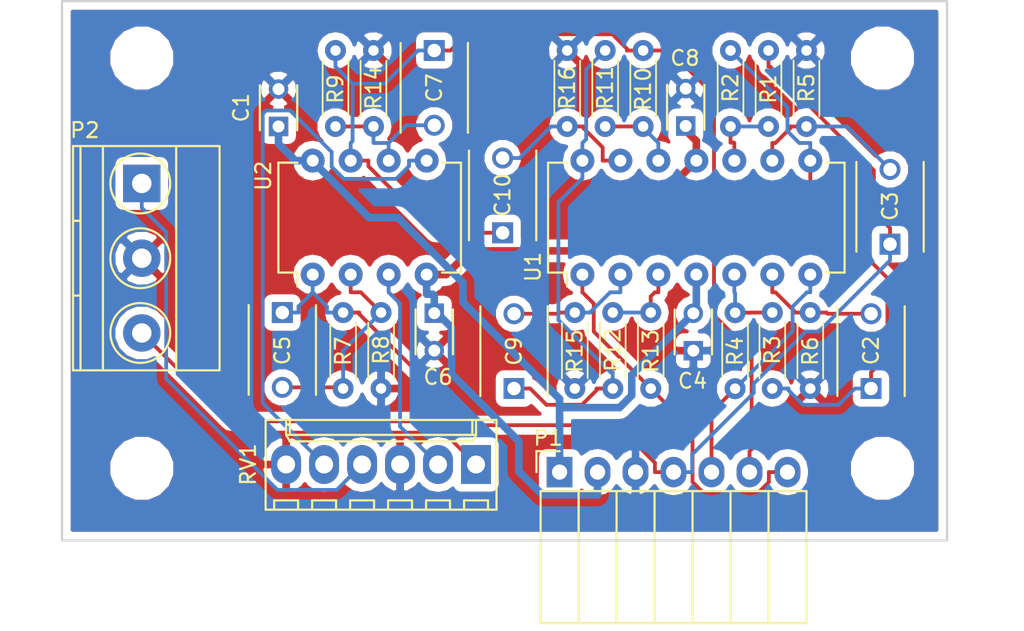
<source format=kicad_pcb>
(kicad_pcb (version 20171130) (host pcbnew "(5.1.12)-1")

  (general
    (thickness 1.6)
    (drawings 4)
    (tracks 231)
    (zones 0)
    (modules 35)
    (nets 24)
  )

  (page USLetter)
  (layers
    (0 F.Cu signal)
    (31 B.Cu signal)
    (32 B.Adhes user)
    (33 F.Adhes user)
    (34 B.Paste user)
    (35 F.Paste user)
    (36 B.SilkS user)
    (37 F.SilkS user)
    (38 B.Mask user)
    (39 F.Mask user)
    (40 Dwgs.User user)
    (41 Cmts.User user)
    (42 Eco1.User user)
    (43 Eco2.User user)
    (44 Edge.Cuts user)
    (45 Margin user)
    (46 B.CrtYd user)
    (47 F.CrtYd user)
    (48 B.Fab user)
    (49 F.Fab user)
  )

  (setup
    (last_trace_width 0.254)
    (trace_clearance 0.254)
    (zone_clearance 0.508)
    (zone_45_only no)
    (trace_min 0.1524)
    (via_size 0.6858)
    (via_drill 0.3302)
    (via_min_size 0.6858)
    (via_min_drill 0.3302)
    (uvia_size 0.127)
    (uvia_drill 0.0254)
    (uvias_allowed no)
    (uvia_min_size 0)
    (uvia_min_drill 0)
    (edge_width 0.15)
    (segment_width 0.2)
    (pcb_text_width 0.3)
    (pcb_text_size 1.5 1.5)
    (mod_edge_width 0.15)
    (mod_text_size 1 1)
    (mod_text_width 0.15)
    (pad_size 1.524 1.524)
    (pad_drill 0.762)
    (pad_to_mask_clearance 0.2)
    (aux_axis_origin 0 0)
    (visible_elements 7FFFFFFF)
    (pcbplotparams
      (layerselection 0x00030_80000001)
      (usegerberextensions false)
      (usegerberattributes true)
      (usegerberadvancedattributes true)
      (creategerberjobfile true)
      (excludeedgelayer true)
      (linewidth 0.100000)
      (plotframeref false)
      (viasonmask false)
      (mode 1)
      (useauxorigin false)
      (hpglpennumber 1)
      (hpglpenspeed 20)
      (hpglpendiameter 15.000000)
      (psnegative false)
      (psa4output false)
      (plotreference true)
      (plotvalue true)
      (plotinvisibletext false)
      (padsonsilk false)
      (subtractmaskfromsilk false)
      (outputformat 1)
      (mirror false)
      (drillshape 0)
      (scaleselection 1)
      (outputdirectory ""))
  )

  (net 0 "")
  (net 1 GND)
  (net 2 "Net-(C7-Pad2)")
  (net 3 "Net-(RV1-Pad2)")
  (net 4 "Net-(RV1-Pad5)")
  (net 5 /left_in)
  (net 6 "Net-(R1-Pad1)")
  (net 7 "Net-(C2-Pad1)")
  (net 8 "Net-(C2-Pad2)")
  (net 9 /left_bass)
  (net 10 /right_bass)
  (net 11 /left_tweet)
  (net 12 /right_tweet)
  (net 13 "Net-(R3-Pad1)")
  (net 14 /right_in)
  (net 15 "Net-(C3-Pad2)")
  (net 16 "Net-(C5-Pad2)")
  (net 17 "Net-(C9-Pad1)")
  (net 18 "Net-(C9-Pad2)")
  (net 19 "Net-(C10-Pad2)")
  (net 20 "Net-(R10-Pad1)")
  (net 21 "Net-(R12-Pad1)")
  (net 22 +15V)
  (net 23 -15V)

  (net_class Default "This is the default net class."
    (clearance 0.254)
    (trace_width 0.254)
    (via_dia 0.6858)
    (via_drill 0.3302)
    (uvia_dia 0.127)
    (uvia_drill 0.0254)
    (add_net /left_bass)
    (add_net /left_in)
    (add_net /left_tweet)
    (add_net /right_bass)
    (add_net /right_in)
    (add_net /right_tweet)
    (add_net "Net-(C10-Pad2)")
    (add_net "Net-(C2-Pad1)")
    (add_net "Net-(C2-Pad2)")
    (add_net "Net-(C3-Pad2)")
    (add_net "Net-(C5-Pad2)")
    (add_net "Net-(C7-Pad2)")
    (add_net "Net-(C9-Pad1)")
    (add_net "Net-(C9-Pad2)")
    (add_net "Net-(R1-Pad1)")
    (add_net "Net-(R10-Pad1)")
    (add_net "Net-(R12-Pad1)")
    (add_net "Net-(R3-Pad1)")
    (add_net "Net-(RV1-Pad2)")
    (add_net "Net-(RV1-Pad5)")
  )

  (net_class Power ""
    (clearance 0.254)
    (trace_width 0.508)
    (via_dia 0.6858)
    (via_drill 0.3302)
    (uvia_dia 0.127)
    (uvia_drill 0.0254)
    (add_net +15V)
    (add_net -15V)
    (add_net GND)
  )

  (module scimpy_library:R_Axial_DIN0204_L3.6mm_D1.6mm_P5.08mm_Horizontal (layer F.Cu) (tedit 591430C4) (tstamp 590D38B7)
    (at 62.23 19.05 270)
    (descr "Resistor, Axial_DIN0204 series, Axial, Horizontal, pin pitch=5.08mm, 0.16666666666666666W = 1/6W, length*diameter=3.6*1.6mm^2, http://cdn-reichelt.de/documents/datenblatt/B400/1_4W%23YAG.pdf")
    (tags "Resistor Axial_DIN0204 series Axial Horizontal pin pitch 5.08mm 0.16666666666666666W = 1/6W length 3.6mm diameter 1.6mm")
    (path /590D15E8)
    (fp_text reference R16 (at 2.5 0 270) (layer F.SilkS)
      (effects (font (size 1 1) (thickness 0.15)))
    )
    (fp_text value Rph (at 2.54 1.86 270) (layer F.Fab)
      (effects (font (size 1 1) (thickness 0.15)))
    )
    (fp_line (start 6.05 -1.15) (end -0.95 -1.15) (layer F.CrtYd) (width 0.05))
    (fp_line (start 6.05 1.15) (end 6.05 -1.15) (layer F.CrtYd) (width 0.05))
    (fp_line (start -0.95 1.15) (end 6.05 1.15) (layer F.CrtYd) (width 0.05))
    (fp_line (start -0.95 -1.15) (end -0.95 1.15) (layer F.CrtYd) (width 0.05))
    (fp_line (start 0.68 0.86) (end 4.4 0.86) (layer F.SilkS) (width 0.12))
    (fp_line (start 0.68 -0.86) (end 4.4 -0.86) (layer F.SilkS) (width 0.12))
    (fp_line (start 5.08 0) (end 4.34 0) (layer F.Fab) (width 0.1))
    (fp_line (start 0 0) (end 0.74 0) (layer F.Fab) (width 0.1))
    (fp_line (start 4.34 -0.8) (end 0.74 -0.8) (layer F.Fab) (width 0.1))
    (fp_line (start 4.34 0.8) (end 4.34 -0.8) (layer F.Fab) (width 0.1))
    (fp_line (start 0.74 0.8) (end 4.34 0.8) (layer F.Fab) (width 0.1))
    (fp_line (start 0.74 -0.8) (end 0.74 0.8) (layer F.Fab) (width 0.1))
    (pad 1 thru_hole circle (at 0 0 270) (size 1.4 1.4) (drill 0.7) (layers *.Cu *.Mask)
      (net 1 GND))
    (pad 2 thru_hole oval (at 5.08 0 270) (size 1.4 1.4) (drill 0.7) (layers *.Cu *.Mask)
      (net 19 "Net-(C10-Pad2)"))
    (model Resistors_THT.3dshapes/R_Axial_DIN0204_L3.6mm_D1.6mm_P5.08mm_Horizontal.wrl
      (at (xyz 0 0 0))
      (scale (xyz 0.393701 0.393701 0.393701))
      (rotate (xyz 0 0 0))
    )
    (model ../../../../../home/showard/scimpy/scimpy/boards/3dshapes/Resistors_THT.3dshapes/R_Axial_DIN0204_L3.6mm_D1.6mm_P5.08mm_Horizontal.wrl
      (at (xyz 0 0 0))
      (scale (xyz 0.393701 0.393701 0.393701))
      (rotate (xyz 0 0 0))
    )
  )

  (module Mounting_Holes:MountingHole_3.2mm_M3 (layer F.Cu) (tedit 592CAE73) (tstamp 59123CC5)
    (at 33.782 46.99)
    (descr "Mounting Hole 3.2mm, no annular, M3")
    (tags "mounting hole 3.2mm no annular m3")
    (fp_text reference mnt1 (at 0 -4.2) (layer F.SilkS) hide
      (effects (font (size 1 1) (thickness 0.15)))
    )
    (fp_text value MountingHole_3.2mm_M3 (at 0 4.2) (layer F.Fab)
      (effects (font (size 1 1) (thickness 0.15)))
    )
    (fp_circle (center 0 0) (end 3.45 0) (layer F.CrtYd) (width 0.05))
    (fp_circle (center 0 0) (end 3.2 0) (layer Cmts.User) (width 0.15))
    (pad 1 np_thru_hole circle (at 0 0) (size 3.2 3.2) (drill 3.2) (layers *.Cu *.Mask))
  )

  (module Mounting_Holes:MountingHole_3.2mm_M3 (layer F.Cu) (tedit 592CAE8A) (tstamp 59123CB8)
    (at 33.782 19.558)
    (descr "Mounting Hole 3.2mm, no annular, M3")
    (tags "mounting hole 3.2mm no annular m3")
    (fp_text reference REF** (at 0 -4.2) (layer F.SilkS) hide
      (effects (font (size 1 1) (thickness 0.15)))
    )
    (fp_text value MountingHole_3.2mm_M3 (at 0 4.2) (layer F.Fab)
      (effects (font (size 1 1) (thickness 0.15)))
    )
    (fp_circle (center 0 0) (end 3.45 0) (layer F.CrtYd) (width 0.05))
    (fp_circle (center 0 0) (end 3.2 0) (layer Cmts.User) (width 0.15))
    (pad 1 np_thru_hole circle (at 0 0) (size 3.2 3.2) (drill 3.2) (layers *.Cu *.Mask))
  )

  (module Mounting_Holes:MountingHole_3.2mm_M3 (layer F.Cu) (tedit 592CAE85) (tstamp 59123C4B)
    (at 83.312 19.558)
    (descr "Mounting Hole 3.2mm, no annular, M3")
    (tags "mounting hole 3.2mm no annular m3")
    (fp_text reference mnt3 (at 0 -4.2) (layer F.SilkS) hide
      (effects (font (size 1 1) (thickness 0.15)))
    )
    (fp_text value MountingHole_3.2mm_M3 (at 0 4.2) (layer F.Fab)
      (effects (font (size 1 1) (thickness 0.15)))
    )
    (fp_circle (center 0 0) (end 3.45 0) (layer F.CrtYd) (width 0.05))
    (fp_circle (center 0 0) (end 3.2 0) (layer Cmts.User) (width 0.15))
    (pad 1 np_thru_hole circle (at 0 0) (size 3.2 3.2) (drill 3.2) (layers *.Cu *.Mask))
  )

  (module Mounting_Holes:MountingHole_3.2mm_M3 (layer F.Cu) (tedit 592CAE77) (tstamp 59123BFD)
    (at 83.312 46.99)
    (descr "Mounting Hole 3.2mm, no annular, M3")
    (tags "mounting hole 3.2mm no annular m3")
    (fp_text reference mnt2 (at 0 -4.2) (layer F.SilkS) hide
      (effects (font (size 1 1) (thickness 0.15)))
    )
    (fp_text value MountingHole_3.2mm_M3 (at 0 4.2) (layer F.Fab)
      (effects (font (size 1 1) (thickness 0.15)))
    )
    (fp_circle (center 0 0) (end 3.45 0) (layer F.CrtYd) (width 0.05))
    (fp_circle (center 0 0) (end 3.2 0) (layer Cmts.User) (width 0.15))
    (pad 1 np_thru_hole circle (at 0 0) (size 3.2 3.2) (drill 3.2) (layers *.Cu *.Mask))
  )

  (module Socket_Strips:Socket_Strip_Angled_1x07 (layer F.Cu) (tedit 0) (tstamp 59103B6E)
    (at 61.722 47.244)
    (descr "Through hole socket strip")
    (tags "socket strip")
    (path /590D272F)
    (fp_text reference P1 (at -0.762 -2.286) (layer F.SilkS)
      (effects (font (size 1 1) (thickness 0.15)))
    )
    (fp_text value CONN_01X07 (at 0 -2.75) (layer F.Fab)
      (effects (font (size 1 1) (thickness 0.15)))
    )
    (fp_line (start 1.27 10.1) (end 1.27 1.27) (layer F.SilkS) (width 0.15))
    (fp_line (start -1.27 10.1) (end 1.27 10.1) (layer F.SilkS) (width 0.15))
    (fp_line (start -1.27 1.27) (end -1.27 10.1) (layer F.SilkS) (width 0.15))
    (fp_line (start -1.55 -1.4) (end -1.55 0) (layer F.SilkS) (width 0.15))
    (fp_line (start 0 -1.4) (end -1.55 -1.4) (layer F.SilkS) (width 0.15))
    (fp_line (start -1.27 1.27) (end 1.27 1.27) (layer F.SilkS) (width 0.15))
    (fp_line (start 1.27 1.27) (end 3.81 1.27) (layer F.SilkS) (width 0.15))
    (fp_line (start 1.27 1.27) (end 1.27 10.1) (layer F.SilkS) (width 0.15))
    (fp_line (start 1.27 10.1) (end 3.81 10.1) (layer F.SilkS) (width 0.15))
    (fp_line (start 3.81 10.1) (end 3.81 1.27) (layer F.SilkS) (width 0.15))
    (fp_line (start 6.35 10.1) (end 6.35 1.27) (layer F.SilkS) (width 0.15))
    (fp_line (start 3.81 10.1) (end 6.35 10.1) (layer F.SilkS) (width 0.15))
    (fp_line (start 3.81 1.27) (end 6.35 1.27) (layer F.SilkS) (width 0.15))
    (fp_line (start 6.35 1.27) (end 8.89 1.27) (layer F.SilkS) (width 0.15))
    (fp_line (start 6.35 10.1) (end 8.89 10.1) (layer F.SilkS) (width 0.15))
    (fp_line (start 8.89 10.1) (end 8.89 1.27) (layer F.SilkS) (width 0.15))
    (fp_line (start 11.43 10.1) (end 11.43 1.27) (layer F.SilkS) (width 0.15))
    (fp_line (start 8.89 10.1) (end 11.43 10.1) (layer F.SilkS) (width 0.15))
    (fp_line (start 8.89 1.27) (end 11.43 1.27) (layer F.SilkS) (width 0.15))
    (fp_line (start 11.43 1.27) (end 13.97 1.27) (layer F.SilkS) (width 0.15))
    (fp_line (start 11.43 10.1) (end 13.97 10.1) (layer F.SilkS) (width 0.15))
    (fp_line (start 13.97 10.1) (end 13.97 1.27) (layer F.SilkS) (width 0.15))
    (fp_line (start 16.51 10.1) (end 16.51 1.27) (layer F.SilkS) (width 0.15))
    (fp_line (start 13.97 10.1) (end 16.51 10.1) (layer F.SilkS) (width 0.15))
    (fp_line (start 13.97 1.27) (end 16.51 1.27) (layer F.SilkS) (width 0.15))
    (fp_line (start -1.75 10.6) (end 17 10.6) (layer F.CrtYd) (width 0.05))
    (fp_line (start -1.75 -1.5) (end 17 -1.5) (layer F.CrtYd) (width 0.05))
    (fp_line (start 17 -1.5) (end 17 10.6) (layer F.CrtYd) (width 0.05))
    (fp_line (start -1.75 -1.5) (end -1.75 10.6) (layer F.CrtYd) (width 0.05))
    (pad 1 thru_hole rect (at 0 0) (size 1.7272 2.032) (drill 1.016) (layers *.Cu *.Mask)
      (net 22 +15V))
    (pad 2 thru_hole oval (at 2.54 0) (size 1.7272 2.032) (drill 1.016) (layers *.Cu *.Mask)
      (net 23 -15V))
    (pad 3 thru_hole oval (at 5.08 0) (size 1.7272 2.032) (drill 1.016) (layers *.Cu *.Mask)
      (net 1 GND))
    (pad 4 thru_hole oval (at 7.62 0) (size 1.7272 2.032) (drill 1.016) (layers *.Cu *.Mask)
      (net 9 /left_bass))
    (pad 5 thru_hole oval (at 10.16 0) (size 1.7272 2.032) (drill 1.016) (layers *.Cu *.Mask)
      (net 11 /left_tweet))
    (pad 6 thru_hole oval (at 12.7 0) (size 1.7272 2.032) (drill 1.016) (layers *.Cu *.Mask)
      (net 10 /right_bass))
    (pad 7 thru_hole oval (at 15.24 0) (size 1.7272 2.032) (drill 1.016) (layers *.Cu *.Mask)
      (net 12 /right_tweet))
    (model Socket_Strips.3dshapes/Socket_Strip_Angled_1x07.wrl
      (offset (xyz 7.619999885559082 0 0))
      (scale (xyz 1 1 1))
      (rotate (xyz 0 0 180))
    )
  )

  (module Housings_DIP:DIP-8_W7.62mm (layer F.Cu) (tedit 54130A77) (tstamp 590D38C9)
    (at 45.212 34.036 90)
    (descr "8-lead dip package, row spacing 7.62 mm (300 mils)")
    (tags "dil dip 2.54 300")
    (path /58E6EA22)
    (fp_text reference U2 (at 6.604 -3.302 90) (layer F.SilkS)
      (effects (font (size 1 1) (thickness 0.15)))
    )
    (fp_text value TL072 (at 0 -3.72 90) (layer F.Fab)
      (effects (font (size 1 1) (thickness 0.15)))
    )
    (fp_line (start 0.135 -1.025) (end -0.8 -1.025) (layer F.SilkS) (width 0.15))
    (fp_line (start 0.135 9.915) (end 7.485 9.915) (layer F.SilkS) (width 0.15))
    (fp_line (start 0.135 -2.295) (end 7.485 -2.295) (layer F.SilkS) (width 0.15))
    (fp_line (start 0.135 9.915) (end 0.135 8.645) (layer F.SilkS) (width 0.15))
    (fp_line (start 7.485 9.915) (end 7.485 8.645) (layer F.SilkS) (width 0.15))
    (fp_line (start 7.485 -2.295) (end 7.485 -1.025) (layer F.SilkS) (width 0.15))
    (fp_line (start 0.135 -2.295) (end 0.135 -1.025) (layer F.SilkS) (width 0.15))
    (fp_line (start -1.05 10.1) (end 8.65 10.1) (layer F.CrtYd) (width 0.05))
    (fp_line (start -1.05 -2.45) (end 8.65 -2.45) (layer F.CrtYd) (width 0.05))
    (fp_line (start 8.65 -2.45) (end 8.65 10.1) (layer F.CrtYd) (width 0.05))
    (fp_line (start -1.05 -2.45) (end -1.05 10.1) (layer F.CrtYd) (width 0.05))
    (pad 1 thru_hole oval (at 0 0 90) (size 1.6 1.6) (drill 0.8) (layers *.Cu *.Mask)
      (net 9 /left_bass))
    (pad 2 thru_hole oval (at 0 2.54 90) (size 1.6 1.6) (drill 0.8) (layers *.Cu *.Mask)
      (net 16 "Net-(C5-Pad2)"))
    (pad 3 thru_hole oval (at 0 5.08 90) (size 1.6 1.6) (drill 0.8) (layers *.Cu *.Mask)
      (net 3 "Net-(RV1-Pad2)"))
    (pad 4 thru_hole oval (at 0 7.62 90) (size 1.6 1.6) (drill 0.8) (layers *.Cu *.Mask)
      (net 23 -15V))
    (pad 5 thru_hole oval (at 7.62 7.62 90) (size 1.6 1.6) (drill 0.8) (layers *.Cu *.Mask)
      (net 4 "Net-(RV1-Pad5)"))
    (pad 6 thru_hole oval (at 7.62 5.08 90) (size 1.6 1.6) (drill 0.8) (layers *.Cu *.Mask)
      (net 2 "Net-(C7-Pad2)"))
    (pad 7 thru_hole oval (at 7.62 2.54 90) (size 1.6 1.6) (drill 0.8) (layers *.Cu *.Mask)
      (net 10 /right_bass))
    (pad 8 thru_hole oval (at 7.62 0 90) (size 1.6 1.6) (drill 0.8) (layers *.Cu *.Mask)
      (net 22 +15V))
    (model Housings_DIP.3dshapes/DIP-8_W7.62mm.wrl
      (at (xyz 0 0 0))
      (scale (xyz 1 1 1))
      (rotate (xyz 0 0 0))
    )
  )

  (module Housings_DIP:DIP-14_W7.62mm (layer F.Cu) (tedit 54130A77) (tstamp 590D38B8)
    (at 63.246 34.036 90)
    (descr "14-lead dip package, row spacing 7.62 mm (300 mils)")
    (tags "dil dip 2.54 300")
    (path /590D1545)
    (fp_text reference U1 (at 0.508 -3.302 90) (layer F.SilkS)
      (effects (font (size 1 1) (thickness 0.15)))
    )
    (fp_text value TL074 (at 0 -3.72 90) (layer F.Fab)
      (effects (font (size 1 1) (thickness 0.15)))
    )
    (fp_line (start 0.135 -1.025) (end -0.8 -1.025) (layer F.SilkS) (width 0.15))
    (fp_line (start 0.135 17.535) (end 7.485 17.535) (layer F.SilkS) (width 0.15))
    (fp_line (start 0.135 -2.295) (end 7.485 -2.295) (layer F.SilkS) (width 0.15))
    (fp_line (start 0.135 17.535) (end 0.135 16.265) (layer F.SilkS) (width 0.15))
    (fp_line (start 7.485 17.535) (end 7.485 16.265) (layer F.SilkS) (width 0.15))
    (fp_line (start 7.485 -2.295) (end 7.485 -1.025) (layer F.SilkS) (width 0.15))
    (fp_line (start 0.135 -2.295) (end 0.135 -1.025) (layer F.SilkS) (width 0.15))
    (fp_line (start -1.05 17.7) (end 8.65 17.7) (layer F.CrtYd) (width 0.05))
    (fp_line (start -1.05 -2.45) (end 8.65 -2.45) (layer F.CrtYd) (width 0.05))
    (fp_line (start 8.65 -2.45) (end 8.65 17.7) (layer F.CrtYd) (width 0.05))
    (fp_line (start -1.05 -2.45) (end -1.05 17.7) (layer F.CrtYd) (width 0.05))
    (pad 1 thru_hole oval (at 0 0 90) (size 1.6 1.6) (drill 0.8) (layers *.Cu *.Mask)
      (net 12 /right_tweet))
    (pad 2 thru_hole oval (at 0 2.54 90) (size 1.6 1.6) (drill 0.8) (layers *.Cu *.Mask)
      (net 18 "Net-(C9-Pad2)"))
    (pad 3 thru_hole oval (at 0 5.08 90) (size 1.6 1.6) (drill 0.8) (layers *.Cu *.Mask)
      (net 21 "Net-(R12-Pad1)"))
    (pad 4 thru_hole oval (at 0 7.62 90) (size 1.6 1.6) (drill 0.8) (layers *.Cu *.Mask)
      (net 22 +15V))
    (pad 5 thru_hole oval (at 0 10.16 90) (size 1.6 1.6) (drill 0.8) (layers *.Cu *.Mask)
      (net 13 "Net-(R3-Pad1)"))
    (pad 6 thru_hole oval (at 0 12.7 90) (size 1.6 1.6) (drill 0.8) (layers *.Cu *.Mask)
      (net 8 "Net-(C2-Pad2)"))
    (pad 7 thru_hole oval (at 0 15.24 90) (size 1.6 1.6) (drill 0.8) (layers *.Cu *.Mask)
      (net 11 /left_tweet))
    (pad 8 thru_hole oval (at 7.62 15.24 90) (size 1.6 1.6) (drill 0.8) (layers *.Cu *.Mask)
      (net 7 "Net-(C2-Pad1)"))
    (pad 9 thru_hole oval (at 7.62 12.7 90) (size 1.6 1.6) (drill 0.8) (layers *.Cu *.Mask)
      (net 15 "Net-(C3-Pad2)"))
    (pad 10 thru_hole oval (at 7.62 10.16 90) (size 1.6 1.6) (drill 0.8) (layers *.Cu *.Mask)
      (net 6 "Net-(R1-Pad1)"))
    (pad 11 thru_hole oval (at 7.62 7.62 90) (size 1.6 1.6) (drill 0.8) (layers *.Cu *.Mask)
      (net 23 -15V))
    (pad 12 thru_hole oval (at 7.62 5.08 90) (size 1.6 1.6) (drill 0.8) (layers *.Cu *.Mask)
      (net 20 "Net-(R10-Pad1)"))
    (pad 13 thru_hole oval (at 7.62 2.54 90) (size 1.6 1.6) (drill 0.8) (layers *.Cu *.Mask)
      (net 19 "Net-(C10-Pad2)"))
    (pad 14 thru_hole oval (at 7.62 0 90) (size 1.6 1.6) (drill 0.8) (layers *.Cu *.Mask)
      (net 17 "Net-(C9-Pad1)"))
    (model Housings_DIP.3dshapes/DIP-14_W7.62mm.wrl
      (at (xyz 0 0 0))
      (scale (xyz 1 1 1))
      (rotate (xyz 0 0 0))
    )
  )

  (module scimpy_library:R_Axial_DIN0204_L3.6mm_D1.6mm_P5.08mm_Horizontal (layer F.Cu) (tedit 591430C4) (tstamp 590D38A5)
    (at 62.738 41.656 90)
    (descr "Resistor, Axial_DIN0204 series, Axial, Horizontal, pin pitch=5.08mm, 0.16666666666666666W = 1/6W, length*diameter=3.6*1.6mm^2, http://cdn-reichelt.de/documents/datenblatt/B400/1_4W%23YAG.pdf")
    (tags "Resistor Axial_DIN0204 series Axial Horizontal pin pitch 5.08mm 0.16666666666666666W = 1/6W length 3.6mm diameter 1.6mm")
    (path /590D1623)
    (fp_text reference R15 (at 2.5 0 90) (layer F.SilkS)
      (effects (font (size 1 1) (thickness 0.15)))
    )
    (fp_text value Rph (at 2.54 1.86 90) (layer F.Fab)
      (effects (font (size 1 1) (thickness 0.15)))
    )
    (fp_line (start 6.05 -1.15) (end -0.95 -1.15) (layer F.CrtYd) (width 0.05))
    (fp_line (start 6.05 1.15) (end 6.05 -1.15) (layer F.CrtYd) (width 0.05))
    (fp_line (start -0.95 1.15) (end 6.05 1.15) (layer F.CrtYd) (width 0.05))
    (fp_line (start -0.95 -1.15) (end -0.95 1.15) (layer F.CrtYd) (width 0.05))
    (fp_line (start 0.68 0.86) (end 4.4 0.86) (layer F.SilkS) (width 0.12))
    (fp_line (start 0.68 -0.86) (end 4.4 -0.86) (layer F.SilkS) (width 0.12))
    (fp_line (start 5.08 0) (end 4.34 0) (layer F.Fab) (width 0.1))
    (fp_line (start 0 0) (end 0.74 0) (layer F.Fab) (width 0.1))
    (fp_line (start 4.34 -0.8) (end 0.74 -0.8) (layer F.Fab) (width 0.1))
    (fp_line (start 4.34 0.8) (end 4.34 -0.8) (layer F.Fab) (width 0.1))
    (fp_line (start 0.74 0.8) (end 4.34 0.8) (layer F.Fab) (width 0.1))
    (fp_line (start 0.74 -0.8) (end 0.74 0.8) (layer F.Fab) (width 0.1))
    (pad 1 thru_hole circle (at 0 0 90) (size 1.4 1.4) (drill 0.7) (layers *.Cu *.Mask)
      (net 1 GND))
    (pad 2 thru_hole oval (at 5.08 0 90) (size 1.4 1.4) (drill 0.7) (layers *.Cu *.Mask)
      (net 18 "Net-(C9-Pad2)"))
    (model Resistors_THT.3dshapes/R_Axial_DIN0204_L3.6mm_D1.6mm_P5.08mm_Horizontal.wrl
      (at (xyz 0 0 0))
      (scale (xyz 0.393701 0.393701 0.393701))
      (rotate (xyz 0 0 0))
    )
    (model ../../../../../home/showard/scimpy/scimpy/boards/3dshapes/Resistors_THT.3dshapes/R_Axial_DIN0204_L3.6mm_D1.6mm_P5.08mm_Horizontal.wrl
      (at (xyz 0 0 0))
      (scale (xyz 0.393701 0.393701 0.393701))
      (rotate (xyz 0 0 0))
    )
  )

  (module scimpy_library:R_Axial_DIN0204_L3.6mm_D1.6mm_P5.08mm_Horizontal (layer F.Cu) (tedit 591430C4) (tstamp 590D3893)
    (at 49.276 19.05 270)
    (descr "Resistor, Axial_DIN0204 series, Axial, Horizontal, pin pitch=5.08mm, 0.16666666666666666W = 1/6W, length*diameter=3.6*1.6mm^2, http://cdn-reichelt.de/documents/datenblatt/B400/1_4W%23YAG.pdf")
    (tags "Resistor Axial_DIN0204 series Axial Horizontal pin pitch 5.08mm 0.16666666666666666W = 1/6W length 3.6mm diameter 1.6mm")
    (path /59026A5E)
    (fp_text reference R14 (at 2.5 0 270) (layer F.SilkS)
      (effects (font (size 1 1) (thickness 0.15)))
    )
    (fp_text value Rbs2 (at 2.54 1.86 270) (layer F.Fab)
      (effects (font (size 1 1) (thickness 0.15)))
    )
    (fp_line (start 6.05 -1.15) (end -0.95 -1.15) (layer F.CrtYd) (width 0.05))
    (fp_line (start 6.05 1.15) (end 6.05 -1.15) (layer F.CrtYd) (width 0.05))
    (fp_line (start -0.95 1.15) (end 6.05 1.15) (layer F.CrtYd) (width 0.05))
    (fp_line (start -0.95 -1.15) (end -0.95 1.15) (layer F.CrtYd) (width 0.05))
    (fp_line (start 0.68 0.86) (end 4.4 0.86) (layer F.SilkS) (width 0.12))
    (fp_line (start 0.68 -0.86) (end 4.4 -0.86) (layer F.SilkS) (width 0.12))
    (fp_line (start 5.08 0) (end 4.34 0) (layer F.Fab) (width 0.1))
    (fp_line (start 0 0) (end 0.74 0) (layer F.Fab) (width 0.1))
    (fp_line (start 4.34 -0.8) (end 0.74 -0.8) (layer F.Fab) (width 0.1))
    (fp_line (start 4.34 0.8) (end 4.34 -0.8) (layer F.Fab) (width 0.1))
    (fp_line (start 0.74 0.8) (end 4.34 0.8) (layer F.Fab) (width 0.1))
    (fp_line (start 0.74 -0.8) (end 0.74 0.8) (layer F.Fab) (width 0.1))
    (pad 1 thru_hole circle (at 0 0 270) (size 1.4 1.4) (drill 0.7) (layers *.Cu *.Mask)
      (net 1 GND))
    (pad 2 thru_hole oval (at 5.08 0 270) (size 1.4 1.4) (drill 0.7) (layers *.Cu *.Mask)
      (net 2 "Net-(C7-Pad2)"))
    (model Resistors_THT.3dshapes/R_Axial_DIN0204_L3.6mm_D1.6mm_P5.08mm_Horizontal.wrl
      (at (xyz 0 0 0))
      (scale (xyz 0.393701 0.393701 0.393701))
      (rotate (xyz 0 0 0))
    )
    (model ../../../../../home/showard/scimpy/scimpy/boards/3dshapes/Resistors_THT.3dshapes/R_Axial_DIN0204_L3.6mm_D1.6mm_P5.08mm_Horizontal.wrl
      (at (xyz 0 0 0))
      (scale (xyz 0.393701 0.393701 0.393701))
      (rotate (xyz 0 0 0))
    )
  )

  (module scimpy_library:R_Axial_DIN0204_L3.6mm_D1.6mm_P5.08mm_Horizontal (layer F.Cu) (tedit 591430C4) (tstamp 590D3881)
    (at 67.818 41.656 90)
    (descr "Resistor, Axial_DIN0204 series, Axial, Horizontal, pin pitch=5.08mm, 0.16666666666666666W = 1/6W, length*diameter=3.6*1.6mm^2, http://cdn-reichelt.de/documents/datenblatt/B400/1_4W%23YAG.pdf")
    (tags "Resistor Axial_DIN0204 series Axial Horizontal pin pitch 5.08mm 0.16666666666666666W = 1/6W length 3.6mm diameter 1.6mm")
    (path /590D1641)
    (fp_text reference R13 (at 2.5 0 90) (layer F.SilkS)
      (effects (font (size 1 1) (thickness 0.15)))
    )
    (fp_text value 2K2 (at 2.54 1.86 90) (layer F.Fab)
      (effects (font (size 1 1) (thickness 0.15)))
    )
    (fp_line (start 6.05 -1.15) (end -0.95 -1.15) (layer F.CrtYd) (width 0.05))
    (fp_line (start 6.05 1.15) (end 6.05 -1.15) (layer F.CrtYd) (width 0.05))
    (fp_line (start -0.95 1.15) (end 6.05 1.15) (layer F.CrtYd) (width 0.05))
    (fp_line (start -0.95 -1.15) (end -0.95 1.15) (layer F.CrtYd) (width 0.05))
    (fp_line (start 0.68 0.86) (end 4.4 0.86) (layer F.SilkS) (width 0.12))
    (fp_line (start 0.68 -0.86) (end 4.4 -0.86) (layer F.SilkS) (width 0.12))
    (fp_line (start 5.08 0) (end 4.34 0) (layer F.Fab) (width 0.1))
    (fp_line (start 0 0) (end 0.74 0) (layer F.Fab) (width 0.1))
    (fp_line (start 4.34 -0.8) (end 0.74 -0.8) (layer F.Fab) (width 0.1))
    (fp_line (start 4.34 0.8) (end 4.34 -0.8) (layer F.Fab) (width 0.1))
    (fp_line (start 0.74 0.8) (end 4.34 0.8) (layer F.Fab) (width 0.1))
    (fp_line (start 0.74 -0.8) (end 0.74 0.8) (layer F.Fab) (width 0.1))
    (pad 1 thru_hole circle (at 0 0 90) (size 1.4 1.4) (drill 0.7) (layers *.Cu *.Mask)
      (net 12 /right_tweet))
    (pad 2 thru_hole oval (at 5.08 0 90) (size 1.4 1.4) (drill 0.7) (layers *.Cu *.Mask)
      (net 21 "Net-(R12-Pad1)"))
    (model Resistors_THT.3dshapes/R_Axial_DIN0204_L3.6mm_D1.6mm_P5.08mm_Horizontal.wrl
      (at (xyz 0 0 0))
      (scale (xyz 0.393701 0.393701 0.393701))
      (rotate (xyz 0 0 0))
    )
    (model ../../../../../home/showard/scimpy/scimpy/boards/3dshapes/Resistors_THT.3dshapes/R_Axial_DIN0204_L3.6mm_D1.6mm_P5.08mm_Horizontal.wrl
      (at (xyz 0 0 0))
      (scale (xyz 0.393701 0.393701 0.393701))
      (rotate (xyz 0 0 0))
    )
  )

  (module Capacitors_ThroughHole:C_Disc_D6_P5 (layer F.Cu) (tedit 0) (tstamp 590D386F)
    (at 57.912 31.242 90)
    (descr "Capacitor 6mm Disc, Pitch 5mm")
    (tags Capacitor)
    (path /590D15EF)
    (fp_text reference C10 (at 2.54 0 90) (layer F.SilkS)
      (effects (font (size 1 1) (thickness 0.15)))
    )
    (fp_text value 100n (at 2.5 3.5 90) (layer F.Fab)
      (effects (font (size 1 1) (thickness 0.15)))
    )
    (fp_line (start 5.5 2.25) (end -0.5 2.25) (layer F.SilkS) (width 0.15))
    (fp_line (start -0.5 -2.25) (end 5.5 -2.25) (layer F.SilkS) (width 0.15))
    (fp_line (start -0.95 2.5) (end -0.95 -2.5) (layer F.CrtYd) (width 0.05))
    (fp_line (start 5.95 2.5) (end -0.95 2.5) (layer F.CrtYd) (width 0.05))
    (fp_line (start 5.95 -2.5) (end 5.95 2.5) (layer F.CrtYd) (width 0.05))
    (fp_line (start -0.95 -2.5) (end 5.95 -2.5) (layer F.CrtYd) (width 0.05))
    (pad 1 thru_hole rect (at 0 0 90) (size 1.4 1.4) (drill 0.9) (layers *.Cu *.Mask)
      (net 10 /right_bass))
    (pad 2 thru_hole circle (at 5 0 90) (size 1.4 1.4) (drill 0.9) (layers *.Cu *.Mask)
      (net 19 "Net-(C10-Pad2)"))
    (model Capacitors_ThroughHole.3dshapes/C_Disc_D6_P5.wrl
      (offset (xyz 2.500000042453766 0 0))
      (scale (xyz 1 1 1))
      (rotate (xyz 0 0 0))
    )
  )

  (module Capacitors_ThroughHole:C_Disc_D6_P5 (layer F.Cu) (tedit 0) (tstamp 590D3863)
    (at 58.674 41.656 90)
    (descr "Capacitor 6mm Disc, Pitch 5mm")
    (tags Capacitor)
    (path /590D162A)
    (fp_text reference C9 (at 2.5 0 90) (layer F.SilkS)
      (effects (font (size 1 1) (thickness 0.15)))
    )
    (fp_text value 100n (at 2.5 3.5 90) (layer F.Fab)
      (effects (font (size 1 1) (thickness 0.15)))
    )
    (fp_line (start 5.5 2.25) (end -0.5 2.25) (layer F.SilkS) (width 0.15))
    (fp_line (start -0.5 -2.25) (end 5.5 -2.25) (layer F.SilkS) (width 0.15))
    (fp_line (start -0.95 2.5) (end -0.95 -2.5) (layer F.CrtYd) (width 0.05))
    (fp_line (start 5.95 2.5) (end -0.95 2.5) (layer F.CrtYd) (width 0.05))
    (fp_line (start 5.95 -2.5) (end 5.95 2.5) (layer F.CrtYd) (width 0.05))
    (fp_line (start -0.95 -2.5) (end 5.95 -2.5) (layer F.CrtYd) (width 0.05))
    (pad 1 thru_hole rect (at 0 0 90) (size 1.4 1.4) (drill 0.9) (layers *.Cu *.Mask)
      (net 17 "Net-(C9-Pad1)"))
    (pad 2 thru_hole circle (at 5 0 90) (size 1.4 1.4) (drill 0.9) (layers *.Cu *.Mask)
      (net 18 "Net-(C9-Pad2)"))
    (model Capacitors_ThroughHole.3dshapes/C_Disc_D6_P5.wrl
      (offset (xyz 2.500000042453766 0 0))
      (scale (xyz 1 1 1))
      (rotate (xyz 0 0 0))
    )
  )

  (module Capacitors_ThroughHole:C_Disc_D3_P2.5 (layer F.Cu) (tedit 0) (tstamp 590D384D)
    (at 70.1559 24.0987 90)
    (descr "Capacitor 3mm Disc, Pitch 2.5mm")
    (tags Capacitor)
    (path /58EE9F0E)
    (fp_text reference C8 (at 4.5407 -0.0519 180) (layer F.SilkS)
      (effects (font (size 1 1) (thickness 0.15)))
    )
    (fp_text value 100n (at 1.25 2.5 90) (layer F.Fab)
      (effects (font (size 1 1) (thickness 0.15)))
    )
    (fp_line (start 2.75 1.25) (end -0.25 1.25) (layer F.SilkS) (width 0.15))
    (fp_line (start -0.25 -1.25) (end 2.75 -1.25) (layer F.SilkS) (width 0.15))
    (fp_line (start -0.9 1.5) (end -0.9 -1.5) (layer F.CrtYd) (width 0.05))
    (fp_line (start 3.4 1.5) (end -0.9 1.5) (layer F.CrtYd) (width 0.05))
    (fp_line (start 3.4 -1.5) (end 3.4 1.5) (layer F.CrtYd) (width 0.05))
    (fp_line (start -0.9 -1.5) (end 3.4 -1.5) (layer F.CrtYd) (width 0.05))
    (pad 1 thru_hole rect (at 0 0 90) (size 1.3 1.3) (drill 0.8) (layers *.Cu *.Mask)
      (net 23 -15V))
    (pad 2 thru_hole circle (at 2.5 0 90) (size 1.3 1.3) (drill 0.8001) (layers *.Cu *.Mask)
      (net 1 GND))
    (model Capacitors_ThroughHole.3dshapes/C_Disc_D3_P2.5.wrl
      (offset (xyz 1.250000021226883 0 0))
      (scale (xyz 1 1 1))
      (rotate (xyz 0 0 0))
    )
  )

  (module Capacitors_ThroughHole:C_Disc_D6_P5 (layer F.Cu) (tedit 0) (tstamp 590D3842)
    (at 43.18 36.576 270)
    (descr "Capacitor 6mm Disc, Pitch 5mm")
    (tags Capacitor)
    (path /590A1DA3)
    (fp_text reference C5 (at 2.54 0 270) (layer F.SilkS)
      (effects (font (size 1 1) (thickness 0.15)))
    )
    (fp_text value 100n (at 2.5 3.5 270) (layer F.Fab)
      (effects (font (size 1 1) (thickness 0.15)))
    )
    (fp_line (start 5.5 2.25) (end -0.5 2.25) (layer F.SilkS) (width 0.15))
    (fp_line (start -0.5 -2.25) (end 5.5 -2.25) (layer F.SilkS) (width 0.15))
    (fp_line (start -0.95 2.5) (end -0.95 -2.5) (layer F.CrtYd) (width 0.05))
    (fp_line (start 5.95 2.5) (end -0.95 2.5) (layer F.CrtYd) (width 0.05))
    (fp_line (start 5.95 -2.5) (end 5.95 2.5) (layer F.CrtYd) (width 0.05))
    (fp_line (start -0.95 -2.5) (end 5.95 -2.5) (layer F.CrtYd) (width 0.05))
    (pad 1 thru_hole rect (at 0 0 270) (size 1.4 1.4) (drill 0.9) (layers *.Cu *.Mask)
      (net 9 /left_bass))
    (pad 2 thru_hole circle (at 5 0 270) (size 1.4 1.4) (drill 0.9) (layers *.Cu *.Mask)
      (net 16 "Net-(C5-Pad2)"))
    (model Capacitors_ThroughHole.3dshapes/C_Disc_D6_P5.wrl
      (offset (xyz 2.500000042453766 0 0))
      (scale (xyz 1 1 1))
      (rotate (xyz 0 0 0))
    )
  )

  (module Capacitors_ThroughHole:C_Disc_D3_P2.5 (layer F.Cu) (tedit 0) (tstamp 590D3837)
    (at 70.6639 39.1247 90)
    (descr "Capacitor 3mm Disc, Pitch 2.5mm")
    (tags Capacitor)
    (path /58EEA412)
    (fp_text reference C4 (at -2.0233 -0.0519 180) (layer F.SilkS)
      (effects (font (size 1 1) (thickness 0.15)))
    )
    (fp_text value 100n (at 1.25 2.5 90) (layer F.Fab)
      (effects (font (size 1 1) (thickness 0.15)))
    )
    (fp_line (start 2.75 1.25) (end -0.25 1.25) (layer F.SilkS) (width 0.15))
    (fp_line (start -0.25 -1.25) (end 2.75 -1.25) (layer F.SilkS) (width 0.15))
    (fp_line (start -0.9 1.5) (end -0.9 -1.5) (layer F.CrtYd) (width 0.05))
    (fp_line (start 3.4 1.5) (end -0.9 1.5) (layer F.CrtYd) (width 0.05))
    (fp_line (start 3.4 -1.5) (end 3.4 1.5) (layer F.CrtYd) (width 0.05))
    (fp_line (start -0.9 -1.5) (end 3.4 -1.5) (layer F.CrtYd) (width 0.05))
    (pad 1 thru_hole rect (at 0 0 90) (size 1.3 1.3) (drill 0.8) (layers *.Cu *.Mask)
      (net 1 GND))
    (pad 2 thru_hole circle (at 2.5 0 90) (size 1.3 1.3) (drill 0.8001) (layers *.Cu *.Mask)
      (net 22 +15V))
    (model Capacitors_ThroughHole.3dshapes/C_Disc_D3_P2.5.wrl
      (offset (xyz 1.250000021226883 0 0))
      (scale (xyz 1 1 1))
      (rotate (xyz 0 0 0))
    )
  )

  (module Capacitors_ThroughHole:C_Disc_D6_P5 (layer F.Cu) (tedit 0) (tstamp 590D382C)
    (at 83.82 32.004 90)
    (descr "Capacitor 6mm Disc, Pitch 5mm")
    (tags Capacitor)
    (path /590D1579)
    (fp_text reference C3 (at 2.54 0 90) (layer F.SilkS)
      (effects (font (size 1 1) (thickness 0.15)))
    )
    (fp_text value 100n (at 2.5 3.5 90) (layer F.Fab)
      (effects (font (size 1 1) (thickness 0.15)))
    )
    (fp_line (start 5.5 2.25) (end -0.5 2.25) (layer F.SilkS) (width 0.15))
    (fp_line (start -0.5 -2.25) (end 5.5 -2.25) (layer F.SilkS) (width 0.15))
    (fp_line (start -0.95 2.5) (end -0.95 -2.5) (layer F.CrtYd) (width 0.05))
    (fp_line (start 5.95 2.5) (end -0.95 2.5) (layer F.CrtYd) (width 0.05))
    (fp_line (start 5.95 -2.5) (end 5.95 2.5) (layer F.CrtYd) (width 0.05))
    (fp_line (start -0.95 -2.5) (end 5.95 -2.5) (layer F.CrtYd) (width 0.05))
    (pad 1 thru_hole rect (at 0 0 90) (size 1.4 1.4) (drill 0.9) (layers *.Cu *.Mask)
      (net 9 /left_bass))
    (pad 2 thru_hole circle (at 5 0 90) (size 1.4 1.4) (drill 0.9) (layers *.Cu *.Mask)
      (net 15 "Net-(C3-Pad2)"))
    (model Capacitors_ThroughHole.3dshapes/C_Disc_D6_P5.wrl
      (offset (xyz 2.500000042453766 0 0))
      (scale (xyz 1 1 1))
      (rotate (xyz 0 0 0))
    )
  )

  (module scimpy_library:R_Axial_DIN0204_L3.6mm_D1.6mm_P5.08mm_Horizontal (layer F.Cu) (tedit 591430C4) (tstamp 590CF2DF)
    (at 75.946 36.576 270)
    (descr "Resistor, Axial_DIN0204 series, Axial, Horizontal, pin pitch=5.08mm, 0.16666666666666666W = 1/6W, length*diameter=3.6*1.6mm^2, http://cdn-reichelt.de/documents/datenblatt/B400/1_4W%23YAG.pdf")
    (tags "Resistor Axial_DIN0204 series Axial Horizontal pin pitch 5.08mm 0.16666666666666666W = 1/6W length 3.6mm diameter 1.6mm")
    (path /590D15C7)
    (fp_text reference R3 (at 2.5 0 270) (layer F.SilkS)
      (effects (font (size 1 1) (thickness 0.15)))
    )
    (fp_text value 2K2 (at 2.54 1.86 270) (layer F.Fab)
      (effects (font (size 1 1) (thickness 0.15)))
    )
    (fp_line (start 6.05 -1.15) (end -0.95 -1.15) (layer F.CrtYd) (width 0.05))
    (fp_line (start 6.05 1.15) (end 6.05 -1.15) (layer F.CrtYd) (width 0.05))
    (fp_line (start -0.95 1.15) (end 6.05 1.15) (layer F.CrtYd) (width 0.05))
    (fp_line (start -0.95 -1.15) (end -0.95 1.15) (layer F.CrtYd) (width 0.05))
    (fp_line (start 0.68 0.86) (end 4.4 0.86) (layer F.SilkS) (width 0.12))
    (fp_line (start 0.68 -0.86) (end 4.4 -0.86) (layer F.SilkS) (width 0.12))
    (fp_line (start 5.08 0) (end 4.34 0) (layer F.Fab) (width 0.1))
    (fp_line (start 0 0) (end 0.74 0) (layer F.Fab) (width 0.1))
    (fp_line (start 4.34 -0.8) (end 0.74 -0.8) (layer F.Fab) (width 0.1))
    (fp_line (start 4.34 0.8) (end 4.34 -0.8) (layer F.Fab) (width 0.1))
    (fp_line (start 0.74 0.8) (end 4.34 0.8) (layer F.Fab) (width 0.1))
    (fp_line (start 0.74 -0.8) (end 0.74 0.8) (layer F.Fab) (width 0.1))
    (pad 1 thru_hole circle (at 0 0 270) (size 1.4 1.4) (drill 0.7) (layers *.Cu *.Mask)
      (net 13 "Net-(R3-Pad1)"))
    (pad 2 thru_hole oval (at 5.08 0 270) (size 1.4 1.4) (drill 0.7) (layers *.Cu *.Mask)
      (net 7 "Net-(C2-Pad1)"))
    (model Resistors_THT.3dshapes/R_Axial_DIN0204_L3.6mm_D1.6mm_P5.08mm_Horizontal.wrl
      (at (xyz 0 0 0))
      (scale (xyz 0.393701 0.393701 0.393701))
      (rotate (xyz 0 0 0))
    )
    (model ../../../../../home/showard/scimpy/scimpy/boards/3dshapes/Resistors_THT.3dshapes/R_Axial_DIN0204_L3.6mm_D1.6mm_P5.08mm_Horizontal.wrl
      (at (xyz 0 0 0))
      (scale (xyz 0.393701 0.393701 0.393701))
      (rotate (xyz 0 0 0))
    )
  )

  (module scimpy_library:R_Axial_DIN0204_L3.6mm_D1.6mm_P5.08mm_Horizontal (layer F.Cu) (tedit 591430C4) (tstamp 590CF2CE)
    (at 73.152 19.05 270)
    (descr "Resistor, Axial_DIN0204 series, Axial, Horizontal, pin pitch=5.08mm, 0.16666666666666666W = 1/6W, length*diameter=3.6*1.6mm^2, http://cdn-reichelt.de/documents/datenblatt/B400/1_4W%23YAG.pdf")
    (tags "Resistor Axial_DIN0204 series Axial Horizontal pin pitch 5.08mm 0.16666666666666666W = 1/6W length 3.6mm diameter 1.6mm")
    (path /590D1592)
    (fp_text reference R2 (at 2.5 0 270) (layer F.SilkS)
      (effects (font (size 1 1) (thickness 0.15)))
    )
    (fp_text value 2K2 (at 2.54 1.86 270) (layer F.Fab)
      (effects (font (size 1 1) (thickness 0.15)))
    )
    (fp_line (start 6.05 -1.15) (end -0.95 -1.15) (layer F.CrtYd) (width 0.05))
    (fp_line (start 6.05 1.15) (end 6.05 -1.15) (layer F.CrtYd) (width 0.05))
    (fp_line (start -0.95 1.15) (end 6.05 1.15) (layer F.CrtYd) (width 0.05))
    (fp_line (start -0.95 -1.15) (end -0.95 1.15) (layer F.CrtYd) (width 0.05))
    (fp_line (start 0.68 0.86) (end 4.4 0.86) (layer F.SilkS) (width 0.12))
    (fp_line (start 0.68 -0.86) (end 4.4 -0.86) (layer F.SilkS) (width 0.12))
    (fp_line (start 5.08 0) (end 4.34 0) (layer F.Fab) (width 0.1))
    (fp_line (start 0 0) (end 0.74 0) (layer F.Fab) (width 0.1))
    (fp_line (start 4.34 -0.8) (end 0.74 -0.8) (layer F.Fab) (width 0.1))
    (fp_line (start 4.34 0.8) (end 4.34 -0.8) (layer F.Fab) (width 0.1))
    (fp_line (start 0.74 0.8) (end 4.34 0.8) (layer F.Fab) (width 0.1))
    (fp_line (start 0.74 -0.8) (end 0.74 0.8) (layer F.Fab) (width 0.1))
    (pad 1 thru_hole circle (at 0 0 270) (size 1.4 1.4) (drill 0.7) (layers *.Cu *.Mask)
      (net 7 "Net-(C2-Pad1)"))
    (pad 2 thru_hole oval (at 5.08 0 270) (size 1.4 1.4) (drill 0.7) (layers *.Cu *.Mask)
      (net 6 "Net-(R1-Pad1)"))
    (model Resistors_THT.3dshapes/R_Axial_DIN0204_L3.6mm_D1.6mm_P5.08mm_Horizontal.wrl
      (at (xyz 0 0 0))
      (scale (xyz 0.393701 0.393701 0.393701))
      (rotate (xyz 0 0 0))
    )
    (model ../../../../../home/showard/scimpy/scimpy/boards/3dshapes/Resistors_THT.3dshapes/R_Axial_DIN0204_L3.6mm_D1.6mm_P5.08mm_Horizontal.wrl
      (at (xyz 0 0 0))
      (scale (xyz 0.393701 0.393701 0.393701))
      (rotate (xyz 0 0 0))
    )
  )

  (module Capacitors_ThroughHole:C_Disc_D6_P5 (layer F.Cu) (tedit 0) (tstamp 590CF297)
    (at 82.55 41.656 90)
    (descr "Capacitor 6mm Disc, Pitch 5mm")
    (tags Capacitor)
    (path /590D15B7)
    (fp_text reference C2 (at 2.54 0 90) (layer F.SilkS)
      (effects (font (size 1 1) (thickness 0.15)))
    )
    (fp_text value 100n (at 2.5 3.5 90) (layer F.Fab)
      (effects (font (size 1 1) (thickness 0.15)))
    )
    (fp_line (start 5.5 2.25) (end -0.5 2.25) (layer F.SilkS) (width 0.15))
    (fp_line (start -0.5 -2.25) (end 5.5 -2.25) (layer F.SilkS) (width 0.15))
    (fp_line (start -0.95 2.5) (end -0.95 -2.5) (layer F.CrtYd) (width 0.05))
    (fp_line (start 5.95 2.5) (end -0.95 2.5) (layer F.CrtYd) (width 0.05))
    (fp_line (start 5.95 -2.5) (end 5.95 2.5) (layer F.CrtYd) (width 0.05))
    (fp_line (start -0.95 -2.5) (end 5.95 -2.5) (layer F.CrtYd) (width 0.05))
    (pad 1 thru_hole rect (at 0 0 90) (size 1.4 1.4) (drill 0.9) (layers *.Cu *.Mask)
      (net 7 "Net-(C2-Pad1)"))
    (pad 2 thru_hole circle (at 5 0 90) (size 1.4 1.4) (drill 0.9) (layers *.Cu *.Mask)
      (net 8 "Net-(C2-Pad2)"))
    (model Capacitors_ThroughHole.3dshapes/C_Disc_D6_P5.wrl
      (offset (xyz 2.500000042453766 0 0))
      (scale (xyz 1 1 1))
      (rotate (xyz 0 0 0))
    )
  )

  (module scimpy_library:R_Axial_DIN0204_L3.6mm_D1.6mm_P5.08mm_Horizontal (layer F.Cu) (tedit 591430C4) (tstamp 590CAA9E)
    (at 75.692 24.13 90)
    (descr "Resistor, Axial_DIN0204 series, Axial, Horizontal, pin pitch=5.08mm, 0.16666666666666666W = 1/6W, length*diameter=3.6*1.6mm^2, http://cdn-reichelt.de/documents/datenblatt/B400/1_4W%23YAG.pdf")
    (tags "Resistor Axial_DIN0204 series Axial Horizontal pin pitch 5.08mm 0.16666666666666666W = 1/6W length 3.6mm diameter 1.6mm")
    (path /590D158B)
    (fp_text reference R1 (at 2.5 0 90) (layer F.SilkS)
      (effects (font (size 1 1) (thickness 0.15)))
    )
    (fp_text value 2K2 (at 2.54 1.86 90) (layer F.Fab)
      (effects (font (size 1 1) (thickness 0.15)))
    )
    (fp_line (start 6.05 -1.15) (end -0.95 -1.15) (layer F.CrtYd) (width 0.05))
    (fp_line (start 6.05 1.15) (end 6.05 -1.15) (layer F.CrtYd) (width 0.05))
    (fp_line (start -0.95 1.15) (end 6.05 1.15) (layer F.CrtYd) (width 0.05))
    (fp_line (start -0.95 -1.15) (end -0.95 1.15) (layer F.CrtYd) (width 0.05))
    (fp_line (start 0.68 0.86) (end 4.4 0.86) (layer F.SilkS) (width 0.12))
    (fp_line (start 0.68 -0.86) (end 4.4 -0.86) (layer F.SilkS) (width 0.12))
    (fp_line (start 5.08 0) (end 4.34 0) (layer F.Fab) (width 0.1))
    (fp_line (start 0 0) (end 0.74 0) (layer F.Fab) (width 0.1))
    (fp_line (start 4.34 -0.8) (end 0.74 -0.8) (layer F.Fab) (width 0.1))
    (fp_line (start 4.34 0.8) (end 4.34 -0.8) (layer F.Fab) (width 0.1))
    (fp_line (start 0.74 0.8) (end 4.34 0.8) (layer F.Fab) (width 0.1))
    (fp_line (start 0.74 -0.8) (end 0.74 0.8) (layer F.Fab) (width 0.1))
    (pad 1 thru_hole circle (at 0 0 90) (size 1.4 1.4) (drill 0.7) (layers *.Cu *.Mask)
      (net 6 "Net-(R1-Pad1)"))
    (pad 2 thru_hole oval (at 5.08 0 90) (size 1.4 1.4) (drill 0.7) (layers *.Cu *.Mask)
      (net 9 /left_bass))
    (model Resistors_THT.3dshapes/R_Axial_DIN0204_L3.6mm_D1.6mm_P5.08mm_Horizontal.wrl
      (at (xyz 0 0 0))
      (scale (xyz 0.393701 0.393701 0.393701))
      (rotate (xyz 0 0 0))
    )
    (model ../../../../../home/showard/scimpy/scimpy/boards/3dshapes/Resistors_THT.3dshapes/R_Axial_DIN0204_L3.6mm_D1.6mm_P5.08mm_Horizontal.wrl
      (at (xyz 0 0 0))
      (scale (xyz 0.393701 0.393701 0.393701))
      (rotate (xyz 0 0 0))
    )
  )

  (module scimpy_library:R_Axial_DIN0204_L3.6mm_D1.6mm_P5.08mm_Horizontal (layer F.Cu) (tedit 591430C4) (tstamp 590BB145)
    (at 65.278 36.576 270)
    (descr "Resistor, Axial_DIN0204 series, Axial, Horizontal, pin pitch=5.08mm, 0.16666666666666666W = 1/6W, length*diameter=3.6*1.6mm^2, http://cdn-reichelt.de/documents/datenblatt/B400/1_4W%23YAG.pdf")
    (tags "Resistor Axial_DIN0204 series Axial Horizontal pin pitch 5.08mm 0.16666666666666666W = 1/6W length 3.6mm diameter 1.6mm")
    (path /590D163A)
    (fp_text reference R12 (at 2.5 0 270) (layer F.SilkS)
      (effects (font (size 1 1) (thickness 0.15)))
    )
    (fp_text value 2K2 (at 2.54 1.86 270) (layer F.Fab)
      (effects (font (size 1 1) (thickness 0.15)))
    )
    (fp_line (start 6.05 -1.15) (end -0.95 -1.15) (layer F.CrtYd) (width 0.05))
    (fp_line (start 6.05 1.15) (end 6.05 -1.15) (layer F.CrtYd) (width 0.05))
    (fp_line (start -0.95 1.15) (end 6.05 1.15) (layer F.CrtYd) (width 0.05))
    (fp_line (start -0.95 -1.15) (end -0.95 1.15) (layer F.CrtYd) (width 0.05))
    (fp_line (start 0.68 0.86) (end 4.4 0.86) (layer F.SilkS) (width 0.12))
    (fp_line (start 0.68 -0.86) (end 4.4 -0.86) (layer F.SilkS) (width 0.12))
    (fp_line (start 5.08 0) (end 4.34 0) (layer F.Fab) (width 0.1))
    (fp_line (start 0 0) (end 0.74 0) (layer F.Fab) (width 0.1))
    (fp_line (start 4.34 -0.8) (end 0.74 -0.8) (layer F.Fab) (width 0.1))
    (fp_line (start 4.34 0.8) (end 4.34 -0.8) (layer F.Fab) (width 0.1))
    (fp_line (start 0.74 0.8) (end 4.34 0.8) (layer F.Fab) (width 0.1))
    (fp_line (start 0.74 -0.8) (end 0.74 0.8) (layer F.Fab) (width 0.1))
    (pad 1 thru_hole circle (at 0 0 270) (size 1.4 1.4) (drill 0.7) (layers *.Cu *.Mask)
      (net 21 "Net-(R12-Pad1)"))
    (pad 2 thru_hole oval (at 5.08 0 270) (size 1.4 1.4) (drill 0.7) (layers *.Cu *.Mask)
      (net 17 "Net-(C9-Pad1)"))
    (model Resistors_THT.3dshapes/R_Axial_DIN0204_L3.6mm_D1.6mm_P5.08mm_Horizontal.wrl
      (at (xyz 0 0 0))
      (scale (xyz 0.393701 0.393701 0.393701))
      (rotate (xyz 0 0 0))
    )
    (model ../../../../../home/showard/scimpy/scimpy/boards/3dshapes/Resistors_THT.3dshapes/R_Axial_DIN0204_L3.6mm_D1.6mm_P5.08mm_Horizontal.wrl
      (at (xyz 0 0 0))
      (scale (xyz 0.393701 0.393701 0.393701))
      (rotate (xyz 0 0 0))
    )
  )

  (module scimpy_library:R_Axial_DIN0204_L3.6mm_D1.6mm_P5.08mm_Horizontal (layer F.Cu) (tedit 591430C4) (tstamp 590BB140)
    (at 64.77 19.05 270)
    (descr "Resistor, Axial_DIN0204 series, Axial, Horizontal, pin pitch=5.08mm, 0.16666666666666666W = 1/6W, length*diameter=3.6*1.6mm^2, http://cdn-reichelt.de/documents/datenblatt/B400/1_4W%23YAG.pdf")
    (tags "Resistor Axial_DIN0204 series Axial Horizontal pin pitch 5.08mm 0.16666666666666666W = 1/6W length 3.6mm diameter 1.6mm")
    (path /590D1607)
    (fp_text reference R11 (at 2.5 0 270) (layer F.SilkS)
      (effects (font (size 1 1) (thickness 0.15)))
    )
    (fp_text value 2K2 (at 2.54 1.86 270) (layer F.Fab)
      (effects (font (size 1 1) (thickness 0.15)))
    )
    (fp_line (start 6.05 -1.15) (end -0.95 -1.15) (layer F.CrtYd) (width 0.05))
    (fp_line (start 6.05 1.15) (end 6.05 -1.15) (layer F.CrtYd) (width 0.05))
    (fp_line (start -0.95 1.15) (end 6.05 1.15) (layer F.CrtYd) (width 0.05))
    (fp_line (start -0.95 -1.15) (end -0.95 1.15) (layer F.CrtYd) (width 0.05))
    (fp_line (start 0.68 0.86) (end 4.4 0.86) (layer F.SilkS) (width 0.12))
    (fp_line (start 0.68 -0.86) (end 4.4 -0.86) (layer F.SilkS) (width 0.12))
    (fp_line (start 5.08 0) (end 4.34 0) (layer F.Fab) (width 0.1))
    (fp_line (start 0 0) (end 0.74 0) (layer F.Fab) (width 0.1))
    (fp_line (start 4.34 -0.8) (end 0.74 -0.8) (layer F.Fab) (width 0.1))
    (fp_line (start 4.34 0.8) (end 4.34 -0.8) (layer F.Fab) (width 0.1))
    (fp_line (start 0.74 0.8) (end 4.34 0.8) (layer F.Fab) (width 0.1))
    (fp_line (start 0.74 -0.8) (end 0.74 0.8) (layer F.Fab) (width 0.1))
    (pad 1 thru_hole circle (at 0 0 270) (size 1.4 1.4) (drill 0.7) (layers *.Cu *.Mask)
      (net 17 "Net-(C9-Pad1)"))
    (pad 2 thru_hole oval (at 5.08 0 270) (size 1.4 1.4) (drill 0.7) (layers *.Cu *.Mask)
      (net 20 "Net-(R10-Pad1)"))
    (model Resistors_THT.3dshapes/R_Axial_DIN0204_L3.6mm_D1.6mm_P5.08mm_Horizontal.wrl
      (at (xyz 0 0 0))
      (scale (xyz 0.393701 0.393701 0.393701))
      (rotate (xyz 0 0 0))
    )
    (model ../../../../../home/showard/scimpy/scimpy/boards/3dshapes/Resistors_THT.3dshapes/R_Axial_DIN0204_L3.6mm_D1.6mm_P5.08mm_Horizontal.wrl
      (at (xyz 0 0 0))
      (scale (xyz 0.393701 0.393701 0.393701))
      (rotate (xyz 0 0 0))
    )
  )

  (module scimpy_library:R_Axial_DIN0204_L3.6mm_D1.6mm_P5.08mm_Horizontal (layer F.Cu) (tedit 591430C4) (tstamp 590BB13B)
    (at 67.31 24.13 90)
    (descr "Resistor, Axial_DIN0204 series, Axial, Horizontal, pin pitch=5.08mm, 0.16666666666666666W = 1/6W, length*diameter=3.6*1.6mm^2, http://cdn-reichelt.de/documents/datenblatt/B400/1_4W%23YAG.pdf")
    (tags "Resistor Axial_DIN0204 series Axial Horizontal pin pitch 5.08mm 0.16666666666666666W = 1/6W length 3.6mm diameter 1.6mm")
    (path /590D1600)
    (fp_text reference R10 (at 2.5 0 90) (layer F.SilkS)
      (effects (font (size 1 1) (thickness 0.15)))
    )
    (fp_text value 2K2 (at 2.54 1.86 90) (layer F.Fab)
      (effects (font (size 1 1) (thickness 0.15)))
    )
    (fp_line (start 6.05 -1.15) (end -0.95 -1.15) (layer F.CrtYd) (width 0.05))
    (fp_line (start 6.05 1.15) (end 6.05 -1.15) (layer F.CrtYd) (width 0.05))
    (fp_line (start -0.95 1.15) (end 6.05 1.15) (layer F.CrtYd) (width 0.05))
    (fp_line (start -0.95 -1.15) (end -0.95 1.15) (layer F.CrtYd) (width 0.05))
    (fp_line (start 0.68 0.86) (end 4.4 0.86) (layer F.SilkS) (width 0.12))
    (fp_line (start 0.68 -0.86) (end 4.4 -0.86) (layer F.SilkS) (width 0.12))
    (fp_line (start 5.08 0) (end 4.34 0) (layer F.Fab) (width 0.1))
    (fp_line (start 0 0) (end 0.74 0) (layer F.Fab) (width 0.1))
    (fp_line (start 4.34 -0.8) (end 0.74 -0.8) (layer F.Fab) (width 0.1))
    (fp_line (start 4.34 0.8) (end 4.34 -0.8) (layer F.Fab) (width 0.1))
    (fp_line (start 0.74 0.8) (end 4.34 0.8) (layer F.Fab) (width 0.1))
    (fp_line (start 0.74 -0.8) (end 0.74 0.8) (layer F.Fab) (width 0.1))
    (pad 1 thru_hole circle (at 0 0 90) (size 1.4 1.4) (drill 0.7) (layers *.Cu *.Mask)
      (net 20 "Net-(R10-Pad1)"))
    (pad 2 thru_hole oval (at 5.08 0 90) (size 1.4 1.4) (drill 0.7) (layers *.Cu *.Mask)
      (net 10 /right_bass))
    (model Resistors_THT.3dshapes/R_Axial_DIN0204_L3.6mm_D1.6mm_P5.08mm_Horizontal.wrl
      (at (xyz 0 0 0))
      (scale (xyz 0.393701 0.393701 0.393701))
      (rotate (xyz 0 0 0))
    )
    (model ../../../../../home/showard/scimpy/scimpy/boards/3dshapes/Resistors_THT.3dshapes/R_Axial_DIN0204_L3.6mm_D1.6mm_P5.08mm_Horizontal.wrl
      (at (xyz 0 0 0))
      (scale (xyz 0.393701 0.393701 0.393701))
      (rotate (xyz 0 0 0))
    )
  )

  (module scimpy_library:R_Axial_DIN0204_L3.6mm_D1.6mm_P5.08mm_Horizontal (layer F.Cu) (tedit 591430C4) (tstamp 590BB136)
    (at 46.736 24.13 90)
    (descr "Resistor, Axial_DIN0204 series, Axial, Horizontal, pin pitch=5.08mm, 0.16666666666666666W = 1/6W, length*diameter=3.6*1.6mm^2, http://cdn-reichelt.de/documents/datenblatt/B400/1_4W%23YAG.pdf")
    (tags "Resistor Axial_DIN0204 series Axial Horizontal pin pitch 5.08mm 0.16666666666666666W = 1/6W length 3.6mm diameter 1.6mm")
    (path /59025368)
    (fp_text reference R9 (at 2.5 0 90) (layer F.SilkS)
      (effects (font (size 1 1) (thickness 0.15)))
    )
    (fp_text value Rbs1 (at 2.54 1.86 90) (layer F.Fab)
      (effects (font (size 1 1) (thickness 0.15)))
    )
    (fp_line (start 6.05 -1.15) (end -0.95 -1.15) (layer F.CrtYd) (width 0.05))
    (fp_line (start 6.05 1.15) (end 6.05 -1.15) (layer F.CrtYd) (width 0.05))
    (fp_line (start -0.95 1.15) (end 6.05 1.15) (layer F.CrtYd) (width 0.05))
    (fp_line (start -0.95 -1.15) (end -0.95 1.15) (layer F.CrtYd) (width 0.05))
    (fp_line (start 0.68 0.86) (end 4.4 0.86) (layer F.SilkS) (width 0.12))
    (fp_line (start 0.68 -0.86) (end 4.4 -0.86) (layer F.SilkS) (width 0.12))
    (fp_line (start 5.08 0) (end 4.34 0) (layer F.Fab) (width 0.1))
    (fp_line (start 0 0) (end 0.74 0) (layer F.Fab) (width 0.1))
    (fp_line (start 4.34 -0.8) (end 0.74 -0.8) (layer F.Fab) (width 0.1))
    (fp_line (start 4.34 0.8) (end 4.34 -0.8) (layer F.Fab) (width 0.1))
    (fp_line (start 0.74 0.8) (end 4.34 0.8) (layer F.Fab) (width 0.1))
    (fp_line (start 0.74 -0.8) (end 0.74 0.8) (layer F.Fab) (width 0.1))
    (pad 1 thru_hole circle (at 0 0 90) (size 1.4 1.4) (drill 0.7) (layers *.Cu *.Mask)
      (net 2 "Net-(C7-Pad2)"))
    (pad 2 thru_hole oval (at 5.08 0 90) (size 1.4 1.4) (drill 0.7) (layers *.Cu *.Mask)
      (net 10 /right_bass))
    (model Resistors_THT.3dshapes/R_Axial_DIN0204_L3.6mm_D1.6mm_P5.08mm_Horizontal.wrl
      (at (xyz 0 0 0))
      (scale (xyz 0.393701 0.393701 0.393701))
      (rotate (xyz 0 0 0))
    )
    (model ../../../../../home/showard/scimpy/scimpy/boards/3dshapes/Resistors_THT.3dshapes/R_Axial_DIN0204_L3.6mm_D1.6mm_P5.08mm_Horizontal.wrl
      (at (xyz 0 0 0))
      (scale (xyz 0.393701 0.393701 0.393701))
      (rotate (xyz 0 0 0))
    )
  )

  (module scimpy_library:R_Axial_DIN0204_L3.6mm_D1.6mm_P5.08mm_Horizontal (layer F.Cu) (tedit 591430C4) (tstamp 590BB131)
    (at 49.784 36.576 270)
    (descr "Resistor, Axial_DIN0204 series, Axial, Horizontal, pin pitch=5.08mm, 0.16666666666666666W = 1/6W, length*diameter=3.6*1.6mm^2, http://cdn-reichelt.de/documents/datenblatt/B400/1_4W%23YAG.pdf")
    (tags "Resistor Axial_DIN0204 series Axial Horizontal pin pitch 5.08mm 0.16666666666666666W = 1/6W length 3.6mm diameter 1.6mm")
    (path /59024462)
    (fp_text reference R8 (at 2.5 0 270) (layer F.SilkS)
      (effects (font (size 1 1) (thickness 0.15)))
    )
    (fp_text value Rbs2 (at 2.54 1.86 270) (layer F.Fab)
      (effects (font (size 1 1) (thickness 0.15)))
    )
    (fp_line (start 6.05 -1.15) (end -0.95 -1.15) (layer F.CrtYd) (width 0.05))
    (fp_line (start 6.05 1.15) (end 6.05 -1.15) (layer F.CrtYd) (width 0.05))
    (fp_line (start -0.95 1.15) (end 6.05 1.15) (layer F.CrtYd) (width 0.05))
    (fp_line (start -0.95 -1.15) (end -0.95 1.15) (layer F.CrtYd) (width 0.05))
    (fp_line (start 0.68 0.86) (end 4.4 0.86) (layer F.SilkS) (width 0.12))
    (fp_line (start 0.68 -0.86) (end 4.4 -0.86) (layer F.SilkS) (width 0.12))
    (fp_line (start 5.08 0) (end 4.34 0) (layer F.Fab) (width 0.1))
    (fp_line (start 0 0) (end 0.74 0) (layer F.Fab) (width 0.1))
    (fp_line (start 4.34 -0.8) (end 0.74 -0.8) (layer F.Fab) (width 0.1))
    (fp_line (start 4.34 0.8) (end 4.34 -0.8) (layer F.Fab) (width 0.1))
    (fp_line (start 0.74 0.8) (end 4.34 0.8) (layer F.Fab) (width 0.1))
    (fp_line (start 0.74 -0.8) (end 0.74 0.8) (layer F.Fab) (width 0.1))
    (pad 1 thru_hole circle (at 0 0 270) (size 1.4 1.4) (drill 0.7) (layers *.Cu *.Mask)
      (net 16 "Net-(C5-Pad2)"))
    (pad 2 thru_hole oval (at 5.08 0 270) (size 1.4 1.4) (drill 0.7) (layers *.Cu *.Mask)
      (net 1 GND))
    (model Resistors_THT.3dshapes/R_Axial_DIN0204_L3.6mm_D1.6mm_P5.08mm_Horizontal.wrl
      (at (xyz 0 0 0))
      (scale (xyz 0.393701 0.393701 0.393701))
      (rotate (xyz 0 0 0))
    )
    (model ../../../../../home/showard/scimpy/scimpy/boards/3dshapes/Resistors_THT.3dshapes/R_Axial_DIN0204_L3.6mm_D1.6mm_P5.08mm_Horizontal.wrl
      (at (xyz 0 0 0))
      (scale (xyz 0.393701 0.393701 0.393701))
      (rotate (xyz 0 0 0))
    )
  )

  (module scimpy_library:R_Axial_DIN0204_L3.6mm_D1.6mm_P5.08mm_Horizontal (layer F.Cu) (tedit 591430C4) (tstamp 590BB12C)
    (at 47.244 41.656 90)
    (descr "Resistor, Axial_DIN0204 series, Axial, Horizontal, pin pitch=5.08mm, 0.16666666666666666W = 1/6W, length*diameter=3.6*1.6mm^2, http://cdn-reichelt.de/documents/datenblatt/B400/1_4W%23YAG.pdf")
    (tags "Resistor Axial_DIN0204 series Axial Horizontal pin pitch 5.08mm 0.16666666666666666W = 1/6W length 3.6mm diameter 1.6mm")
    (path /590237A2)
    (fp_text reference R7 (at 2.5 0 90) (layer F.SilkS)
      (effects (font (size 1 1) (thickness 0.15)))
    )
    (fp_text value Rbs1 (at 2.54 1.86 90) (layer F.Fab)
      (effects (font (size 1 1) (thickness 0.15)))
    )
    (fp_line (start 6.05 -1.15) (end -0.95 -1.15) (layer F.CrtYd) (width 0.05))
    (fp_line (start 6.05 1.15) (end 6.05 -1.15) (layer F.CrtYd) (width 0.05))
    (fp_line (start -0.95 1.15) (end 6.05 1.15) (layer F.CrtYd) (width 0.05))
    (fp_line (start -0.95 -1.15) (end -0.95 1.15) (layer F.CrtYd) (width 0.05))
    (fp_line (start 0.68 0.86) (end 4.4 0.86) (layer F.SilkS) (width 0.12))
    (fp_line (start 0.68 -0.86) (end 4.4 -0.86) (layer F.SilkS) (width 0.12))
    (fp_line (start 5.08 0) (end 4.34 0) (layer F.Fab) (width 0.1))
    (fp_line (start 0 0) (end 0.74 0) (layer F.Fab) (width 0.1))
    (fp_line (start 4.34 -0.8) (end 0.74 -0.8) (layer F.Fab) (width 0.1))
    (fp_line (start 4.34 0.8) (end 4.34 -0.8) (layer F.Fab) (width 0.1))
    (fp_line (start 0.74 0.8) (end 4.34 0.8) (layer F.Fab) (width 0.1))
    (fp_line (start 0.74 -0.8) (end 0.74 0.8) (layer F.Fab) (width 0.1))
    (pad 1 thru_hole circle (at 0 0 90) (size 1.4 1.4) (drill 0.7) (layers *.Cu *.Mask)
      (net 16 "Net-(C5-Pad2)"))
    (pad 2 thru_hole oval (at 5.08 0 90) (size 1.4 1.4) (drill 0.7) (layers *.Cu *.Mask)
      (net 9 /left_bass))
    (model Resistors_THT.3dshapes/R_Axial_DIN0204_L3.6mm_D1.6mm_P5.08mm_Horizontal.wrl
      (at (xyz 0 0 0))
      (scale (xyz 0.393701 0.393701 0.393701))
      (rotate (xyz 0 0 0))
    )
    (model ../../../../../home/showard/scimpy/scimpy/boards/3dshapes/Resistors_THT.3dshapes/R_Axial_DIN0204_L3.6mm_D1.6mm_P5.08mm_Horizontal.wrl
      (at (xyz 0 0 0))
      (scale (xyz 0.393701 0.393701 0.393701))
      (rotate (xyz 0 0 0))
    )
  )

  (module scimpy_library:R_Axial_DIN0204_L3.6mm_D1.6mm_P5.08mm_Horizontal (layer F.Cu) (tedit 591430C4) (tstamp 590BB127)
    (at 78.486 41.656 90)
    (descr "Resistor, Axial_DIN0204 series, Axial, Horizontal, pin pitch=5.08mm, 0.16666666666666666W = 1/6W, length*diameter=3.6*1.6mm^2, http://cdn-reichelt.de/documents/datenblatt/B400/1_4W%23YAG.pdf")
    (tags "Resistor Axial_DIN0204 series Axial Horizontal pin pitch 5.08mm 0.16666666666666666W = 1/6W length 3.6mm diameter 1.6mm")
    (path /590D15B0)
    (fp_text reference R6 (at 2.5 0 90) (layer F.SilkS)
      (effects (font (size 1 1) (thickness 0.15)))
    )
    (fp_text value Rph (at 2.54 1.86 90) (layer F.Fab)
      (effects (font (size 1 1) (thickness 0.15)))
    )
    (fp_line (start 6.05 -1.15) (end -0.95 -1.15) (layer F.CrtYd) (width 0.05))
    (fp_line (start 6.05 1.15) (end 6.05 -1.15) (layer F.CrtYd) (width 0.05))
    (fp_line (start -0.95 1.15) (end 6.05 1.15) (layer F.CrtYd) (width 0.05))
    (fp_line (start -0.95 -1.15) (end -0.95 1.15) (layer F.CrtYd) (width 0.05))
    (fp_line (start 0.68 0.86) (end 4.4 0.86) (layer F.SilkS) (width 0.12))
    (fp_line (start 0.68 -0.86) (end 4.4 -0.86) (layer F.SilkS) (width 0.12))
    (fp_line (start 5.08 0) (end 4.34 0) (layer F.Fab) (width 0.1))
    (fp_line (start 0 0) (end 0.74 0) (layer F.Fab) (width 0.1))
    (fp_line (start 4.34 -0.8) (end 0.74 -0.8) (layer F.Fab) (width 0.1))
    (fp_line (start 4.34 0.8) (end 4.34 -0.8) (layer F.Fab) (width 0.1))
    (fp_line (start 0.74 0.8) (end 4.34 0.8) (layer F.Fab) (width 0.1))
    (fp_line (start 0.74 -0.8) (end 0.74 0.8) (layer F.Fab) (width 0.1))
    (pad 1 thru_hole circle (at 0 0 90) (size 1.4 1.4) (drill 0.7) (layers *.Cu *.Mask)
      (net 1 GND))
    (pad 2 thru_hole oval (at 5.08 0 90) (size 1.4 1.4) (drill 0.7) (layers *.Cu *.Mask)
      (net 8 "Net-(C2-Pad2)"))
    (model Resistors_THT.3dshapes/R_Axial_DIN0204_L3.6mm_D1.6mm_P5.08mm_Horizontal.wrl
      (at (xyz 0 0 0))
      (scale (xyz 0.393701 0.393701 0.393701))
      (rotate (xyz 0 0 0))
    )
    (model ../../../../../home/showard/scimpy/scimpy/boards/3dshapes/Resistors_THT.3dshapes/R_Axial_DIN0204_L3.6mm_D1.6mm_P5.08mm_Horizontal.wrl
      (at (xyz 0 0 0))
      (scale (xyz 0.393701 0.393701 0.393701))
      (rotate (xyz 0 0 0))
    )
  )

  (module scimpy_library:R_Axial_DIN0204_L3.6mm_D1.6mm_P5.08mm_Horizontal (layer F.Cu) (tedit 591430C4) (tstamp 590BB122)
    (at 78.232 19.05 270)
    (descr "Resistor, Axial_DIN0204 series, Axial, Horizontal, pin pitch=5.08mm, 0.16666666666666666W = 1/6W, length*diameter=3.6*1.6mm^2, http://cdn-reichelt.de/documents/datenblatt/B400/1_4W%23YAG.pdf")
    (tags "Resistor Axial_DIN0204 series Axial Horizontal pin pitch 5.08mm 0.16666666666666666W = 1/6W length 3.6mm diameter 1.6mm")
    (path /590D1572)
    (fp_text reference R5 (at 2.5 0 270) (layer F.SilkS)
      (effects (font (size 1 1) (thickness 0.15)))
    )
    (fp_text value Rph (at 2.54 1.86 270) (layer F.Fab)
      (effects (font (size 1 1) (thickness 0.15)))
    )
    (fp_line (start 6.05 -1.15) (end -0.95 -1.15) (layer F.CrtYd) (width 0.05))
    (fp_line (start 6.05 1.15) (end 6.05 -1.15) (layer F.CrtYd) (width 0.05))
    (fp_line (start -0.95 1.15) (end 6.05 1.15) (layer F.CrtYd) (width 0.05))
    (fp_line (start -0.95 -1.15) (end -0.95 1.15) (layer F.CrtYd) (width 0.05))
    (fp_line (start 0.68 0.86) (end 4.4 0.86) (layer F.SilkS) (width 0.12))
    (fp_line (start 0.68 -0.86) (end 4.4 -0.86) (layer F.SilkS) (width 0.12))
    (fp_line (start 5.08 0) (end 4.34 0) (layer F.Fab) (width 0.1))
    (fp_line (start 0 0) (end 0.74 0) (layer F.Fab) (width 0.1))
    (fp_line (start 4.34 -0.8) (end 0.74 -0.8) (layer F.Fab) (width 0.1))
    (fp_line (start 4.34 0.8) (end 4.34 -0.8) (layer F.Fab) (width 0.1))
    (fp_line (start 0.74 0.8) (end 4.34 0.8) (layer F.Fab) (width 0.1))
    (fp_line (start 0.74 -0.8) (end 0.74 0.8) (layer F.Fab) (width 0.1))
    (pad 1 thru_hole circle (at 0 0 270) (size 1.4 1.4) (drill 0.7) (layers *.Cu *.Mask)
      (net 1 GND))
    (pad 2 thru_hole oval (at 5.08 0 270) (size 1.4 1.4) (drill 0.7) (layers *.Cu *.Mask)
      (net 15 "Net-(C3-Pad2)"))
    (model Resistors_THT.3dshapes/R_Axial_DIN0204_L3.6mm_D1.6mm_P5.08mm_Horizontal.wrl
      (at (xyz 0 0 0))
      (scale (xyz 0.393701 0.393701 0.393701))
      (rotate (xyz 0 0 0))
    )
    (model ../../../../../home/showard/scimpy/scimpy/boards/3dshapes/Resistors_THT.3dshapes/R_Axial_DIN0204_L3.6mm_D1.6mm_P5.08mm_Horizontal.wrl
      (at (xyz 0 0 0))
      (scale (xyz 0.393701 0.393701 0.393701))
      (rotate (xyz 0 0 0))
    )
  )

  (module scimpy_library:R_Axial_DIN0204_L3.6mm_D1.6mm_P5.08mm_Horizontal (layer F.Cu) (tedit 591430C4) (tstamp 590BB11D)
    (at 73.4579 41.6647 90)
    (descr "Resistor, Axial_DIN0204 series, Axial, Horizontal, pin pitch=5.08mm, 0.16666666666666666W = 1/6W, length*diameter=3.6*1.6mm^2, http://cdn-reichelt.de/documents/datenblatt/B400/1_4W%23YAG.pdf")
    (tags "Resistor Axial_DIN0204 series Axial Horizontal pin pitch 5.08mm 0.16666666666666666W = 1/6W length 3.6mm diameter 1.6mm")
    (path /590D15CE)
    (fp_text reference R4 (at 2.5 0 90) (layer F.SilkS)
      (effects (font (size 1 1) (thickness 0.15)))
    )
    (fp_text value 2K2 (at 2.54 1.86 90) (layer F.Fab)
      (effects (font (size 1 1) (thickness 0.15)))
    )
    (fp_line (start 6.05 -1.15) (end -0.95 -1.15) (layer F.CrtYd) (width 0.05))
    (fp_line (start 6.05 1.15) (end 6.05 -1.15) (layer F.CrtYd) (width 0.05))
    (fp_line (start -0.95 1.15) (end 6.05 1.15) (layer F.CrtYd) (width 0.05))
    (fp_line (start -0.95 -1.15) (end -0.95 1.15) (layer F.CrtYd) (width 0.05))
    (fp_line (start 0.68 0.86) (end 4.4 0.86) (layer F.SilkS) (width 0.12))
    (fp_line (start 0.68 -0.86) (end 4.4 -0.86) (layer F.SilkS) (width 0.12))
    (fp_line (start 5.08 0) (end 4.34 0) (layer F.Fab) (width 0.1))
    (fp_line (start 0 0) (end 0.74 0) (layer F.Fab) (width 0.1))
    (fp_line (start 4.34 -0.8) (end 0.74 -0.8) (layer F.Fab) (width 0.1))
    (fp_line (start 4.34 0.8) (end 4.34 -0.8) (layer F.Fab) (width 0.1))
    (fp_line (start 0.74 0.8) (end 4.34 0.8) (layer F.Fab) (width 0.1))
    (fp_line (start 0.74 -0.8) (end 0.74 0.8) (layer F.Fab) (width 0.1))
    (pad 1 thru_hole circle (at 0 0 90) (size 1.4 1.4) (drill 0.7) (layers *.Cu *.Mask)
      (net 11 /left_tweet))
    (pad 2 thru_hole oval (at 5.08 0 90) (size 1.4 1.4) (drill 0.7) (layers *.Cu *.Mask)
      (net 13 "Net-(R3-Pad1)"))
    (model Resistors_THT.3dshapes/R_Axial_DIN0204_L3.6mm_D1.6mm_P5.08mm_Horizontal.wrl
      (at (xyz 0 0 0))
      (scale (xyz 0.393701 0.393701 0.393701))
      (rotate (xyz 0 0 0))
    )
    (model ../../../../../home/showard/scimpy/scimpy/boards/3dshapes/Resistors_THT.3dshapes/R_Axial_DIN0204_L3.6mm_D1.6mm_P5.08mm_Horizontal.wrl
      (at (xyz 0 0 0))
      (scale (xyz 0.393701 0.393701 0.393701))
      (rotate (xyz 0 0 0))
    )
  )

  (module Capacitors_ThroughHole:C_Disc_D3_P2.5 (layer F.Cu) (tedit 0) (tstamp 58E6B4EE)
    (at 42.926 24.13 90)
    (descr "Capacitor 3mm Disc, Pitch 2.5mm")
    (tags Capacitor)
    (path /590D1566)
    (fp_text reference C1 (at 1.25 -2.5 90) (layer F.SilkS)
      (effects (font (size 1 1) (thickness 0.15)))
    )
    (fp_text value 100n (at 1.25 2.5 90) (layer F.Fab)
      (effects (font (size 1 1) (thickness 0.15)))
    )
    (fp_line (start 2.75 1.25) (end -0.25 1.25) (layer F.SilkS) (width 0.15))
    (fp_line (start -0.25 -1.25) (end 2.75 -1.25) (layer F.SilkS) (width 0.15))
    (fp_line (start -0.9 1.5) (end -0.9 -1.5) (layer F.CrtYd) (width 0.05))
    (fp_line (start 3.4 1.5) (end -0.9 1.5) (layer F.CrtYd) (width 0.05))
    (fp_line (start 3.4 -1.5) (end 3.4 1.5) (layer F.CrtYd) (width 0.05))
    (fp_line (start -0.9 -1.5) (end 3.4 -1.5) (layer F.CrtYd) (width 0.05))
    (pad 1 thru_hole rect (at 0 0 90) (size 1.3 1.3) (drill 0.8) (layers *.Cu *.Mask)
      (net 22 +15V))
    (pad 2 thru_hole circle (at 2.5 0 90) (size 1.3 1.3) (drill 0.8001) (layers *.Cu *.Mask)
      (net 1 GND))
    (model Capacitors_ThroughHole.3dshapes/C_Disc_D3_P2.5.wrl
      (offset (xyz 1.250000021226883 0 0))
      (scale (xyz 1 1 1))
      (rotate (xyz 0 0 0))
    )
  )

  (module Capacitors_ThroughHole:C_Disc_D6_P5 (layer F.Cu) (tedit 0) (tstamp 58E6B5A2)
    (at 53.34 19.05 270)
    (descr "Capacitor 6mm Disc, Pitch 5mm")
    (tags Capacitor)
    (path /590A1F6B)
    (fp_text reference C7 (at 2.5 0 270) (layer F.SilkS)
      (effects (font (size 1 1) (thickness 0.15)))
    )
    (fp_text value 100n (at 2.5 3.5 270) (layer F.Fab)
      (effects (font (size 1 1) (thickness 0.15)))
    )
    (fp_line (start 5.5 2.25) (end -0.5 2.25) (layer F.SilkS) (width 0.15))
    (fp_line (start -0.5 -2.25) (end 5.5 -2.25) (layer F.SilkS) (width 0.15))
    (fp_line (start -0.95 2.5) (end -0.95 -2.5) (layer F.CrtYd) (width 0.05))
    (fp_line (start 5.95 2.5) (end -0.95 2.5) (layer F.CrtYd) (width 0.05))
    (fp_line (start 5.95 -2.5) (end 5.95 2.5) (layer F.CrtYd) (width 0.05))
    (fp_line (start -0.95 -2.5) (end 5.95 -2.5) (layer F.CrtYd) (width 0.05))
    (pad 1 thru_hole rect (at 0 0 270) (size 1.4 1.4) (drill 0.9) (layers *.Cu *.Mask)
      (net 10 /right_bass))
    (pad 2 thru_hole circle (at 5 0 270) (size 1.4 1.4) (drill 0.9) (layers *.Cu *.Mask)
      (net 2 "Net-(C7-Pad2)"))
    (model Capacitors_ThroughHole.3dshapes/C_Disc_D6_P5.wrl
      (offset (xyz 2.500000042453766 0 0))
      (scale (xyz 1 1 1))
      (rotate (xyz 0 0 0))
    )
  )

  (module Capacitors_ThroughHole:C_Disc_D3_P2.5 (layer F.Cu) (tedit 0) (tstamp 58EE82B6)
    (at 53.34 36.616 270)
    (descr "Capacitor 3mm Disc, Pitch 2.5mm")
    (tags Capacitor)
    (path /590D1552)
    (fp_text reference C6 (at 4.278 -0.254) (layer F.SilkS)
      (effects (font (size 1 1) (thickness 0.15)))
    )
    (fp_text value 100n (at 1.25 2.5 270) (layer F.Fab)
      (effects (font (size 1 1) (thickness 0.15)))
    )
    (fp_line (start 2.75 1.25) (end -0.25 1.25) (layer F.SilkS) (width 0.15))
    (fp_line (start -0.25 -1.25) (end 2.75 -1.25) (layer F.SilkS) (width 0.15))
    (fp_line (start -0.9 1.5) (end -0.9 -1.5) (layer F.CrtYd) (width 0.05))
    (fp_line (start 3.4 1.5) (end -0.9 1.5) (layer F.CrtYd) (width 0.05))
    (fp_line (start 3.4 -1.5) (end 3.4 1.5) (layer F.CrtYd) (width 0.05))
    (fp_line (start -0.9 -1.5) (end 3.4 -1.5) (layer F.CrtYd) (width 0.05))
    (pad 1 thru_hole rect (at 0 0 270) (size 1.3 1.3) (drill 0.8) (layers *.Cu *.Mask)
      (net 23 -15V))
    (pad 2 thru_hole circle (at 2.5 0 270) (size 1.3 1.3) (drill 0.8001) (layers *.Cu *.Mask)
      (net 1 GND))
    (model Capacitors_ThroughHole.3dshapes/C_Disc_D3_P2.5.wrl
      (offset (xyz 1.250000021226883 0 0))
      (scale (xyz 1 1 1))
      (rotate (xyz 0 0 0))
    )
  )

  (module Terminal_Blocks:TerminalBlock_Pheonix_MKDS1.5-3pol (layer F.Cu) (tedit 5630081E) (tstamp 58F95CE8)
    (at 33.782 27.94 270)
    (descr "3-way 5mm pitch terminal block, Phoenix MKDS series")
    (path /58FBBFDF)
    (fp_text reference P2 (at -3.556 3.81) (layer F.SilkS)
      (effects (font (size 1 1) (thickness 0.15)))
    )
    (fp_text value CONN_01X03 (at 5 -6.6 270) (layer F.Fab)
      (effects (font (size 1 1) (thickness 0.15)))
    )
    (fp_line (start -2.5 -5.2) (end -2.5 4.6) (layer F.SilkS) (width 0.15))
    (fp_line (start 12.5 -5.2) (end -2.5 -5.2) (layer F.SilkS) (width 0.15))
    (fp_line (start 12.5 4.6) (end 12.5 -5.2) (layer F.SilkS) (width 0.15))
    (fp_line (start -2.5 4.6) (end 12.5 4.6) (layer F.SilkS) (width 0.15))
    (fp_line (start -2.5 4.1) (end 12.5 4.1) (layer F.SilkS) (width 0.15))
    (fp_line (start -2.5 -2.3) (end 12.5 -2.3) (layer F.SilkS) (width 0.15))
    (fp_line (start -2.5 2.6) (end 12.5 2.6) (layer F.SilkS) (width 0.15))
    (fp_circle (center 0 0.1) (end 2 0.1) (layer F.SilkS) (width 0.15))
    (fp_circle (center 5 0.1) (end 3 0.1) (layer F.SilkS) (width 0.15))
    (fp_line (start 2.5 4.1) (end 2.5 4.6) (layer F.SilkS) (width 0.15))
    (fp_line (start 7.5 4.1) (end 7.5 4.6) (layer F.SilkS) (width 0.15))
    (fp_circle (center 10 0.1) (end 8 0.1) (layer F.SilkS) (width 0.15))
    (fp_line (start -2.7 -5.4) (end 12.7 -5.4) (layer F.CrtYd) (width 0.05))
    (fp_line (start 12.7 -5.4) (end 12.7 4.8) (layer F.CrtYd) (width 0.05))
    (fp_line (start 12.7 4.8) (end -2.7 4.8) (layer F.CrtYd) (width 0.05))
    (fp_line (start -2.7 4.8) (end -2.7 -5.4) (layer F.CrtYd) (width 0.05))
    (pad 3 thru_hole circle (at 10 0 270) (size 2.5 2.5) (drill 1.3) (layers *.Cu *.Mask)
      (net 14 /right_in))
    (pad 1 thru_hole rect (at 0 0 270) (size 2.5 2.5) (drill 1.3) (layers *.Cu *.Mask)
      (net 5 /left_in))
    (pad 2 thru_hole circle (at 5 0 270) (size 2.5 2.5) (drill 1.3) (layers *.Cu *.Mask)
      (net 1 GND))
    (model Terminal_Blocks.3dshapes/TerminalBlock_Pheonix_MKDS1.5-3pol.wrl
      (offset (xyz 4.998719924926758 0 0))
      (scale (xyz 1 1 1))
      (rotate (xyz 0 0 0))
    )
  )

  (module Connectors_Molex:Molex_KK-6410-06_06x2.54mm_Straight (layer F.Cu) (tedit 56C6219D) (tstamp 58FCD582)
    (at 56.134 46.736 180)
    (descr "Connector Headers with Friction Lock, 22-27-2061, http://www.molex.com/pdm_docs/sd/022272021_sd.pdf")
    (tags "connector molex kk_6410 22-27-2061")
    (path /58E6EC42)
    (fp_text reference RV1 (at 15.24 0 270) (layer F.SilkS)
      (effects (font (size 1 1) (thickness 0.15)))
    )
    (fp_text value DUAL_POT (at 6.35 4.5 180) (layer F.Fab)
      (effects (font (size 1 1) (thickness 0.15)))
    )
    (fp_line (start 14.6 3.5) (end -1.9 3.5) (layer F.CrtYd) (width 0.05))
    (fp_line (start 14.6 -3.55) (end 14.6 3.5) (layer F.CrtYd) (width 0.05))
    (fp_line (start -1.9 -3.55) (end 14.6 -3.55) (layer F.CrtYd) (width 0.05))
    (fp_line (start -1.9 3.5) (end -1.9 -3.55) (layer F.CrtYd) (width 0.05))
    (fp_line (start 13.5 -2.4) (end 13.5 -3.02) (layer F.SilkS) (width 0.15))
    (fp_line (start 11.9 -2.4) (end 13.5 -2.4) (layer F.SilkS) (width 0.15))
    (fp_line (start 11.9 -3.02) (end 11.9 -2.4) (layer F.SilkS) (width 0.15))
    (fp_line (start 10.96 -2.4) (end 10.96 -3.02) (layer F.SilkS) (width 0.15))
    (fp_line (start 9.36 -2.4) (end 10.96 -2.4) (layer F.SilkS) (width 0.15))
    (fp_line (start 9.36 -3.02) (end 9.36 -2.4) (layer F.SilkS) (width 0.15))
    (fp_line (start 8.42 -2.4) (end 8.42 -3.02) (layer F.SilkS) (width 0.15))
    (fp_line (start 6.82 -2.4) (end 8.42 -2.4) (layer F.SilkS) (width 0.15))
    (fp_line (start 6.82 -3.02) (end 6.82 -2.4) (layer F.SilkS) (width 0.15))
    (fp_line (start 5.88 -2.4) (end 5.88 -3.02) (layer F.SilkS) (width 0.15))
    (fp_line (start 4.28 -2.4) (end 5.88 -2.4) (layer F.SilkS) (width 0.15))
    (fp_line (start 4.28 -3.02) (end 4.28 -2.4) (layer F.SilkS) (width 0.15))
    (fp_line (start 3.34 -2.4) (end 3.34 -3.02) (layer F.SilkS) (width 0.15))
    (fp_line (start 1.74 -2.4) (end 3.34 -2.4) (layer F.SilkS) (width 0.15))
    (fp_line (start 1.74 -3.02) (end 1.74 -2.4) (layer F.SilkS) (width 0.15))
    (fp_line (start 0.8 -2.4) (end 0.8 -3.02) (layer F.SilkS) (width 0.15))
    (fp_line (start -0.8 -2.4) (end 0.8 -2.4) (layer F.SilkS) (width 0.15))
    (fp_line (start -0.8 -3.02) (end -0.8 -2.4) (layer F.SilkS) (width 0.15))
    (fp_line (start 12.45 2.98) (end 12.45 1.98) (layer F.SilkS) (width 0.15))
    (fp_line (start 0.25 2.98) (end 0.25 1.98) (layer F.SilkS) (width 0.15))
    (fp_line (start 12.45 1.55) (end 12.7 1.98) (layer F.SilkS) (width 0.15))
    (fp_line (start 0.25 1.55) (end 12.45 1.55) (layer F.SilkS) (width 0.15))
    (fp_line (start 0 1.98) (end 0.25 1.55) (layer F.SilkS) (width 0.15))
    (fp_line (start 12.7 1.98) (end 12.7 2.98) (layer F.SilkS) (width 0.15))
    (fp_line (start 0 1.98) (end 12.7 1.98) (layer F.SilkS) (width 0.15))
    (fp_line (start 0 2.98) (end 0 1.98) (layer F.SilkS) (width 0.15))
    (fp_line (start 14.07 -3.02) (end -1.37 -3.02) (layer F.SilkS) (width 0.15))
    (fp_line (start 14.07 2.98) (end 14.07 -3.02) (layer F.SilkS) (width 0.15))
    (fp_line (start -1.37 2.98) (end 14.07 2.98) (layer F.SilkS) (width 0.15))
    (fp_line (start -1.37 -3.02) (end -1.37 2.98) (layer F.SilkS) (width 0.15))
    (pad 1 thru_hole rect (at 0 0 180) (size 2 2.6) (drill 1.2) (layers *.Cu *.Mask)
      (net 14 /right_in))
    (pad 2 thru_hole oval (at 2.54 0 180) (size 2 2.6) (drill 1.2) (layers *.Cu *.Mask)
      (net 3 "Net-(RV1-Pad2)"))
    (pad 3 thru_hole oval (at 5.08 0 180) (size 2 2.6) (drill 1.2) (layers *.Cu *.Mask)
      (net 1 GND))
    (pad 4 thru_hole oval (at 7.62 0 180) (size 2 2.6) (drill 1.2) (layers *.Cu *.Mask)
      (net 5 /left_in))
    (pad 5 thru_hole oval (at 10.16 0 180) (size 2 2.6) (drill 1.2) (layers *.Cu *.Mask)
      (net 4 "Net-(RV1-Pad5)"))
    (pad 6 thru_hole oval (at 12.7 0 180) (size 2 2.6) (drill 1.2) (layers *.Cu *.Mask)
      (net 1 GND))
  )

  (gr_line (start 87.63 51.816) (end 28.448 51.816) (angle 90) (layer Edge.Cuts) (width 0.15))
  (gr_line (start 87.63 15.748) (end 28.448 15.748) (angle 90) (layer Edge.Cuts) (width 0.15))
  (gr_line (start 28.448 51.816) (end 28.448 15.748) (angle 90) (layer Edge.Cuts) (width 0.15))
  (gr_line (start 87.63 15.748) (end 87.63 51.816) (angle 90) (layer Edge.Cuts) (width 0.15))

  (segment (start 46.736 24.13) (end 49.276 24.13) (width 0.254) (layer F.Cu) (net 2))
  (segment (start 49.2994 25.2347) (end 49.276 25.2113) (width 0.254) (layer B.Cu) (net 2))
  (segment (start 50.292 25.2347) (end 49.2994 25.2347) (width 0.254) (layer B.Cu) (net 2))
  (segment (start 49.276 24.13) (end 49.276 25.2113) (width 0.254) (layer B.Cu) (net 2))
  (segment (start 50.292 26.416) (end 50.292 25.2347) (width 0.254) (layer B.Cu) (net 2))
  (segment (start 51.4767 24.05) (end 50.292 25.2347) (width 0.254) (layer B.Cu) (net 2))
  (segment (start 53.34 24.05) (end 51.4767 24.05) (width 0.254) (layer B.Cu) (net 2))
  (segment (start 51.0536 35.9789) (end 50.292 35.2173) (width 0.254) (layer B.Cu) (net 3))
  (segment (start 51.0536 44.1956) (end 51.0536 35.9789) (width 0.254) (layer B.Cu) (net 3))
  (segment (start 53.594 46.736) (end 51.0536 44.1956) (width 0.254) (layer B.Cu) (net 3))
  (segment (start 50.292 34.036) (end 50.292 35.2173) (width 0.254) (layer B.Cu) (net 3))
  (segment (start 51.6507 26.7831) (end 51.6507 26.416) (width 0.254) (layer B.Cu) (net 4))
  (segment (start 50.7984 27.6354) (end 51.6507 26.7831) (width 0.254) (layer B.Cu) (net 4))
  (segment (start 47.2892 27.6354) (end 50.7984 27.6354) (width 0.254) (layer B.Cu) (net 4))
  (segment (start 46.482 26.8282) (end 47.2892 27.6354) (width 0.254) (layer B.Cu) (net 4))
  (segment (start 46.482 25.842) (end 46.482 26.8282) (width 0.254) (layer B.Cu) (net 4))
  (segment (start 43.6998 23.0598) (end 46.482 25.842) (width 0.254) (layer B.Cu) (net 4))
  (segment (start 42.0929 23.0598) (end 43.6998 23.0598) (width 0.254) (layer B.Cu) (net 4))
  (segment (start 41.8692 23.2835) (end 42.0929 23.0598) (width 0.254) (layer B.Cu) (net 4))
  (segment (start 41.8692 42.6312) (end 41.8692 23.2835) (width 0.254) (layer B.Cu) (net 4))
  (segment (start 45.974 46.736) (end 41.8692 42.6312) (width 0.254) (layer B.Cu) (net 4))
  (segment (start 52.832 26.416) (end 51.6507 26.416) (width 0.254) (layer B.Cu) (net 4))
  (segment (start 35.4133 31.2026) (end 33.782 29.5713) (width 0.254) (layer B.Cu) (net 5))
  (segment (start 35.4133 40.9961) (end 35.4133 31.2026) (width 0.254) (layer B.Cu) (net 5))
  (segment (start 42.8529 48.4357) (end 35.4133 40.9961) (width 0.254) (layer B.Cu) (net 5))
  (segment (start 46.8143 48.4357) (end 42.8529 48.4357) (width 0.254) (layer B.Cu) (net 5))
  (segment (start 48.514 46.736) (end 46.8143 48.4357) (width 0.254) (layer B.Cu) (net 5))
  (segment (start 33.782 27.94) (end 33.782 29.5713) (width 0.254) (layer B.Cu) (net 5))
  (segment (start 73.3826 25.2113) (end 73.152 25.2113) (width 0.254) (layer F.Cu) (net 6))
  (segment (start 73.406 25.2347) (end 73.3826 25.2113) (width 0.254) (layer F.Cu) (net 6))
  (segment (start 73.406 26.416) (end 73.406 25.2347) (width 0.254) (layer F.Cu) (net 6))
  (segment (start 73.152 24.13) (end 73.152 25.2113) (width 0.254) (layer F.Cu) (net 6))
  (segment (start 75.692 24.13) (end 73.152 24.13) (width 0.254) (layer B.Cu) (net 6))
  (segment (start 77.0273 41.768) (end 77.0273 41.656) (width 0.254) (layer B.Cu) (net 7))
  (segment (start 78.0035 42.7442) (end 77.0273 41.768) (width 0.254) (layer B.Cu) (net 7))
  (segment (start 80.3805 42.7442) (end 78.0035 42.7442) (width 0.254) (layer B.Cu) (net 7))
  (segment (start 81.4687 41.656) (end 80.3805 42.7442) (width 0.254) (layer B.Cu) (net 7))
  (segment (start 82.55 41.656) (end 81.4687 41.656) (width 0.254) (layer B.Cu) (net 7))
  (segment (start 75.946 41.656) (end 77.0273 41.656) (width 0.254) (layer B.Cu) (net 7))
  (segment (start 76.962 22.86) (end 73.152 19.05) (width 0.254) (layer B.Cu) (net 7))
  (segment (start 76.962 24.449) (end 76.962 22.86) (width 0.254) (layer B.Cu) (net 7))
  (segment (start 77.7477 25.2347) (end 76.962 24.449) (width 0.254) (layer B.Cu) (net 7))
  (segment (start 78.486 25.2347) (end 77.7477 25.2347) (width 0.254) (layer B.Cu) (net 7))
  (segment (start 78.486 26.416) (end 78.486 25.2347) (width 0.254) (layer B.Cu) (net 7))
  (segment (start 78.486 29.1103) (end 78.486 26.416) (width 0.254) (layer F.Cu) (net 7))
  (segment (start 83.6456 34.2699) (end 78.486 29.1103) (width 0.254) (layer F.Cu) (net 7))
  (segment (start 83.6456 39.4791) (end 83.6456 34.2699) (width 0.254) (layer F.Cu) (net 7))
  (segment (start 82.55 40.5747) (end 83.6456 39.4791) (width 0.254) (layer F.Cu) (net 7))
  (segment (start 82.55 41.656) (end 82.55 40.5747) (width 0.254) (layer F.Cu) (net 7))
  (segment (start 79.6473 36.656) (end 79.5673 36.576) (width 0.254) (layer F.Cu) (net 8))
  (segment (start 82.55 36.656) (end 79.6473 36.656) (width 0.254) (layer F.Cu) (net 8))
  (segment (start 78.486 36.576) (end 79.5673 36.576) (width 0.254) (layer F.Cu) (net 8))
  (segment (start 77.4047 36.464) (end 77.4047 36.576) (width 0.254) (layer F.Cu) (net 8))
  (segment (start 76.158 35.2173) (end 77.4047 36.464) (width 0.254) (layer F.Cu) (net 8))
  (segment (start 75.946 35.2173) (end 76.158 35.2173) (width 0.254) (layer F.Cu) (net 8))
  (segment (start 75.946 34.036) (end 75.946 35.2173) (width 0.254) (layer F.Cu) (net 8))
  (segment (start 78.486 36.576) (end 77.4047 36.576) (width 0.254) (layer F.Cu) (net 8))
  (segment (start 69.342 47.244) (end 68.0971 47.244) (width 0.254) (layer F.Cu) (net 9))
  (segment (start 47.244 36.576) (end 48.3253 36.576) (width 0.254) (layer F.Cu) (net 9))
  (segment (start 68.0971 46.6216) (end 68.0971 47.244) (width 0.254) (layer F.Cu) (net 9))
  (segment (start 65.5834 44.1079) (end 68.0971 46.6216) (width 0.254) (layer F.Cu) (net 9))
  (segment (start 55.7541 44.1079) (end 65.5834 44.1079) (width 0.254) (layer F.Cu) (net 9))
  (segment (start 48.3253 36.6791) (end 55.7541 44.1079) (width 0.254) (layer F.Cu) (net 9))
  (segment (start 48.3253 36.576) (end 48.3253 36.6791) (width 0.254) (layer F.Cu) (net 9))
  (segment (start 75.804 20.1313) (end 75.692 20.1313) (width 0.254) (layer F.Cu) (net 9))
  (segment (start 82.7387 27.066) (end 75.804 20.1313) (width 0.254) (layer F.Cu) (net 9))
  (segment (start 82.7387 29.8414) (end 82.7387 27.066) (width 0.254) (layer F.Cu) (net 9))
  (segment (start 83.82 30.9227) (end 82.7387 29.8414) (width 0.254) (layer F.Cu) (net 9))
  (segment (start 83.82 32.004) (end 83.82 30.9227) (width 0.254) (layer F.Cu) (net 9))
  (segment (start 75.692 19.05) (end 75.692 20.1313) (width 0.254) (layer F.Cu) (net 9))
  (segment (start 70.5869 46.0663) (end 70.5869 47.244) (width 0.254) (layer B.Cu) (net 9))
  (segment (start 74.7064 41.9468) (end 70.5869 46.0663) (width 0.254) (layer B.Cu) (net 9))
  (segment (start 74.7064 41.3252) (end 74.7064 41.9468) (width 0.254) (layer B.Cu) (net 9))
  (segment (start 78.1856 37.846) (end 74.7064 41.3252) (width 0.254) (layer B.Cu) (net 9))
  (segment (start 79.0593 37.846) (end 78.1856 37.846) (width 0.254) (layer B.Cu) (net 9))
  (segment (start 83.82 33.0853) (end 79.0593 37.846) (width 0.254) (layer B.Cu) (net 9))
  (segment (start 83.82 32.004) (end 83.82 33.0853) (width 0.254) (layer B.Cu) (net 9))
  (segment (start 69.342 47.244) (end 70.5869 47.244) (width 0.254) (layer B.Cu) (net 9))
  (segment (start 44.2613 36.168) (end 44.2613 36.576) (width 0.254) (layer B.Cu) (net 9))
  (segment (start 45.212 35.2173) (end 44.2613 36.168) (width 0.254) (layer B.Cu) (net 9))
  (segment (start 45.212 34.036) (end 45.212 35.2173) (width 0.254) (layer B.Cu) (net 9))
  (segment (start 43.18 36.576) (end 44.2613 36.576) (width 0.254) (layer B.Cu) (net 9))
  (segment (start 46.1627 36.168) (end 45.212 35.2173) (width 0.254) (layer B.Cu) (net 9))
  (segment (start 46.1627 36.576) (end 46.1627 36.168) (width 0.254) (layer B.Cu) (net 9))
  (segment (start 47.244 36.576) (end 46.1627 36.576) (width 0.254) (layer B.Cu) (net 9))
  (segment (start 46.736 19.05) (end 46.736 20.1313) (width 0.254) (layer B.Cu) (net 10))
  (segment (start 53.34 19.05) (end 52.2587 19.05) (width 0.254) (layer B.Cu) (net 10))
  (segment (start 47.752 26.416) (end 47.752 25.2347) (width 0.254) (layer B.Cu) (net 10))
  (segment (start 47.879 25.1077) (end 47.752 25.2347) (width 0.254) (layer B.Cu) (net 10))
  (segment (start 47.879 21.2743) (end 47.879 25.1077) (width 0.254) (layer B.Cu) (net 10))
  (segment (start 50.0344 21.2743) (end 47.879 21.2743) (width 0.254) (layer B.Cu) (net 10))
  (segment (start 52.2587 19.05) (end 50.0344 21.2743) (width 0.254) (layer B.Cu) (net 10))
  (segment (start 47.879 21.2743) (end 46.736 20.1313) (width 0.254) (layer B.Cu) (net 10))
  (segment (start 48.9333 26.7831) (end 48.9333 26.416) (width 0.254) (layer F.Cu) (net 10))
  (segment (start 53.3922 31.242) (end 48.9333 26.7831) (width 0.254) (layer F.Cu) (net 10))
  (segment (start 56.8307 31.242) (end 53.3922 31.242) (width 0.254) (layer F.Cu) (net 10))
  (segment (start 57.912 31.242) (end 56.8307 31.242) (width 0.254) (layer F.Cu) (net 10))
  (segment (start 47.752 26.416) (end 48.9333 26.416) (width 0.254) (layer F.Cu) (net 10))
  (segment (start 74.422 47.244) (end 74.422 45.8467) (width 0.254) (layer F.Cu) (net 10))
  (segment (start 69.075 19.05) (end 67.31 19.05) (width 0.254) (layer F.Cu) (net 10))
  (segment (start 72.0473 22.0223) (end 69.075 19.05) (width 0.254) (layer F.Cu) (net 10))
  (segment (start 72.0473 36.7597) (end 72.0473 22.0223) (width 0.254) (layer F.Cu) (net 10))
  (segment (start 74.5641 39.2765) (end 72.0473 36.7597) (width 0.254) (layer F.Cu) (net 10))
  (segment (start 74.5641 45.7046) (end 74.5641 39.2765) (width 0.254) (layer F.Cu) (net 10))
  (segment (start 74.422 45.8467) (end 74.5641 45.7046) (width 0.254) (layer F.Cu) (net 10))
  (segment (start 66.2287 18.938) (end 66.2287 19.05) (width 0.254) (layer F.Cu) (net 10))
  (segment (start 65.2529 17.9622) (end 66.2287 18.938) (width 0.254) (layer F.Cu) (net 10))
  (segment (start 55.5091 17.9622) (end 65.2529 17.9622) (width 0.254) (layer F.Cu) (net 10))
  (segment (start 54.4213 19.05) (end 55.5091 17.9622) (width 0.254) (layer F.Cu) (net 10))
  (segment (start 53.34 19.05) (end 54.4213 19.05) (width 0.254) (layer F.Cu) (net 10))
  (segment (start 67.31 19.05) (end 66.2287 19.05) (width 0.254) (layer F.Cu) (net 10))
  (segment (start 77.3047 37.8179) (end 73.4579 41.6647) (width 0.254) (layer B.Cu) (net 11))
  (segment (start 77.3047 36.177) (end 77.3047 37.8179) (width 0.254) (layer B.Cu) (net 11))
  (segment (start 78.2644 35.2173) (end 77.3047 36.177) (width 0.254) (layer B.Cu) (net 11))
  (segment (start 78.486 35.2173) (end 78.2644 35.2173) (width 0.254) (layer B.Cu) (net 11))
  (segment (start 78.486 34.036) (end 78.486 35.2173) (width 0.254) (layer B.Cu) (net 11))
  (segment (start 71.882 43.2406) (end 73.4579 41.6647) (width 0.254) (layer F.Cu) (net 11))
  (segment (start 71.882 47.244) (end 71.882 43.2406) (width 0.254) (layer F.Cu) (net 11))
  (segment (start 76.962 47.244) (end 75.7171 47.244) (width 0.254) (layer F.Cu) (net 12))
  (segment (start 75.7171 47.9122) (end 75.7171 47.244) (width 0.254) (layer F.Cu) (net 12))
  (segment (start 74.9387 48.6906) (end 75.7171 47.9122) (width 0.254) (layer F.Cu) (net 12))
  (segment (start 71.4004 48.6906) (end 74.9387 48.6906) (width 0.254) (layer F.Cu) (net 12))
  (segment (start 70.612 47.9022) (end 71.4004 48.6906) (width 0.254) (layer F.Cu) (net 12))
  (segment (start 70.612 44.45) (end 70.612 47.9022) (width 0.254) (layer F.Cu) (net 12))
  (segment (start 67.818 41.656) (end 70.612 44.45) (width 0.254) (layer F.Cu) (net 12))
  (segment (start 64.008 37.846) (end 67.818 41.656) (width 0.254) (layer F.Cu) (net 12))
  (segment (start 64.008 35.9793) (end 64.008 37.846) (width 0.254) (layer F.Cu) (net 12))
  (segment (start 63.246 35.2173) (end 64.008 35.9793) (width 0.254) (layer F.Cu) (net 12))
  (segment (start 63.246 34.036) (end 63.246 35.2173) (width 0.254) (layer F.Cu) (net 12))
  (segment (start 73.4579 35.2692) (end 73.4579 36.5847) (width 0.254) (layer B.Cu) (net 13))
  (segment (start 73.406 35.2173) (end 73.4579 35.2692) (width 0.254) (layer B.Cu) (net 13))
  (segment (start 73.406 34.036) (end 73.406 35.2173) (width 0.254) (layer B.Cu) (net 13))
  (segment (start 74.5479 36.576) (end 75.946 36.576) (width 0.254) (layer F.Cu) (net 13))
  (segment (start 74.5392 36.5847) (end 74.5479 36.576) (width 0.254) (layer F.Cu) (net 13))
  (segment (start 73.4579 36.5847) (end 74.5392 36.5847) (width 0.254) (layer F.Cu) (net 13))
  (segment (start 39.6878 43.8458) (end 33.782 37.94) (width 0.254) (layer F.Cu) (net 14))
  (segment (start 53.2438 43.8458) (end 39.6878 43.8458) (width 0.254) (layer F.Cu) (net 14))
  (segment (start 56.134 46.736) (end 53.2438 43.8458) (width 0.254) (layer F.Cu) (net 14))
  (segment (start 80.946 24.13) (end 78.232 24.13) (width 0.254) (layer B.Cu) (net 15))
  (segment (start 83.82 27.004) (end 80.946 24.13) (width 0.254) (layer B.Cu) (net 15))
  (segment (start 77.1507 24.242) (end 77.1507 24.13) (width 0.254) (layer F.Cu) (net 15))
  (segment (start 76.158 25.2347) (end 77.1507 24.242) (width 0.254) (layer F.Cu) (net 15))
  (segment (start 75.946 25.2347) (end 76.158 25.2347) (width 0.254) (layer F.Cu) (net 15))
  (segment (start 75.946 26.416) (end 75.946 25.2347) (width 0.254) (layer F.Cu) (net 15))
  (segment (start 78.232 24.13) (end 77.1507 24.13) (width 0.254) (layer F.Cu) (net 15))
  (segment (start 48.4253 35.2173) (end 49.784 36.576) (width 0.254) (layer F.Cu) (net 16))
  (segment (start 47.752 35.2173) (end 48.4253 35.2173) (width 0.254) (layer F.Cu) (net 16))
  (segment (start 47.752 34.036) (end 47.752 35.2173) (width 0.254) (layer F.Cu) (net 16))
  (segment (start 47.164 41.576) (end 47.244 41.656) (width 0.254) (layer F.Cu) (net 16))
  (segment (start 43.18 41.576) (end 47.164 41.576) (width 0.254) (layer F.Cu) (net 16))
  (segment (start 47.244 39.116) (end 47.244 41.656) (width 0.254) (layer B.Cu) (net 16))
  (segment (start 49.784 36.576) (end 47.244 39.116) (width 0.254) (layer B.Cu) (net 16))
  (segment (start 63.5 20.32) (end 64.77 19.05) (width 0.254) (layer B.Cu) (net 17))
  (segment (start 63.5 24.9807) (end 63.5 20.32) (width 0.254) (layer B.Cu) (net 17))
  (segment (start 63.246 25.2347) (end 63.5 24.9807) (width 0.254) (layer B.Cu) (net 17))
  (segment (start 63.246 26.416) (end 63.246 25.2347) (width 0.254) (layer B.Cu) (net 17))
  (segment (start 64.1967 41.768) (end 64.1967 41.656) (width 0.254) (layer F.Cu) (net 17))
  (segment (start 63.2205 42.7442) (end 64.1967 41.768) (width 0.254) (layer F.Cu) (net 17))
  (segment (start 60.8435 42.7442) (end 63.2205 42.7442) (width 0.254) (layer F.Cu) (net 17))
  (segment (start 59.7553 41.656) (end 60.8435 42.7442) (width 0.254) (layer F.Cu) (net 17))
  (segment (start 58.674 41.656) (end 59.7553 41.656) (width 0.254) (layer F.Cu) (net 17))
  (segment (start 65.278 41.656) (end 64.1967 41.656) (width 0.254) (layer F.Cu) (net 17))
  (segment (start 61.6413 29.202) (end 63.246 27.5973) (width 0.254) (layer B.Cu) (net 17))
  (segment (start 61.6413 37.0732) (end 61.6413 29.202) (width 0.254) (layer B.Cu) (net 17))
  (segment (start 65.1428 40.5747) (end 61.6413 37.0732) (width 0.254) (layer B.Cu) (net 17))
  (segment (start 65.278 40.5747) (end 65.1428 40.5747) (width 0.254) (layer B.Cu) (net 17))
  (segment (start 65.278 41.656) (end 65.278 40.5747) (width 0.254) (layer B.Cu) (net 17))
  (segment (start 63.246 26.416) (end 63.246 27.5973) (width 0.254) (layer B.Cu) (net 17))
  (segment (start 65.1063 35.2173) (end 65.786 35.2173) (width 0.254) (layer B.Cu) (net 18))
  (segment (start 63.8193 36.5043) (end 65.1063 35.2173) (width 0.254) (layer B.Cu) (net 18))
  (segment (start 63.8193 36.576) (end 63.8193 36.5043) (width 0.254) (layer B.Cu) (net 18))
  (segment (start 62.738 36.576) (end 63.8193 36.576) (width 0.254) (layer B.Cu) (net 18))
  (segment (start 65.786 34.036) (end 65.786 35.2173) (width 0.254) (layer B.Cu) (net 18))
  (segment (start 61.5767 36.656) (end 61.6567 36.576) (width 0.254) (layer F.Cu) (net 18))
  (segment (start 58.674 36.656) (end 61.5767 36.656) (width 0.254) (layer F.Cu) (net 18))
  (segment (start 62.738 36.576) (end 61.6567 36.576) (width 0.254) (layer F.Cu) (net 18))
  (segment (start 64.6047 25.5317) (end 64.6047 26.416) (width 0.254) (layer F.Cu) (net 19))
  (segment (start 63.3113 24.2383) (end 64.6047 25.5317) (width 0.254) (layer F.Cu) (net 19))
  (segment (start 63.3113 24.13) (end 63.3113 24.2383) (width 0.254) (layer F.Cu) (net 19))
  (segment (start 62.23 24.13) (end 63.3113 24.13) (width 0.254) (layer F.Cu) (net 19))
  (segment (start 65.786 26.416) (end 64.6047 26.416) (width 0.254) (layer F.Cu) (net 19))
  (segment (start 59.0367 26.242) (end 61.1487 24.13) (width 0.254) (layer B.Cu) (net 19))
  (segment (start 57.912 26.242) (end 59.0367 26.242) (width 0.254) (layer B.Cu) (net 19))
  (segment (start 62.23 24.13) (end 61.1487 24.13) (width 0.254) (layer B.Cu) (net 19))
  (segment (start 67.31 24.2187) (end 67.31 24.13) (width 0.254) (layer B.Cu) (net 20))
  (segment (start 68.326 25.2347) (end 67.31 24.2187) (width 0.254) (layer B.Cu) (net 20))
  (segment (start 68.326 26.416) (end 68.326 25.2347) (width 0.254) (layer B.Cu) (net 20))
  (segment (start 67.31 24.13) (end 64.77 24.13) (width 0.254) (layer F.Cu) (net 20))
  (segment (start 65.278 36.576) (end 67.818 36.576) (width 0.254) (layer B.Cu) (net 21))
  (segment (start 68.0954 35.2173) (end 67.818 35.4947) (width 0.254) (layer F.Cu) (net 21))
  (segment (start 68.326 35.2173) (end 68.0954 35.2173) (width 0.254) (layer F.Cu) (net 21))
  (segment (start 67.818 36.576) (end 67.818 35.4947) (width 0.254) (layer F.Cu) (net 21))
  (segment (start 68.326 34.036) (end 68.326 35.2173) (width 0.254) (layer F.Cu) (net 21))
  (segment (start 43.9037 26.266) (end 43.9037 26.416) (width 0.508) (layer B.Cu) (net 22))
  (segment (start 42.926 25.2883) (end 43.9037 26.266) (width 0.508) (layer B.Cu) (net 22))
  (segment (start 42.926 24.13) (end 42.926 25.2883) (width 0.508) (layer B.Cu) (net 22))
  (segment (start 70.866 36.4226) (end 70.6639 36.6247) (width 0.508) (layer B.Cu) (net 22))
  (segment (start 70.866 34.036) (end 70.866 36.4226) (width 0.508) (layer B.Cu) (net 22))
  (segment (start 65.7244 42.933) (end 61.722 42.933) (width 0.508) (layer B.Cu) (net 22))
  (segment (start 66.548 42.1094) (end 65.7244 42.933) (width 0.508) (layer B.Cu) (net 22))
  (segment (start 66.548 40.7406) (end 66.548 42.1094) (width 0.508) (layer B.Cu) (net 22))
  (segment (start 70.6639 36.6247) (end 66.548 40.7406) (width 0.508) (layer B.Cu) (net 22))
  (segment (start 61.722 42.933) (end 61.722 47.244) (width 0.508) (layer B.Cu) (net 22))
  (segment (start 45.212 26.416) (end 45.1712 26.416) (width 0.508) (layer B.Cu) (net 22))
  (segment (start 45.1712 26.416) (end 43.9037 26.416) (width 0.508) (layer B.Cu) (net 22))
  (segment (start 61.722 42.3488) (end 61.722 42.933) (width 0.508) (layer B.Cu) (net 22))
  (segment (start 55.2608 35.8876) (end 61.722 42.3488) (width 0.508) (layer B.Cu) (net 22))
  (segment (start 55.2608 34.5799) (end 55.2608 35.8876) (width 0.508) (layer B.Cu) (net 22))
  (segment (start 50.9069 30.226) (end 55.2608 34.5799) (width 0.508) (layer B.Cu) (net 22))
  (segment (start 48.9812 30.226) (end 50.9069 30.226) (width 0.508) (layer B.Cu) (net 22))
  (segment (start 45.1712 26.416) (end 48.9812 30.226) (width 0.508) (layer B.Cu) (net 22))
  (segment (start 52.832 34.036) (end 54.1403 34.036) (width 0.508) (layer F.Cu) (net 23))
  (segment (start 53.2266 35.3443) (end 52.832 35.3443) (width 0.508) (layer B.Cu) (net 23))
  (segment (start 53.34 35.4577) (end 53.2266 35.3443) (width 0.508) (layer B.Cu) (net 23))
  (segment (start 52.832 34.036) (end 52.832 35.3443) (width 0.508) (layer B.Cu) (net 23))
  (segment (start 53.34 36.0368) (end 53.34 36.4241) (width 0.508) (layer B.Cu) (net 23))
  (segment (start 53.34 36.616) (end 53.34 36.4241) (width 0.508) (layer B.Cu) (net 23))
  (segment (start 53.34 36.0368) (end 53.34 35.4577) (width 0.508) (layer B.Cu) (net 23))
  (segment (start 60.5675 48.7683) (end 64.262 48.7683) (width 0.508) (layer B.Cu) (net 23))
  (segment (start 58.9962 47.197) (end 60.5675 48.7683) (width 0.508) (layer B.Cu) (net 23))
  (segment (start 58.9962 45.1765) (end 58.9962 47.197) (width 0.508) (layer B.Cu) (net 23))
  (segment (start 54.4984 40.6787) (end 58.9962 45.1765) (width 0.508) (layer B.Cu) (net 23))
  (segment (start 54.4984 37.5825) (end 54.4984 40.6787) (width 0.508) (layer B.Cu) (net 23))
  (segment (start 53.34 36.4241) (end 54.4984 37.5825) (width 0.508) (layer B.Cu) (net 23))
  (segment (start 64.262 47.244) (end 64.262 48.7683) (width 0.508) (layer B.Cu) (net 23))
  (segment (start 55.7259 32.4504) (end 54.1403 34.036) (width 0.508) (layer F.Cu) (net 23))
  (segment (start 64.8316 32.4504) (end 55.7259 32.4504) (width 0.508) (layer F.Cu) (net 23))
  (segment (start 70.866 26.416) (end 64.8316 32.4504) (width 0.508) (layer F.Cu) (net 23))
  (segment (start 70.1559 24.3976) (end 70.1559 24.0987) (width 0.508) (layer F.Cu) (net 23))
  (segment (start 70.866 25.1077) (end 70.1559 24.3976) (width 0.508) (layer F.Cu) (net 23))
  (segment (start 70.866 26.416) (end 70.866 25.1077) (width 0.508) (layer F.Cu) (net 23))

  (zone (net 1) (net_name GND) (layer F.Cu) (tstamp 59165695) (hatch edge 0.508)
    (connect_pads (clearance 0.508))
    (min_thickness 0.254)
    (fill yes (arc_segments 16) (thermal_gap 0.508) (thermal_bridge_width 0.508))
    (polygon
      (pts
        (xy 87.122 51.308) (xy 28.956 51.308) (xy 28.956 16.256) (xy 87.122 16.256)
      )
    )
    (filled_polygon
      (pts
        (xy 86.92 51.106) (xy 29.158 51.106) (xy 29.158 47.432619) (xy 31.546613 47.432619) (xy 31.886155 48.254372)
        (xy 32.514321 48.883636) (xy 33.335481 49.224611) (xy 34.224619 49.225387) (xy 35.046372 48.885845) (xy 35.675636 48.257679)
        (xy 36.016611 47.436519) (xy 36.017111 46.863) (xy 41.799 46.863) (xy 41.799 47.163) (xy 41.972058 47.77902)
        (xy 42.367683 48.281922) (xy 42.925645 48.595144) (xy 43.053566 48.626124) (xy 43.307 48.506777) (xy 43.307 46.863)
        (xy 41.799 46.863) (xy 36.017111 46.863) (xy 36.017387 46.547381) (xy 35.91889 46.309) (xy 41.799 46.309)
        (xy 41.799 46.609) (xy 43.307 46.609) (xy 43.307 44.965223) (xy 43.561 44.965223) (xy 43.561 46.609)
        (xy 43.581 46.609) (xy 43.581 46.863) (xy 43.561 46.863) (xy 43.561 48.506777) (xy 43.814434 48.626124)
        (xy 43.942355 48.595144) (xy 44.500317 48.281922) (xy 44.690781 48.039812) (xy 44.81788 48.230029) (xy 45.348313 48.584452)
        (xy 45.974 48.708909) (xy 46.599687 48.584452) (xy 47.13012 48.230029) (xy 47.244 48.059595) (xy 47.35788 48.230029)
        (xy 47.888313 48.584452) (xy 48.514 48.708909) (xy 49.139687 48.584452) (xy 49.67012 48.230029) (xy 49.797219 48.039812)
        (xy 49.987683 48.281922) (xy 50.545645 48.595144) (xy 50.673566 48.626124) (xy 50.927 48.506777) (xy 50.927 46.863)
        (xy 50.907 46.863) (xy 50.907 46.609) (xy 50.927 46.609) (xy 50.927 44.965223) (xy 50.673566 44.845876)
        (xy 50.545645 44.876856) (xy 49.987683 45.190078) (xy 49.797219 45.432188) (xy 49.67012 45.241971) (xy 49.139687 44.887548)
        (xy 48.514 44.763091) (xy 47.888313 44.887548) (xy 47.35788 45.241971) (xy 47.244 45.412405) (xy 47.13012 45.241971)
        (xy 46.599687 44.887548) (xy 45.974 44.763091) (xy 45.348313 44.887548) (xy 44.81788 45.241971) (xy 44.690781 45.432188)
        (xy 44.500317 45.190078) (xy 43.942355 44.876856) (xy 43.814434 44.845876) (xy 43.561 44.965223) (xy 43.307 44.965223)
        (xy 43.053566 44.845876) (xy 42.925645 44.876856) (xy 42.367683 45.190078) (xy 41.972058 45.69298) (xy 41.799 46.309)
        (xy 35.91889 46.309) (xy 35.677845 45.725628) (xy 35.049679 45.096364) (xy 34.228519 44.755389) (xy 33.339381 44.754613)
        (xy 32.517628 45.094155) (xy 31.888364 45.722321) (xy 31.547389 46.543481) (xy 31.546613 47.432619) (xy 29.158 47.432619)
        (xy 29.158 38.313305) (xy 31.896674 38.313305) (xy 32.183043 39.006372) (xy 32.712839 39.537093) (xy 33.405405 39.824672)
        (xy 34.155305 39.825326) (xy 34.462688 39.698318) (xy 39.148984 44.384615) (xy 39.24684 44.45) (xy 39.396195 44.549796)
        (xy 39.6878 44.6078) (xy 52.92817 44.6078) (xy 53.168165 44.847795) (xy 52.968313 44.887548) (xy 52.43788 45.241971)
        (xy 52.310781 45.432188) (xy 52.120317 45.190078) (xy 51.562355 44.876856) (xy 51.434434 44.845876) (xy 51.181 44.965223)
        (xy 51.181 46.609) (xy 51.201 46.609) (xy 51.201 46.863) (xy 51.181 46.863) (xy 51.181 48.506777)
        (xy 51.434434 48.626124) (xy 51.562355 48.595144) (xy 52.120317 48.281922) (xy 52.310781 48.039812) (xy 52.43788 48.230029)
        (xy 52.968313 48.584452) (xy 53.594 48.708909) (xy 54.219687 48.584452) (xy 54.578192 48.344907) (xy 54.66991 48.487441)
        (xy 54.88211 48.632431) (xy 55.134 48.68344) (xy 57.134 48.68344) (xy 57.369317 48.639162) (xy 57.585441 48.50009)
        (xy 57.730431 48.28789) (xy 57.78144 48.036) (xy 57.78144 45.436) (xy 57.737162 45.200683) (xy 57.59809 44.984559)
        (xy 57.430281 44.8699) (xy 65.26777 44.8699) (xy 66.163966 45.766097) (xy 65.899964 45.893268) (xy 65.528461 46.309069)
        (xy 65.32167 45.999585) (xy 64.835489 45.674729) (xy 64.262 45.560655) (xy 63.688511 45.674729) (xy 63.20233 45.999585)
        (xy 63.192757 46.013913) (xy 63.188762 45.992683) (xy 63.04969 45.776559) (xy 62.83749 45.631569) (xy 62.5856 45.58056)
        (xy 60.8584 45.58056) (xy 60.623083 45.624838) (xy 60.406959 45.76391) (xy 60.261969 45.97611) (xy 60.21096 46.228)
        (xy 60.21096 48.26) (xy 60.255238 48.495317) (xy 60.39431 48.711441) (xy 60.60651 48.856431) (xy 60.8584 48.90744)
        (xy 62.5856 48.90744) (xy 62.820917 48.863162) (xy 63.037041 48.72409) (xy 63.182031 48.51189) (xy 63.1904 48.470561)
        (xy 63.20233 48.488415) (xy 63.688511 48.813271) (xy 64.262 48.927345) (xy 64.835489 48.813271) (xy 65.32167 48.488415)
        (xy 65.528461 48.178931) (xy 65.899964 48.594732) (xy 66.427209 48.848709) (xy 66.442974 48.851358) (xy 66.675 48.730217)
        (xy 66.675 47.371) (xy 66.655 47.371) (xy 66.655 47.117) (xy 66.675 47.117) (xy 66.675 47.097)
        (xy 66.929 47.097) (xy 66.929 47.117) (xy 66.949 47.117) (xy 66.949 47.371) (xy 66.929 47.371)
        (xy 66.929 48.730217) (xy 67.161026 48.851358) (xy 67.176791 48.848709) (xy 67.704036 48.594732) (xy 68.075539 48.178931)
        (xy 68.28233 48.488415) (xy 68.768511 48.813271) (xy 69.342 48.927345) (xy 69.915489 48.813271) (xy 70.233172 48.601002)
        (xy 70.861585 49.229415) (xy 71.108795 49.394596) (xy 71.4004 49.4526) (xy 74.9387 49.4526) (xy 75.230305 49.394596)
        (xy 75.477515 49.229415) (xy 76.091869 48.615061) (xy 76.388511 48.813271) (xy 76.962 48.927345) (xy 77.535489 48.813271)
        (xy 78.02167 48.488415) (xy 78.346526 48.002234) (xy 78.459829 47.432619) (xy 81.076613 47.432619) (xy 81.416155 48.254372)
        (xy 82.044321 48.883636) (xy 82.865481 49.224611) (xy 83.754619 49.225387) (xy 84.576372 48.885845) (xy 85.205636 48.257679)
        (xy 85.546611 47.436519) (xy 85.547387 46.547381) (xy 85.207845 45.725628) (xy 84.579679 45.096364) (xy 83.758519 44.755389)
        (xy 82.869381 44.754613) (xy 82.047628 45.094155) (xy 81.418364 45.722321) (xy 81.077389 46.543481) (xy 81.076613 47.432619)
        (xy 78.459829 47.432619) (xy 78.4606 47.428745) (xy 78.4606 47.059255) (xy 78.346526 46.485766) (xy 78.02167 45.999585)
        (xy 77.535489 45.674729) (xy 76.962 45.560655) (xy 76.388511 45.674729) (xy 75.90233 45.999585) (xy 75.692 46.314366)
        (xy 75.48167 45.999585) (xy 75.292558 45.873225) (xy 75.3261 45.7046) (xy 75.3261 42.84269) (xy 75.435118 42.915533)
        (xy 75.946 43.017154) (xy 76.456882 42.915533) (xy 76.889988 42.626142) (xy 76.913285 42.591275) (xy 77.730331 42.591275)
        (xy 77.792169 42.827042) (xy 78.293122 43.003419) (xy 78.82344 42.974664) (xy 79.179831 42.827042) (xy 79.241669 42.591275)
        (xy 78.486 41.835605) (xy 77.730331 42.591275) (xy 76.913285 42.591275) (xy 77.179379 42.193036) (xy 77.202294 42.077836)
        (xy 77.314958 42.349831) (xy 77.550725 42.411669) (xy 78.306395 41.656) (xy 78.665605 41.656) (xy 79.421275 42.411669)
        (xy 79.657042 42.349831) (xy 79.833419 41.848878) (xy 79.804664 41.31856) (xy 79.657042 40.962169) (xy 79.421275 40.900331)
        (xy 78.665605 41.656) (xy 78.306395 41.656) (xy 77.550725 40.900331) (xy 77.314958 40.962169) (xy 77.208395 41.264835)
        (xy 77.179379 41.118964) (xy 76.913286 40.720725) (xy 77.730331 40.720725) (xy 78.486 41.476395) (xy 79.241669 40.720725)
        (xy 79.179831 40.484958) (xy 78.678878 40.308581) (xy 78.14856 40.337336) (xy 77.792169 40.484958) (xy 77.730331 40.720725)
        (xy 76.913286 40.720725) (xy 76.889988 40.685858) (xy 76.456882 40.396467) (xy 75.946 40.294846) (xy 75.435118 40.396467)
        (xy 75.3261 40.46931) (xy 75.3261 39.2765) (xy 75.268096 38.984895) (xy 75.201934 38.885877) (xy 75.102916 38.737685)
        (xy 74.11306 37.74783) (xy 74.401888 37.554842) (xy 74.541234 37.346295) (xy 74.582938 37.338) (xy 74.820341 37.338)
        (xy 75.188796 37.707098) (xy 75.679287 37.910768) (xy 76.210383 37.911231) (xy 76.701229 37.708418) (xy 77.077098 37.333204)
        (xy 77.102212 37.272724) (xy 77.113095 37.279996) (xy 77.402666 37.337595) (xy 77.542012 37.546142) (xy 77.975118 37.835533)
        (xy 78.486 37.937154) (xy 78.996882 37.835533) (xy 79.429988 37.546142) (xy 79.531059 37.394878) (xy 79.6473 37.418)
        (xy 81.424341 37.418) (xy 81.792796 37.787098) (xy 82.283287 37.990768) (xy 82.814383 37.991231) (xy 82.8836 37.962631)
        (xy 82.8836 39.163469) (xy 82.011185 40.035885) (xy 81.846004 40.283095) (xy 81.840586 40.310331) (xy 81.614683 40.352838)
        (xy 81.398559 40.49191) (xy 81.253569 40.70411) (xy 81.20256 40.956) (xy 81.20256 42.356) (xy 81.246838 42.591317)
        (xy 81.38591 42.807441) (xy 81.59811 42.952431) (xy 81.85 43.00344) (xy 83.25 43.00344) (xy 83.485317 42.959162)
        (xy 83.701441 42.82009) (xy 83.846431 42.60789) (xy 83.89744 42.356) (xy 83.89744 40.956) (xy 83.853162 40.720683)
        (xy 83.71409 40.504559) (xy 83.704396 40.497935) (xy 84.184415 40.017916) (xy 84.349596 39.770705) (xy 84.4076 39.4791)
        (xy 84.4076 34.2699) (xy 84.349596 33.978295) (xy 84.340356 33.964467) (xy 84.184415 33.731084) (xy 83.804771 33.35144)
        (xy 84.52 33.35144) (xy 84.755317 33.307162) (xy 84.971441 33.16809) (xy 85.116431 32.95589) (xy 85.16744 32.704)
        (xy 85.16744 31.304) (xy 85.123162 31.068683) (xy 84.98409 30.852559) (xy 84.77189 30.707569) (xy 84.529442 30.658472)
        (xy 84.523996 30.631095) (xy 84.358815 30.383885) (xy 83.5007 29.52577) (xy 83.5007 28.316932) (xy 83.553287 28.338768)
        (xy 84.084383 28.339231) (xy 84.575229 28.136418) (xy 84.951098 27.761204) (xy 85.154768 27.270713) (xy 85.155231 26.739617)
        (xy 84.952418 26.248771) (xy 84.577204 25.872902) (xy 84.086713 25.669232) (xy 83.555617 25.668769) (xy 83.064771 25.871582)
        (xy 82.843149 26.092818) (xy 76.735606 19.985275) (xy 77.476331 19.985275) (xy 77.538169 20.221042) (xy 78.039122 20.397419)
        (xy 78.56944 20.368664) (xy 78.925831 20.221042) (xy 78.983644 20.000619) (xy 81.076613 20.000619) (xy 81.416155 20.822372)
        (xy 82.044321 21.451636) (xy 82.865481 21.792611) (xy 83.754619 21.793387) (xy 84.576372 21.453845) (xy 85.205636 20.825679)
        (xy 85.546611 20.004519) (xy 85.547387 19.115381) (xy 85.207845 18.293628) (xy 84.579679 17.664364) (xy 83.758519 17.323389)
        (xy 82.869381 17.322613) (xy 82.047628 17.662155) (xy 81.418364 18.290321) (xy 81.077389 19.111481) (xy 81.076613 20.000619)
        (xy 78.983644 20.000619) (xy 78.987669 19.985275) (xy 78.232 19.229605) (xy 77.476331 19.985275) (xy 76.735606 19.985275)
        (xy 76.689855 19.939525) (xy 76.925379 19.587036) (xy 76.948294 19.471836) (xy 77.060958 19.743831) (xy 77.296725 19.805669)
        (xy 78.052395 19.05) (xy 78.411605 19.05) (xy 79.167275 19.805669) (xy 79.403042 19.743831) (xy 79.579419 19.242878)
        (xy 79.550664 18.71256) (xy 79.403042 18.356169) (xy 79.167275 18.294331) (xy 78.411605 19.05) (xy 78.052395 19.05)
        (xy 77.296725 18.294331) (xy 77.060958 18.356169) (xy 76.954395 18.658835) (xy 76.925379 18.512964) (xy 76.659286 18.114725)
        (xy 77.476331 18.114725) (xy 78.232 18.870395) (xy 78.987669 18.114725) (xy 78.925831 17.878958) (xy 78.424878 17.702581)
        (xy 77.89456 17.731336) (xy 77.538169 17.878958) (xy 77.476331 18.114725) (xy 76.659286 18.114725) (xy 76.635988 18.079858)
        (xy 76.202882 17.790467) (xy 75.692 17.688846) (xy 75.181118 17.790467) (xy 74.748012 18.079858) (xy 74.458621 18.512964)
        (xy 74.431308 18.650274) (xy 74.284418 18.294771) (xy 73.909204 17.918902) (xy 73.418713 17.715232) (xy 72.887617 17.714769)
        (xy 72.396771 17.917582) (xy 72.020902 18.292796) (xy 71.817232 18.783287) (xy 71.816769 19.314383) (xy 72.019582 19.805229)
        (xy 72.394796 20.181098) (xy 72.885287 20.384768) (xy 73.416383 20.385231) (xy 73.907229 20.182418) (xy 74.283098 19.807204)
        (xy 74.431382 19.450097) (xy 74.458621 19.587036) (xy 74.748012 20.020142) (xy 74.932395 20.143343) (xy 74.988004 20.422905)
        (xy 75.153185 20.670115) (xy 75.400395 20.835296) (xy 75.437808 20.842738) (xy 77.567908 22.972838) (xy 77.288012 23.159858)
        (xy 77.148666 23.368405) (xy 76.859095 23.426004) (xy 76.84851 23.433077) (xy 76.824418 23.374771) (xy 76.449204 22.998902)
        (xy 75.958713 22.795232) (xy 75.427617 22.794769) (xy 74.936771 22.997582) (xy 74.560902 23.372796) (xy 74.412618 23.729903)
        (xy 74.385379 23.592964) (xy 74.095988 23.159858) (xy 73.662882 22.870467) (xy 73.152 22.768846) (xy 72.8093 22.837013)
        (xy 72.8093 22.0223) (xy 72.751296 21.730695) (xy 72.586115 21.483485) (xy 69.613815 18.511185) (xy 69.598595 18.501015)
        (xy 69.366605 18.346004) (xy 69.075 18.288) (xy 68.393063 18.288) (xy 68.253988 18.079858) (xy 67.820882 17.790467)
        (xy 67.31 17.688846) (xy 66.799118 17.790467) (xy 66.415273 18.046943) (xy 65.791714 17.423384) (xy 65.544505 17.258204)
        (xy 65.2529 17.2002) (xy 55.5091 17.2002) (xy 55.217496 17.258203) (xy 54.970285 17.423384) (xy 54.498755 17.894914)
        (xy 54.29189 17.753569) (xy 54.04 17.70256) (xy 52.64 17.70256) (xy 52.404683 17.746838) (xy 52.188559 17.88591)
        (xy 52.043569 18.09811) (xy 51.99256 18.35) (xy 51.99256 19.75) (xy 52.036838 19.985317) (xy 52.17591 20.201441)
        (xy 52.38811 20.346431) (xy 52.64 20.39744) (xy 54.04 20.39744) (xy 54.275317 20.353162) (xy 54.491441 20.21409)
        (xy 54.636431 20.00189) (xy 54.639795 19.985275) (xy 61.474331 19.985275) (xy 61.536169 20.221042) (xy 62.037122 20.397419)
        (xy 62.56744 20.368664) (xy 62.923831 20.221042) (xy 62.985669 19.985275) (xy 62.23 19.229605) (xy 61.474331 19.985275)
        (xy 54.639795 19.985275) (xy 54.685528 19.759442) (xy 54.712905 19.753996) (xy 54.960115 19.588815) (xy 55.824731 18.7242)
        (xy 60.929381 18.7242) (xy 60.882581 18.857122) (xy 60.911336 19.38744) (xy 61.058958 19.743831) (xy 61.294725 19.805669)
        (xy 62.050395 19.05) (xy 62.036253 19.035858) (xy 62.215858 18.856253) (xy 62.23 18.870395) (xy 62.244143 18.856253)
        (xy 62.423748 19.035858) (xy 62.409605 19.05) (xy 63.165275 19.805669) (xy 63.401042 19.743831) (xy 63.498196 19.467889)
        (xy 63.637582 19.805229) (xy 64.012796 20.181098) (xy 64.503287 20.384768) (xy 65.034383 20.385231) (xy 65.525229 20.182418)
        (xy 65.901098 19.807204) (xy 65.926212 19.746724) (xy 65.937095 19.753996) (xy 66.226666 19.811595) (xy 66.366012 20.020142)
        (xy 66.799118 20.309533) (xy 67.31 20.411154) (xy 67.820882 20.309533) (xy 68.253988 20.020142) (xy 68.393063 19.812)
        (xy 68.75937 19.812) (xy 69.477445 20.530075) (xy 69.43649 20.699684) (xy 70.1559 21.419095) (xy 70.170042 21.404952)
        (xy 70.349648 21.584558) (xy 70.335505 21.5987) (xy 71.054916 22.31811) (xy 71.224525 22.277155) (xy 71.2853 22.33793)
        (xy 71.2853 23.021051) (xy 71.26999 22.997259) (xy 71.05779 22.852269) (xy 70.8059 22.80126) (xy 70.643515 22.80126)
        (xy 70.819629 22.728311) (xy 70.87531 22.497716) (xy 70.1559 21.778305) (xy 69.43649 22.497716) (xy 69.492171 22.728311)
        (xy 69.701802 22.80126) (xy 69.5059 22.80126) (xy 69.270583 22.845538) (xy 69.054459 22.98461) (xy 68.909469 23.19681)
        (xy 68.85846 23.4487) (xy 68.85846 24.7487) (xy 68.902738 24.984017) (xy 69.011712 25.153367) (xy 68.875151 25.06212)
        (xy 68.367109 24.961064) (xy 68.441098 24.887204) (xy 68.644768 24.396713) (xy 68.645231 23.865617) (xy 68.442418 23.374771)
        (xy 68.067204 22.998902) (xy 67.576713 22.795232) (xy 67.045617 22.794769) (xy 66.554771 22.997582) (xy 66.183706 23.368)
        (xy 65.853063 23.368) (xy 65.713988 23.159858) (xy 65.280882 22.870467) (xy 64.77 22.768846) (xy 64.259118 22.870467)
        (xy 63.826012 23.159858) (xy 63.634205 23.446918) (xy 63.602905 23.426004) (xy 63.313334 23.368405) (xy 63.173988 23.159858)
        (xy 62.740882 22.870467) (xy 62.23 22.768846) (xy 61.719118 22.870467) (xy 61.286012 23.159858) (xy 60.996621 23.592964)
        (xy 60.895 24.103846) (xy 60.895 24.156154) (xy 60.996621 24.667036) (xy 61.286012 25.100142) (xy 61.719118 25.389533)
        (xy 62.161575 25.477543) (xy 61.920233 25.838736) (xy 61.811 26.387887) (xy 61.811 26.444113) (xy 61.920233 26.993264)
        (xy 62.231302 27.458811) (xy 62.696849 27.76988) (xy 63.246 27.879113) (xy 63.795151 27.76988) (xy 64.260698 27.458811)
        (xy 64.466675 27.150545) (xy 64.580446 27.173176) (xy 64.771302 27.458811) (xy 65.236849 27.76988) (xy 65.786 27.879113)
        (xy 66.335151 27.76988) (xy 66.800698 27.458811) (xy 67.056 27.076725) (xy 67.311302 27.458811) (xy 67.776849 27.76988)
        (xy 68.175573 27.849191) (xy 64.463364 31.5614) (xy 59.25944 31.5614) (xy 59.25944 30.542) (xy 59.215162 30.306683)
        (xy 59.07609 30.090559) (xy 58.86389 29.945569) (xy 58.612 29.89456) (xy 57.212 29.89456) (xy 56.976683 29.938838)
        (xy 56.760559 30.07791) (xy 56.615569 30.29011) (xy 56.577115 30.48) (xy 53.70783 30.48) (xy 50.935001 27.707171)
        (xy 51.306698 27.458811) (xy 51.562 27.076725) (xy 51.817302 27.458811) (xy 52.282849 27.76988) (xy 52.832 27.879113)
        (xy 53.381151 27.76988) (xy 53.846698 27.458811) (xy 54.157767 26.993264) (xy 54.254613 26.506383) (xy 56.576769 26.506383)
        (xy 56.779582 26.997229) (xy 57.154796 27.373098) (xy 57.645287 27.576768) (xy 58.176383 27.577231) (xy 58.667229 27.374418)
        (xy 59.043098 26.999204) (xy 59.246768 26.508713) (xy 59.247231 25.977617) (xy 59.044418 25.486771) (xy 58.669204 25.110902)
        (xy 58.178713 24.907232) (xy 57.647617 24.906769) (xy 57.156771 25.109582) (xy 56.780902 25.484796) (xy 56.577232 25.975287)
        (xy 56.576769 26.506383) (xy 54.254613 26.506383) (xy 54.267 26.444113) (xy 54.267 26.387887) (xy 54.157767 25.838736)
        (xy 53.846698 25.373189) (xy 53.765246 25.318764) (xy 54.095229 25.182418) (xy 54.471098 24.807204) (xy 54.674768 24.316713)
        (xy 54.675231 23.785617) (xy 54.472418 23.294771) (xy 54.097204 22.918902) (xy 53.606713 22.715232) (xy 53.075617 22.714769)
        (xy 52.584771 22.917582) (xy 52.208902 23.292796) (xy 52.005232 23.783287) (xy 52.004769 24.314383) (xy 52.207582 24.805229)
        (xy 52.43401 25.032052) (xy 52.282849 25.06212) (xy 51.817302 25.373189) (xy 51.562 25.755275) (xy 51.306698 25.373189)
        (xy 50.841151 25.06212) (xy 50.315285 24.957519) (xy 50.509379 24.667036) (xy 50.611 24.156154) (xy 50.611 24.103846)
        (xy 50.509379 23.592964) (xy 50.219988 23.159858) (xy 49.786882 22.870467) (xy 49.276 22.768846) (xy 48.765118 22.870467)
        (xy 48.332012 23.159858) (xy 48.192937 23.368) (xy 47.861659 23.368) (xy 47.493204 22.998902) (xy 47.002713 22.795232)
        (xy 46.471617 22.794769) (xy 45.980771 22.997582) (xy 45.604902 23.372796) (xy 45.401232 23.863287) (xy 45.400769 24.394383)
        (xy 45.603582 24.885229) (xy 45.818252 25.100274) (xy 45.761151 25.06212) (xy 45.212 24.952887) (xy 44.662849 25.06212)
        (xy 44.197302 25.373189) (xy 43.886233 25.838736) (xy 43.777 26.387887) (xy 43.777 26.444113) (xy 43.886233 26.993264)
        (xy 44.197302 27.458811) (xy 44.662849 27.76988) (xy 45.212 27.879113) (xy 45.761151 27.76988) (xy 46.226698 27.458811)
        (xy 46.482 27.076725) (xy 46.737302 27.458811) (xy 47.202849 27.76988) (xy 47.752 27.879113) (xy 48.301151 27.76988)
        (xy 48.625636 27.553066) (xy 52.853385 31.780815) (xy 53.100595 31.945996) (xy 53.3922 32.004) (xy 54.915064 32.004)
        (xy 53.878412 33.040652) (xy 53.846698 32.993189) (xy 53.381151 32.68212) (xy 52.832 32.572887) (xy 52.282849 32.68212)
        (xy 51.817302 32.993189) (xy 51.562 33.375275) (xy 51.306698 32.993189) (xy 50.841151 32.68212) (xy 50.292 32.572887)
        (xy 49.742849 32.68212) (xy 49.277302 32.993189) (xy 49.022 33.375275) (xy 48.766698 32.993189) (xy 48.301151 32.68212)
        (xy 47.752 32.572887) (xy 47.202849 32.68212) (xy 46.737302 32.993189) (xy 46.482 33.375275) (xy 46.226698 32.993189)
        (xy 45.761151 32.68212) (xy 45.212 32.572887) (xy 44.662849 32.68212) (xy 44.197302 32.993189) (xy 43.886233 33.458736)
        (xy 43.777 34.007887) (xy 43.777 34.064113) (xy 43.886233 34.613264) (xy 44.197302 35.078811) (xy 44.662849 35.38988)
        (xy 45.212 35.499113) (xy 45.761151 35.38988) (xy 46.226698 35.078811) (xy 46.482 34.696725) (xy 46.737302 35.078811)
        (xy 46.996964 35.252312) (xy 46.999198 35.26354) (xy 46.733118 35.316467) (xy 46.300012 35.605858) (xy 46.010621 36.038964)
        (xy 45.909 36.549846) (xy 45.909 36.602154) (xy 46.010621 37.113036) (xy 46.300012 37.546142) (xy 46.733118 37.835533)
        (xy 47.244 37.937154) (xy 47.754882 37.835533) (xy 48.144062 37.575492) (xy 55.215285 44.646716) (xy 55.357297 44.741605)
        (xy 55.42757 44.78856) (xy 55.26419 44.78856) (xy 53.782615 43.306985) (xy 53.683263 43.2406) (xy 53.535405 43.141804)
        (xy 53.2438 43.0838) (xy 40.003431 43.0838) (xy 38.760014 41.840383) (xy 41.844769 41.840383) (xy 42.047582 42.331229)
        (xy 42.422796 42.707098) (xy 42.913287 42.910768) (xy 43.444383 42.911231) (xy 43.935229 42.708418) (xy 44.306294 42.338)
        (xy 46.081324 42.338) (xy 46.111582 42.411229) (xy 46.486796 42.787098) (xy 46.977287 42.990768) (xy 47.508383 42.991231)
        (xy 47.999229 42.788418) (xy 48.375098 42.413204) (xy 48.523399 42.056057) (xy 48.717236 42.458663) (xy 49.105604 42.805797)
        (xy 49.450671 42.948716) (xy 49.657 42.825374) (xy 49.657 41.783) (xy 49.911 41.783) (xy 49.911 42.825374)
        (xy 50.117329 42.948716) (xy 50.462396 42.805797) (xy 50.850764 42.458663) (xy 51.076727 41.989331) (xy 50.954206 41.783)
        (xy 49.911 41.783) (xy 49.657 41.783) (xy 49.637 41.783) (xy 49.637 41.529) (xy 49.657 41.529)
        (xy 49.657 40.486626) (xy 49.911 40.486626) (xy 49.911 41.529) (xy 50.954206 41.529) (xy 51.076727 41.322669)
        (xy 50.850764 40.853337) (xy 50.462396 40.506203) (xy 50.117329 40.363284) (xy 49.911 40.486626) (xy 49.657 40.486626)
        (xy 49.450671 40.363284) (xy 49.105604 40.506203) (xy 48.717236 40.853337) (xy 48.523277 41.256197) (xy 48.376418 40.900771)
        (xy 48.001204 40.524902) (xy 47.510713 40.321232) (xy 46.979617 40.320769) (xy 46.488771 40.523582) (xy 46.197846 40.814)
        (xy 44.305659 40.814) (xy 43.937204 40.444902) (xy 43.446713 40.241232) (xy 42.915617 40.240769) (xy 42.424771 40.443582)
        (xy 42.048902 40.818796) (xy 41.845232 41.309287) (xy 41.844769 41.840383) (xy 38.760014 41.840383) (xy 35.540377 38.620747)
        (xy 35.666672 38.316595) (xy 35.667326 37.566695) (xy 35.380957 36.873628) (xy 34.851161 36.342907) (xy 34.158595 36.055328)
        (xy 33.408695 36.054674) (xy 32.715628 36.341043) (xy 32.184907 36.870839) (xy 31.897328 37.563405) (xy 31.896674 38.313305)
        (xy 29.158 38.313305) (xy 29.158 35.876) (xy 41.83256 35.876) (xy 41.83256 37.276) (xy 41.876838 37.511317)
        (xy 42.01591 37.727441) (xy 42.22811 37.872431) (xy 42.48 37.92344) (xy 43.88 37.92344) (xy 44.115317 37.879162)
        (xy 44.331441 37.74009) (xy 44.476431 37.52789) (xy 44.52744 37.276) (xy 44.52744 35.876) (xy 44.483162 35.640683)
        (xy 44.34409 35.424559) (xy 44.13189 35.279569) (xy 43.88 35.22856) (xy 42.48 35.22856) (xy 42.244683 35.272838)
        (xy 42.028559 35.41191) (xy 41.883569 35.62411) (xy 41.83256 35.876) (xy 29.158 35.876) (xy 29.158 34.27332)
        (xy 32.628285 34.27332) (xy 32.757533 34.566123) (xy 33.457806 34.834388) (xy 34.207435 34.81425) (xy 34.806467 34.566123)
        (xy 34.935715 34.27332) (xy 33.782 33.119605) (xy 32.628285 34.27332) (xy 29.158 34.27332) (xy 29.158 32.615806)
        (xy 31.887612 32.615806) (xy 31.90775 33.365435) (xy 32.155877 33.964467) (xy 32.44868 34.093715) (xy 33.602395 32.94)
        (xy 33.961605 32.94) (xy 35.11532 34.093715) (xy 35.408123 33.964467) (xy 35.676388 33.264194) (xy 35.65625 32.514565)
        (xy 35.408123 31.915533) (xy 35.11532 31.786285) (xy 33.961605 32.94) (xy 33.602395 32.94) (xy 32.44868 31.786285)
        (xy 32.155877 31.915533) (xy 31.887612 32.615806) (xy 29.158 32.615806) (xy 29.158 31.60668) (xy 32.628285 31.60668)
        (xy 33.782 32.760395) (xy 34.935715 31.60668) (xy 34.806467 31.313877) (xy 34.106194 31.045612) (xy 33.356565 31.06575)
        (xy 32.757533 31.313877) (xy 32.628285 31.60668) (xy 29.158 31.60668) (xy 29.158 26.69) (xy 31.88456 26.69)
        (xy 31.88456 29.19) (xy 31.928838 29.425317) (xy 32.06791 29.641441) (xy 32.28011 29.786431) (xy 32.532 29.83744)
        (xy 35.032 29.83744) (xy 35.267317 29.793162) (xy 35.483441 29.65409) (xy 35.628431 29.44189) (xy 35.67944 29.19)
        (xy 35.67944 26.69) (xy 35.635162 26.454683) (xy 35.49609 26.238559) (xy 35.28389 26.093569) (xy 35.032 26.04256)
        (xy 32.532 26.04256) (xy 32.296683 26.086838) (xy 32.080559 26.22591) (xy 31.935569 26.43811) (xy 31.88456 26.69)
        (xy 29.158 26.69) (xy 29.158 23.48) (xy 41.62856 23.48) (xy 41.62856 24.78) (xy 41.672838 25.015317)
        (xy 41.81191 25.231441) (xy 42.02411 25.376431) (xy 42.276 25.42744) (xy 43.576 25.42744) (xy 43.811317 25.383162)
        (xy 44.027441 25.24409) (xy 44.172431 25.03189) (xy 44.22344 24.78) (xy 44.22344 23.48) (xy 44.179162 23.244683)
        (xy 44.04009 23.028559) (xy 43.82789 22.883569) (xy 43.576 22.83256) (xy 43.413615 22.83256) (xy 43.589729 22.759611)
        (xy 43.64541 22.529016) (xy 42.926 21.809605) (xy 42.20659 22.529016) (xy 42.262271 22.759611) (xy 42.471902 22.83256)
        (xy 42.276 22.83256) (xy 42.040683 22.876838) (xy 41.824559 23.01591) (xy 41.679569 23.22811) (xy 41.62856 23.48)
        (xy 29.158 23.48) (xy 29.158 20.000619) (xy 31.546613 20.000619) (xy 31.886155 20.822372) (xy 32.514321 21.451636)
        (xy 33.335481 21.792611) (xy 34.224619 21.793387) (xy 35.046372 21.453845) (xy 35.051147 21.449078) (xy 41.628378 21.449078)
        (xy 41.657917 21.959428) (xy 41.796389 22.293729) (xy 42.026984 22.34941) (xy 42.746395 21.63) (xy 43.105605 21.63)
        (xy 43.825016 22.34941) (xy 44.055611 22.293729) (xy 44.223622 21.810922) (xy 44.200867 21.417778) (xy 68.858278 21.417778)
        (xy 68.887817 21.928128) (xy 69.026289 22.262429) (xy 69.256884 22.31811) (xy 69.976295 21.5987) (xy 69.256884 20.87929)
        (xy 69.026289 20.934971) (xy 68.858278 21.417778) (xy 44.200867 21.417778) (xy 44.194083 21.300572) (xy 44.055611 20.966271)
        (xy 43.825016 20.91059) (xy 43.105605 21.63) (xy 42.746395 21.63) (xy 42.026984 20.91059) (xy 41.796389 20.966271)
        (xy 41.628378 21.449078) (xy 35.051147 21.449078) (xy 35.675636 20.825679) (xy 35.714956 20.730984) (xy 42.20659 20.730984)
        (xy 42.926 21.450395) (xy 43.64541 20.730984) (xy 43.589729 20.500389) (xy 43.106922 20.332378) (xy 42.596572 20.361917)
        (xy 42.262271 20.500389) (xy 42.20659 20.730984) (xy 35.714956 20.730984) (xy 36.016611 20.004519) (xy 36.017387 19.115381)
        (xy 35.979566 19.023846) (xy 45.401 19.023846) (xy 45.401 19.076154) (xy 45.502621 19.587036) (xy 45.792012 20.020142)
        (xy 46.225118 20.309533) (xy 46.736 20.411154) (xy 47.246882 20.309533) (xy 47.679988 20.020142) (xy 47.703285 19.985275)
        (xy 48.520331 19.985275) (xy 48.582169 20.221042) (xy 49.083122 20.397419) (xy 49.61344 20.368664) (xy 49.969831 20.221042)
        (xy 50.031669 19.985275) (xy 49.276 19.229605) (xy 48.520331 19.985275) (xy 47.703285 19.985275) (xy 47.969379 19.587036)
        (xy 47.992294 19.471836) (xy 48.104958 19.743831) (xy 48.340725 19.805669) (xy 49.096395 19.05) (xy 49.455605 19.05)
        (xy 50.211275 19.805669) (xy 50.447042 19.743831) (xy 50.623419 19.242878) (xy 50.594664 18.71256) (xy 50.447042 18.356169)
        (xy 50.211275 18.294331) (xy 49.455605 19.05) (xy 49.096395 19.05) (xy 48.340725 18.294331) (xy 48.104958 18.356169)
        (xy 47.998395 18.658835) (xy 47.969379 18.512964) (xy 47.703286 18.114725) (xy 48.520331 18.114725) (xy 49.276 18.870395)
        (xy 50.031669 18.114725) (xy 49.969831 17.878958) (xy 49.468878 17.702581) (xy 48.93856 17.731336) (xy 48.582169 17.878958)
        (xy 48.520331 18.114725) (xy 47.703286 18.114725) (xy 47.679988 18.079858) (xy 47.246882 17.790467) (xy 46.736 17.688846)
        (xy 46.225118 17.790467) (xy 45.792012 18.079858) (xy 45.502621 18.512964) (xy 45.401 19.023846) (xy 35.979566 19.023846)
        (xy 35.677845 18.293628) (xy 35.049679 17.664364) (xy 34.228519 17.323389) (xy 33.339381 17.322613) (xy 32.517628 17.662155)
        (xy 31.888364 18.290321) (xy 31.547389 19.111481) (xy 31.546613 20.000619) (xy 29.158 20.000619) (xy 29.158 16.458)
        (xy 86.92 16.458)
      )
    )
    (filled_polygon
      (pts
        (xy 69.851302 35.078811) (xy 70.30561 35.38237) (xy 69.936957 35.534695) (xy 69.575165 35.895855) (xy 69.379123 36.367976)
        (xy 69.378677 36.879181) (xy 69.573895 37.351643) (xy 69.935055 37.713435) (xy 70.239135 37.8397) (xy 69.88759 37.8397)
        (xy 69.654201 37.936373) (xy 69.475573 38.115002) (xy 69.3789 38.348391) (xy 69.3789 38.83895) (xy 69.53765 38.9977)
        (xy 70.5369 38.9977) (xy 70.5369 38.9777) (xy 70.7909 38.9777) (xy 70.7909 38.9977) (xy 71.79015 38.9977)
        (xy 71.9489 38.83895) (xy 71.9489 38.348391) (xy 71.852227 38.115002) (xy 71.673599 37.936373) (xy 71.44021 37.8397)
        (xy 71.088333 37.8397) (xy 71.390843 37.714705) (xy 71.657992 37.448022) (xy 73.8021 39.592131) (xy 73.8021 40.362107)
        (xy 73.724613 40.329932) (xy 73.193517 40.329469) (xy 72.702671 40.532282) (xy 72.326802 40.907496) (xy 72.123132 41.397987)
        (xy 72.122675 41.922295) (xy 71.343185 42.701785) (xy 71.178004 42.948995) (xy 71.12 43.2406) (xy 71.12 43.880369)
        (xy 69.152776 41.913146) (xy 69.153231 41.391617) (xy 68.950418 40.900771) (xy 68.575204 40.524902) (xy 68.084713 40.321232)
        (xy 67.560406 40.320775) (xy 66.650081 39.41045) (xy 69.3789 39.41045) (xy 69.3789 39.901009) (xy 69.475573 40.134398)
        (xy 69.654201 40.313027) (xy 69.88759 40.4097) (xy 70.37815 40.4097) (xy 70.5369 40.25095) (xy 70.5369 39.2517)
        (xy 70.7909 39.2517) (xy 70.7909 40.25095) (xy 70.94965 40.4097) (xy 71.44021 40.4097) (xy 71.673599 40.313027)
        (xy 71.852227 40.134398) (xy 71.9489 39.901009) (xy 71.9489 39.41045) (xy 71.79015 39.2517) (xy 70.7909 39.2517)
        (xy 70.5369 39.2517) (xy 69.53765 39.2517) (xy 69.3789 39.41045) (xy 66.650081 39.41045) (xy 65.15052 37.910889)
        (xy 65.542383 37.911231) (xy 66.033229 37.708418) (xy 66.409098 37.333204) (xy 66.557382 36.976097) (xy 66.584621 37.113036)
        (xy 66.874012 37.546142) (xy 67.307118 37.835533) (xy 67.818 37.937154) (xy 68.328882 37.835533) (xy 68.761988 37.546142)
        (xy 69.051379 37.113036) (xy 69.153 36.602154) (xy 69.153 36.549846) (xy 69.051379 36.038964) (xy 68.863136 35.757237)
        (xy 68.864815 35.756115) (xy 69.029996 35.508905) (xy 69.081036 35.252312) (xy 69.340698 35.078811) (xy 69.596 34.696725)
      )
    )
    (filled_polygon
      (pts
        (xy 61.920233 33.458736) (xy 61.811 34.007887) (xy 61.811 34.064113) (xy 61.920233 34.613264) (xy 62.231302 35.078811)
        (xy 62.490964 35.252312) (xy 62.493198 35.26354) (xy 62.227118 35.316467) (xy 61.794012 35.605858) (xy 61.654666 35.814405)
        (xy 61.365095 35.872004) (xy 61.332176 35.894) (xy 59.799659 35.894) (xy 59.431204 35.524902) (xy 58.940713 35.321232)
        (xy 58.409617 35.320769) (xy 57.918771 35.523582) (xy 57.542902 35.898796) (xy 57.339232 36.389287) (xy 57.338769 36.920383)
        (xy 57.541582 37.411229) (xy 57.916796 37.787098) (xy 58.407287 37.990768) (xy 58.938383 37.991231) (xy 59.429229 37.788418)
        (xy 59.800294 37.418) (xy 61.5767 37.418) (xy 61.692941 37.394878) (xy 61.794012 37.546142) (xy 62.227118 37.835533)
        (xy 62.738 37.937154) (xy 63.246 37.836106) (xy 63.246 37.846) (xy 63.304004 38.137605) (xy 63.423602 38.316595)
        (xy 63.469185 38.384815) (xy 65.404348 40.319978) (xy 65.278 40.294846) (xy 64.767118 40.396467) (xy 64.334012 40.685858)
        (xy 64.194666 40.894405) (xy 63.905095 40.952004) (xy 63.895283 40.95856) (xy 63.673275 40.900331) (xy 62.917605 41.656)
        (xy 62.931748 41.670143) (xy 62.752143 41.849748) (xy 62.738 41.835605) (xy 62.723858 41.849748) (xy 62.544253 41.670143)
        (xy 62.558395 41.656) (xy 61.802725 40.900331) (xy 61.566958 40.962169) (xy 61.390581 41.463122) (xy 61.418727 41.9822)
        (xy 61.159131 41.9822) (xy 60.294115 41.117185) (xy 60.214524 41.064004) (xy 60.046905 40.952004) (xy 60.019669 40.946586)
        (xy 59.97717 40.720725) (xy 61.982331 40.720725) (xy 62.738 41.476395) (xy 63.493669 40.720725) (xy 63.431831 40.484958)
        (xy 62.930878 40.308581) (xy 62.40056 40.337336) (xy 62.044169 40.484958) (xy 61.982331 40.720725) (xy 59.97717 40.720725)
        (xy 59.977162 40.720683) (xy 59.83809 40.504559) (xy 59.62589 40.359569) (xy 59.374 40.30856) (xy 57.974 40.30856)
        (xy 57.738683 40.352838) (xy 57.522559 40.49191) (xy 57.377569 40.70411) (xy 57.32656 40.956) (xy 57.32656 42.356)
        (xy 57.370838 42.591317) (xy 57.50991 42.807441) (xy 57.72211 42.952431) (xy 57.974 43.00344) (xy 59.374 43.00344)
        (xy 59.609317 42.959162) (xy 59.825441 42.82009) (xy 59.832065 42.810396) (xy 60.304684 43.283015) (xy 60.398798 43.3459)
        (xy 56.069731 43.3459) (xy 53.125911 40.40208) (xy 53.159078 40.413622) (xy 53.669428 40.384083) (xy 54.003729 40.245611)
        (xy 54.05941 40.015016) (xy 53.34 39.295605) (xy 53.325858 39.309748) (xy 53.146252 39.130142) (xy 53.160395 39.116)
        (xy 53.519605 39.116) (xy 54.239016 39.83541) (xy 54.469611 39.779729) (xy 54.637622 39.296922) (xy 54.608083 38.786572)
        (xy 54.469611 38.452271) (xy 54.239016 38.39659) (xy 53.519605 39.116) (xy 53.160395 39.116) (xy 52.440984 38.39659)
        (xy 52.210389 38.452271) (xy 52.042378 38.935078) (xy 52.065937 39.342106) (xy 50.463527 37.739697) (xy 50.539229 37.708418)
        (xy 50.915098 37.333204) (xy 51.118768 36.842713) (xy 51.119231 36.311617) (xy 50.916418 35.820771) (xy 50.54507 35.448774)
        (xy 50.841151 35.38988) (xy 51.306698 35.078811) (xy 51.562 34.696725) (xy 51.817302 35.078811) (xy 52.282849 35.38988)
        (xy 52.382007 35.409604) (xy 52.238559 35.50191) (xy 52.093569 35.71411) (xy 52.04256 35.966) (xy 52.04256 37.266)
        (xy 52.086838 37.501317) (xy 52.22591 37.717441) (xy 52.43811 37.862431) (xy 52.69 37.91344) (xy 52.852385 37.91344)
        (xy 52.676271 37.986389) (xy 52.62059 38.216984) (xy 53.34 38.936395) (xy 54.05941 38.216984) (xy 54.003729 37.986389)
        (xy 53.794098 37.91344) (xy 53.99 37.91344) (xy 54.225317 37.869162) (xy 54.441441 37.73009) (xy 54.586431 37.51789)
        (xy 54.63744 37.266) (xy 54.63744 35.966) (xy 54.593162 35.730683) (xy 54.45409 35.514559) (xy 54.24189 35.369569)
        (xy 53.99 35.31856) (xy 53.487889 35.31856) (xy 53.846698 35.078811) (xy 53.949471 34.925) (xy 54.1403 34.925)
        (xy 54.480506 34.857329) (xy 54.768918 34.664618) (xy 56.094136 33.3394) (xy 61.999971 33.3394)
      )
    )
  )
  (zone (net 1) (net_name GND) (layer B.Cu) (tstamp 59165695) (hatch edge 0.508)
    (connect_pads (clearance 0.508))
    (min_thickness 0.254)
    (fill yes (arc_segments 16) (thermal_gap 0.508) (thermal_bridge_width 0.508))
    (polygon
      (pts
        (xy 87.122 51.308) (xy 28.956 51.308) (xy 28.956 16.256) (xy 87.122 16.256)
      )
    )
    (filled_polygon
      (pts
        (xy 86.92 51.106) (xy 29.158 51.106) (xy 29.158 47.432619) (xy 31.546613 47.432619) (xy 31.886155 48.254372)
        (xy 32.514321 48.883636) (xy 33.335481 49.224611) (xy 34.224619 49.225387) (xy 35.046372 48.885845) (xy 35.675636 48.257679)
        (xy 36.016611 47.436519) (xy 36.017387 46.547381) (xy 35.677845 45.725628) (xy 35.049679 45.096364) (xy 34.228519 44.755389)
        (xy 33.339381 44.754613) (xy 32.517628 45.094155) (xy 31.888364 45.722321) (xy 31.547389 46.543481) (xy 31.546613 47.432619)
        (xy 29.158 47.432619) (xy 29.158 32.615806) (xy 31.887612 32.615806) (xy 31.90775 33.365435) (xy 32.155877 33.964467)
        (xy 32.44868 34.093715) (xy 33.602395 32.94) (xy 32.44868 31.786285) (xy 32.155877 31.915533) (xy 31.887612 32.615806)
        (xy 29.158 32.615806) (xy 29.158 26.69) (xy 31.88456 26.69) (xy 31.88456 29.19) (xy 31.928838 29.425317)
        (xy 32.06791 29.641441) (xy 32.28011 29.786431) (xy 32.532 29.83744) (xy 33.072939 29.83744) (xy 33.078004 29.862905)
        (xy 33.106797 29.905996) (xy 33.243185 30.110115) (xy 34.223694 31.090625) (xy 34.106194 31.045612) (xy 33.356565 31.06575)
        (xy 32.757533 31.313877) (xy 32.628285 31.60668) (xy 33.782 32.760395) (xy 33.796143 32.746253) (xy 33.975748 32.925858)
        (xy 33.961605 32.94) (xy 33.975748 32.954143) (xy 33.796143 33.133748) (xy 33.782 33.119605) (xy 32.628285 34.27332)
        (xy 32.757533 34.566123) (xy 33.457806 34.834388) (xy 34.207435 34.81425) (xy 34.6513 34.630395) (xy 34.6513 36.259917)
        (xy 34.158595 36.055328) (xy 33.408695 36.054674) (xy 32.715628 36.341043) (xy 32.184907 36.870839) (xy 31.897328 37.563405)
        (xy 31.896674 38.313305) (xy 32.183043 39.006372) (xy 32.712839 39.537093) (xy 33.405405 39.824672) (xy 34.155305 39.825326)
        (xy 34.6513 39.620385) (xy 34.6513 40.9961) (xy 34.709304 41.287705) (xy 34.851175 41.500029) (xy 34.874485 41.534915)
        (xy 42.314084 48.974515) (xy 42.514616 49.108506) (xy 42.561295 49.139696) (xy 42.8529 49.1977) (xy 46.8143 49.1977)
        (xy 47.105905 49.139696) (xy 47.353115 48.974515) (xy 47.801311 48.526319) (xy 47.888313 48.584452) (xy 48.514 48.708909)
        (xy 49.139687 48.584452) (xy 49.67012 48.230029) (xy 49.797219 48.039812) (xy 49.987683 48.281922) (xy 50.545645 48.595144)
        (xy 50.673566 48.626124) (xy 50.927 48.506777) (xy 50.927 46.863) (xy 50.907 46.863) (xy 50.907 46.609)
        (xy 50.927 46.609) (xy 50.927 46.589) (xy 51.181 46.589) (xy 51.181 46.609) (xy 51.201 46.609)
        (xy 51.201 46.863) (xy 51.181 46.863) (xy 51.181 48.506777) (xy 51.434434 48.626124) (xy 51.562355 48.595144)
        (xy 52.120317 48.281922) (xy 52.310781 48.039812) (xy 52.43788 48.230029) (xy 52.968313 48.584452) (xy 53.594 48.708909)
        (xy 54.219687 48.584452) (xy 54.578192 48.344907) (xy 54.66991 48.487441) (xy 54.88211 48.632431) (xy 55.134 48.68344)
        (xy 57.134 48.68344) (xy 57.369317 48.639162) (xy 57.585441 48.50009) (xy 57.730431 48.28789) (xy 57.78144 48.036)
        (xy 57.78144 45.436) (xy 57.737162 45.200683) (xy 57.690261 45.127797) (xy 58.1072 45.544736) (xy 58.1072 47.197)
        (xy 58.174871 47.537206) (xy 58.283377 47.699596) (xy 58.367582 47.825618) (xy 59.938882 49.396918) (xy 60.227294 49.589629)
        (xy 60.5675 49.6573) (xy 64.262 49.6573) (xy 64.602206 49.589629) (xy 64.890618 49.396918) (xy 65.083329 49.108506)
        (xy 65.151 48.7683) (xy 65.151 48.602453) (xy 65.32167 48.488415) (xy 65.528461 48.178931) (xy 65.899964 48.594732)
        (xy 66.427209 48.848709) (xy 66.442974 48.851358) (xy 66.675 48.730217) (xy 66.675 47.371) (xy 66.655 47.371)
        (xy 66.655 47.117) (xy 66.675 47.117) (xy 66.675 45.757783) (xy 66.442974 45.636642) (xy 66.427209 45.639291)
        (xy 65.899964 45.893268) (xy 65.528461 46.309069) (xy 65.32167 45.999585) (xy 64.835489 45.674729) (xy 64.262 45.560655)
        (xy 63.688511 45.674729) (xy 63.20233 45.999585) (xy 63.192757 46.013913) (xy 63.188762 45.992683) (xy 63.04969 45.776559)
        (xy 62.83749 45.631569) (xy 62.611 45.585704) (xy 62.611 43.822) (xy 65.7244 43.822) (xy 66.064606 43.754329)
        (xy 66.353018 43.561618) (xy 67.107956 42.80668) (xy 67.551287 42.990768) (xy 68.082383 42.991231) (xy 68.573229 42.788418)
        (xy 68.949098 42.413204) (xy 69.152768 41.922713) (xy 69.153231 41.391617) (xy 68.950418 40.900771) (xy 68.575204 40.524902)
        (xy 68.183559 40.362277) (xy 69.3789 39.166936) (xy 69.3789 39.251702) (xy 69.537648 39.251702) (xy 69.3789 39.41045)
        (xy 69.3789 39.901009) (xy 69.475573 40.134398) (xy 69.654201 40.313027) (xy 69.88759 40.4097) (xy 70.37815 40.4097)
        (xy 70.5369 40.25095) (xy 70.5369 39.2517) (xy 70.7909 39.2517) (xy 70.7909 40.25095) (xy 70.94965 40.4097)
        (xy 71.44021 40.4097) (xy 71.673599 40.313027) (xy 71.852227 40.134398) (xy 71.9489 39.901009) (xy 71.9489 39.41045)
        (xy 71.79015 39.2517) (xy 70.7909 39.2517) (xy 70.5369 39.2517) (xy 70.5169 39.2517) (xy 70.5169 38.9977)
        (xy 70.5369 38.9977) (xy 70.5369 38.9777) (xy 70.7909 38.9777) (xy 70.7909 38.9977) (xy 71.79015 38.9977)
        (xy 71.9489 38.83895) (xy 71.9489 38.348391) (xy 71.852227 38.115002) (xy 71.673599 37.936373) (xy 71.44021 37.8397)
        (xy 71.088333 37.8397) (xy 71.390843 37.714705) (xy 71.752635 37.353545) (xy 71.948677 36.881424) (xy 71.949123 36.370219)
        (xy 71.755 35.900407) (xy 71.755 35.1628) (xy 71.880698 35.078811) (xy 72.136 34.696725) (xy 72.391302 35.078811)
        (xy 72.650964 35.252312) (xy 72.6959 35.478218) (xy 72.6959 35.492958) (xy 72.513912 35.614558) (xy 72.224521 36.047664)
        (xy 72.1229 36.558546) (xy 72.1229 36.610854) (xy 72.224521 37.121736) (xy 72.513912 37.554842) (xy 72.947018 37.844233)
        (xy 73.4579 37.945854) (xy 73.968782 37.844233) (xy 74.401888 37.554842) (xy 74.691279 37.121736) (xy 74.702894 37.063343)
        (xy 74.813582 37.331229) (xy 75.188796 37.707098) (xy 75.679287 37.910768) (xy 76.133805 37.911164) (xy 73.715046 40.329924)
        (xy 73.193517 40.329469) (xy 72.702671 40.532282) (xy 72.326802 40.907496) (xy 72.123132 41.397987) (xy 72.122669 41.929083)
        (xy 72.325482 42.419929) (xy 72.700696 42.795798) (xy 72.75657 42.818999) (xy 70.048085 45.527485) (xy 69.93914 45.690532)
        (xy 69.915489 45.674729) (xy 69.342 45.560655) (xy 68.768511 45.674729) (xy 68.28233 45.999585) (xy 68.075539 46.309069)
        (xy 67.704036 45.893268) (xy 67.176791 45.639291) (xy 67.161026 45.636642) (xy 66.929 45.757783) (xy 66.929 47.117)
        (xy 66.949 47.117) (xy 66.949 47.371) (xy 66.929 47.371) (xy 66.929 48.730217) (xy 67.161026 48.851358)
        (xy 67.176791 48.848709) (xy 67.704036 48.594732) (xy 68.075539 48.178931) (xy 68.28233 48.488415) (xy 68.768511 48.813271)
        (xy 69.342 48.927345) (xy 69.915489 48.813271) (xy 70.40167 48.488415) (xy 70.612 48.173634) (xy 70.82233 48.488415)
        (xy 71.308511 48.813271) (xy 71.882 48.927345) (xy 72.455489 48.813271) (xy 72.94167 48.488415) (xy 73.152 48.173634)
        (xy 73.36233 48.488415) (xy 73.848511 48.813271) (xy 74.422 48.927345) (xy 74.995489 48.813271) (xy 75.48167 48.488415)
        (xy 75.692 48.173634) (xy 75.90233 48.488415) (xy 76.388511 48.813271) (xy 76.962 48.927345) (xy 77.535489 48.813271)
        (xy 78.02167 48.488415) (xy 78.346526 48.002234) (xy 78.459829 47.432619) (xy 81.076613 47.432619) (xy 81.416155 48.254372)
        (xy 82.044321 48.883636) (xy 82.865481 49.224611) (xy 83.754619 49.225387) (xy 84.576372 48.885845) (xy 85.205636 48.257679)
        (xy 85.546611 47.436519) (xy 85.547387 46.547381) (xy 85.207845 45.725628) (xy 84.579679 45.096364) (xy 83.758519 44.755389)
        (xy 82.869381 44.754613) (xy 82.047628 45.094155) (xy 81.418364 45.722321) (xy 81.077389 46.543481) (xy 81.076613 47.432619)
        (xy 78.459829 47.432619) (xy 78.4606 47.428745) (xy 78.4606 47.059255) (xy 78.346526 46.485766) (xy 78.02167 45.999585)
        (xy 77.535489 45.674729) (xy 76.962 45.560655) (xy 76.388511 45.674729) (xy 75.90233 45.999585) (xy 75.692 46.314366)
        (xy 75.48167 45.999585) (xy 74.995489 45.674729) (xy 74.422 45.560655) (xy 73.848511 45.674729) (xy 73.36233 45.999585)
        (xy 73.152 46.314366) (xy 72.94167 45.999585) (xy 72.455489 45.674729) (xy 72.122364 45.608466) (xy 75.063562 42.667269)
        (xy 75.435118 42.915533) (xy 75.946 43.017154) (xy 76.456882 42.915533) (xy 76.840727 42.659057) (xy 77.464684 43.283015)
        (xy 77.629588 43.3932) (xy 77.711895 43.448196) (xy 78.0035 43.5062) (xy 80.3805 43.5062) (xy 80.672105 43.448196)
        (xy 80.919315 43.283015) (xy 81.391245 42.811086) (xy 81.59811 42.952431) (xy 81.85 43.00344) (xy 83.25 43.00344)
        (xy 83.485317 42.959162) (xy 83.701441 42.82009) (xy 83.846431 42.60789) (xy 83.89744 42.356) (xy 83.89744 40.956)
        (xy 83.853162 40.720683) (xy 83.71409 40.504559) (xy 83.50189 40.359569) (xy 83.25 40.30856) (xy 81.85 40.30856)
        (xy 81.614683 40.352838) (xy 81.398559 40.49191) (xy 81.253569 40.70411) (xy 81.204472 40.946558) (xy 81.177095 40.952004)
        (xy 80.929884 41.117185) (xy 80.06487 41.9822) (xy 79.786479 41.9822) (xy 79.833419 41.848878) (xy 79.804664 41.31856)
        (xy 79.657042 40.962169) (xy 79.421275 40.900331) (xy 78.665605 41.656) (xy 78.679748 41.670143) (xy 78.500143 41.849748)
        (xy 78.486 41.835605) (xy 78.471858 41.849748) (xy 78.292253 41.670143) (xy 78.306395 41.656) (xy 77.550725 40.900331)
        (xy 77.328717 40.95856) (xy 77.318905 40.952004) (xy 77.029334 40.894405) (xy 76.913286 40.720725) (xy 77.730331 40.720725)
        (xy 78.486 41.476395) (xy 79.241669 40.720725) (xy 79.179831 40.484958) (xy 78.678878 40.308581) (xy 78.14856 40.337336)
        (xy 77.792169 40.484958) (xy 77.730331 40.720725) (xy 76.913286 40.720725) (xy 76.889988 40.685858) (xy 76.610272 40.498958)
        (xy 78.50123 38.608) (xy 79.0593 38.608) (xy 79.350905 38.549996) (xy 79.598115 38.384815) (xy 81.214902 36.768029)
        (xy 81.214769 36.920383) (xy 81.417582 37.411229) (xy 81.792796 37.787098) (xy 82.283287 37.990768) (xy 82.814383 37.991231)
        (xy 83.305229 37.788418) (xy 83.681098 37.413204) (xy 83.884768 36.922713) (xy 83.885231 36.391617) (xy 83.682418 35.900771)
        (xy 83.307204 35.524902) (xy 82.816713 35.321232) (xy 82.661834 35.321097) (xy 84.358816 33.624115) (xy 84.523997 33.376904)
        (xy 84.529414 33.349669) (xy 84.755317 33.307162) (xy 84.971441 33.16809) (xy 85.116431 32.95589) (xy 85.16744 32.704)
        (xy 85.16744 31.304) (xy 85.123162 31.068683) (xy 84.98409 30.852559) (xy 84.77189 30.707569) (xy 84.52 30.65656)
        (xy 83.12 30.65656) (xy 82.884683 30.700838) (xy 82.668559 30.83991) (xy 82.523569 31.05211) (xy 82.47256 31.304)
        (xy 82.47256 32.704) (xy 82.516838 32.939317) (xy 82.65591 33.155441) (xy 82.665604 33.162065) (xy 79.730881 36.096789)
        (xy 79.719379 36.038964) (xy 79.429988 35.605858) (xy 79.201128 35.452939) (xy 79.241036 35.252312) (xy 79.500698 35.078811)
        (xy 79.811767 34.613264) (xy 79.921 34.064113) (xy 79.921 34.007887) (xy 79.811767 33.458736) (xy 79.500698 32.993189)
        (xy 79.035151 32.68212) (xy 78.486 32.572887) (xy 77.936849 32.68212) (xy 77.471302 32.993189) (xy 77.216 33.375275)
        (xy 76.960698 32.993189) (xy 76.495151 32.68212) (xy 75.946 32.572887) (xy 75.396849 32.68212) (xy 74.931302 32.993189)
        (xy 74.676 33.375275) (xy 74.420698 32.993189) (xy 73.955151 32.68212) (xy 73.406 32.572887) (xy 72.856849 32.68212)
        (xy 72.391302 32.993189) (xy 72.136 33.375275) (xy 71.880698 32.993189) (xy 71.415151 32.68212) (xy 70.866 32.572887)
        (xy 70.316849 32.68212) (xy 69.851302 32.993189) (xy 69.596 33.375275) (xy 69.340698 32.993189) (xy 68.875151 32.68212)
        (xy 68.326 32.572887) (xy 67.776849 32.68212) (xy 67.311302 32.993189) (xy 67.056 33.375275) (xy 66.800698 32.993189)
        (xy 66.335151 32.68212) (xy 65.786 32.572887) (xy 65.236849 32.68212) (xy 64.771302 32.993189) (xy 64.516 33.375275)
        (xy 64.260698 32.993189) (xy 63.795151 32.68212) (xy 63.246 32.572887) (xy 62.696849 32.68212) (xy 62.4033 32.878263)
        (xy 62.4033 29.51763) (xy 63.784816 28.136115) (xy 63.949997 27.888904) (xy 64.001036 27.632312) (xy 64.260698 27.458811)
        (xy 64.516 27.076725) (xy 64.771302 27.458811) (xy 65.236849 27.76988) (xy 65.786 27.879113) (xy 66.335151 27.76988)
        (xy 66.800698 27.458811) (xy 67.056 27.076725) (xy 67.311302 27.458811) (xy 67.776849 27.76988) (xy 68.326 27.879113)
        (xy 68.875151 27.76988) (xy 69.340698 27.458811) (xy 69.596 27.076725) (xy 69.851302 27.458811) (xy 70.316849 27.76988)
        (xy 70.866 27.879113) (xy 71.415151 27.76988) (xy 71.880698 27.458811) (xy 72.136 27.076725) (xy 72.391302 27.458811)
        (xy 72.856849 27.76988) (xy 73.406 27.879113) (xy 73.955151 27.76988) (xy 74.420698 27.458811) (xy 74.676 27.076725)
        (xy 74.931302 27.458811) (xy 75.396849 27.76988) (xy 75.946 27.879113) (xy 76.495151 27.76988) (xy 76.960698 27.458811)
        (xy 77.216 27.076725) (xy 77.471302 27.458811) (xy 77.936849 27.76988) (xy 78.486 27.879113) (xy 79.035151 27.76988)
        (xy 79.500698 27.458811) (xy 79.811767 26.993264) (xy 79.921 26.444113) (xy 79.921 26.387887) (xy 79.811767 25.838736)
        (xy 79.500698 25.373189) (xy 79.241036 25.199688) (xy 79.210855 25.04796) (xy 79.315063 24.892) (xy 80.63037 24.892)
        (xy 82.485224 26.746854) (xy 82.484769 27.268383) (xy 82.687582 27.759229) (xy 83.062796 28.135098) (xy 83.553287 28.338768)
        (xy 84.084383 28.339231) (xy 84.575229 28.136418) (xy 84.951098 27.761204) (xy 85.154768 27.270713) (xy 85.155231 26.739617)
        (xy 84.952418 26.248771) (xy 84.577204 25.872902) (xy 84.086713 25.669232) (xy 83.562406 25.668775) (xy 81.484815 23.591185)
        (xy 81.370353 23.514704) (xy 81.237605 23.426004) (xy 80.946 23.368) (xy 79.315063 23.368) (xy 79.175988 23.159858)
        (xy 78.742882 22.870467) (xy 78.232 22.768846) (xy 77.724 22.869894) (xy 77.724 22.86) (xy 77.665996 22.568395)
        (xy 77.599834 22.469377) (xy 77.500816 22.321185) (xy 75.565652 20.386022) (xy 75.692 20.411154) (xy 76.202882 20.309533)
        (xy 76.635988 20.020142) (xy 76.659285 19.985275) (xy 77.476331 19.985275) (xy 77.538169 20.221042) (xy 78.039122 20.397419)
        (xy 78.56944 20.368664) (xy 78.925831 20.221042) (xy 78.983644 20.000619) (xy 81.076613 20.000619) (xy 81.416155 20.822372)
        (xy 82.044321 21.451636) (xy 82.865481 21.792611) (xy 83.754619 21.793387) (xy 84.576372 21.453845) (xy 85.205636 20.825679)
        (xy 85.546611 20.004519) (xy 85.547387 19.115381) (xy 85.207845 18.293628) (xy 84.579679 17.664364) (xy 83.758519 17.323389)
        (xy 82.869381 17.322613) (xy 82.047628 17.662155) (xy 81.418364 18.290321) (xy 81.077389 19.111481) (xy 81.076613 20.000619)
        (xy 78.983644 20.000619) (xy 78.987669 19.985275) (xy 78.232 19.229605) (xy 77.476331 19.985275) (xy 76.659285 19.985275)
        (xy 76.925379 19.587036) (xy 76.948294 19.471836) (xy 77.060958 19.743831) (xy 77.296725 19.805669) (xy 78.052395 19.05)
        (xy 78.411605 19.05) (xy 79.167275 19.805669) (xy 79.403042 19.743831) (xy 79.579419 19.242878) (xy 79.550664 18.71256)
        (xy 79.403042 18.356169) (xy 79.167275 18.294331) (xy 78.411605 19.05) (xy 78.052395 19.05) (xy 77.296725 18.294331)
        (xy 77.060958 18.356169) (xy 76.954395 18.658835) (xy 76.925379 18.512964) (xy 76.659286 18.114725) (xy 77.476331 18.114725)
        (xy 78.232 18.870395) (xy 78.987669 18.114725) (xy 78.925831 17.878958) (xy 78.424878 17.702581) (xy 77.89456 17.731336)
        (xy 77.538169 17.878958) (xy 77.476331 18.114725) (xy 76.659286 18.114725) (xy 76.635988 18.079858) (xy 76.202882 17.790467)
        (xy 75.692 17.688846) (xy 75.181118 17.790467) (xy 74.748012 18.079858) (xy 74.458621 18.512964) (xy 74.431308 18.650274)
        (xy 74.284418 18.294771) (xy 73.909204 17.918902) (xy 73.418713 17.715232) (xy 72.887617 17.714769) (xy 72.396771 17.917582)
        (xy 72.020902 18.292796) (xy 71.817232 18.783287) (xy 71.816769 19.314383) (xy 72.019582 19.805229) (xy 72.394796 20.181098)
        (xy 72.885287 20.384768) (xy 73.409595 20.385225) (xy 75.81948 22.795111) (xy 75.427617 22.794769) (xy 74.936771 22.997582)
        (xy 74.565706 23.368) (xy 74.235063 23.368) (xy 74.095988 23.159858) (xy 73.662882 22.870467) (xy 73.152 22.768846)
        (xy 72.641118 22.870467) (xy 72.208012 23.159858) (xy 71.918621 23.592964) (xy 71.817 24.103846) (xy 71.817 24.156154)
        (xy 71.918621 24.667036) (xy 72.208012 25.100142) (xy 72.503979 25.2979) (xy 72.391302 25.373189) (xy 72.136 25.755275)
        (xy 71.880698 25.373189) (xy 71.415151 25.06212) (xy 71.366854 25.052513) (xy 71.402331 25.00059) (xy 71.45334 24.7487)
        (xy 71.45334 23.4487) (xy 71.409062 23.213383) (xy 71.26999 22.997259) (xy 71.05779 22.852269) (xy 70.8059 22.80126)
        (xy 70.643515 22.80126) (xy 70.819629 22.728311) (xy 70.87531 22.497716) (xy 70.1559 21.778305) (xy 69.43649 22.497716)
        (xy 69.492171 22.728311) (xy 69.701802 22.80126) (xy 69.5059 22.80126) (xy 69.270583 22.845538) (xy 69.054459 22.98461)
        (xy 68.909469 23.19681) (xy 68.85846 23.4487) (xy 68.85846 24.68953) (xy 68.621552 24.452622) (xy 68.644768 24.396713)
        (xy 68.645231 23.865617) (xy 68.442418 23.374771) (xy 68.067204 22.998902) (xy 67.576713 22.795232) (xy 67.045617 22.794769)
        (xy 66.554771 22.997582) (xy 66.178902 23.372796) (xy 66.030618 23.729903) (xy 66.003379 23.592964) (xy 65.713988 23.159858)
        (xy 65.280882 22.870467) (xy 64.77 22.768846) (xy 64.262 22.869894) (xy 64.262 21.417778) (xy 68.858278 21.417778)
        (xy 68.887817 21.928128) (xy 69.026289 22.262429) (xy 69.256884 22.31811) (xy 69.976295 21.5987) (xy 70.335505 21.5987)
        (xy 71.054916 22.31811) (xy 71.285511 22.262429) (xy 71.453522 21.779622) (xy 71.423983 21.269272) (xy 71.285511 20.934971)
        (xy 71.054916 20.87929) (xy 70.335505 21.5987) (xy 69.976295 21.5987) (xy 69.256884 20.87929) (xy 69.026289 20.934971)
        (xy 68.858278 21.417778) (xy 64.262 21.417778) (xy 64.262 20.699684) (xy 69.43649 20.699684) (xy 70.1559 21.419095)
        (xy 70.87531 20.699684) (xy 70.819629 20.469089) (xy 70.336822 20.301078) (xy 69.826472 20.330617) (xy 69.492171 20.469089)
        (xy 69.43649 20.699684) (xy 64.262 20.699684) (xy 64.262 20.63563) (xy 64.512854 20.384776) (xy 65.034383 20.385231)
        (xy 65.525229 20.182418) (xy 65.901098 19.807204) (xy 66.049382 19.450097) (xy 66.076621 19.587036) (xy 66.366012 20.020142)
        (xy 66.799118 20.309533) (xy 67.31 20.411154) (xy 67.820882 20.309533) (xy 68.253988 20.020142) (xy 68.543379 19.587036)
        (xy 68.645 19.076154) (xy 68.645 19.023846) (xy 68.543379 18.512964) (xy 68.253988 18.079858) (xy 67.820882 17.790467)
        (xy 67.31 17.688846) (xy 66.799118 17.790467) (xy 66.366012 18.079858) (xy 66.076621 18.512964) (xy 66.049308 18.650274)
        (xy 65.902418 18.294771) (xy 65.527204 17.918902) (xy 65.036713 17.715232) (xy 64.505617 17.714769) (xy 64.014771 17.917582)
        (xy 63.638902 18.292796) (xy 63.506684 18.611212) (xy 63.401042 18.356169) (xy 63.165275 18.294331) (xy 62.409605 19.05)
        (xy 62.423748 19.064142) (xy 62.244142 19.243748) (xy 62.23 19.229605) (xy 61.474331 19.985275) (xy 61.536169 20.221042)
        (xy 62.037122 20.397419) (xy 62.56744 20.368664) (xy 62.742766 20.296042) (xy 62.738 20.32) (xy 62.738 22.869894)
        (xy 62.23 22.768846) (xy 61.719118 22.870467) (xy 61.286012 23.159858) (xy 61.146666 23.368405) (xy 60.857095 23.426004)
        (xy 60.609885 23.591185) (xy 58.879502 25.321568) (xy 58.669204 25.110902) (xy 58.178713 24.907232) (xy 57.647617 24.906769)
        (xy 57.156771 25.109582) (xy 56.780902 25.484796) (xy 56.577232 25.975287) (xy 56.576769 26.506383) (xy 56.779582 26.997229)
        (xy 57.154796 27.373098) (xy 57.645287 27.576768) (xy 58.176383 27.577231) (xy 58.667229 27.374418) (xy 59.03869 27.003604)
        (xy 59.328305 26.945996) (xy 59.575515 26.780815) (xy 61.274066 25.082264) (xy 61.286012 25.100142) (xy 61.719118 25.389533)
        (xy 62.161575 25.477543) (xy 61.920233 25.838736) (xy 61.811 26.387887) (xy 61.811 26.444113) (xy 61.920233 26.993264)
        (xy 62.231302 27.458811) (xy 62.276595 27.489075) (xy 61.102485 28.663185) (xy 60.937304 28.910395) (xy 60.8793 29.202)
        (xy 60.8793 37.0732) (xy 60.937304 37.364805) (xy 61.063985 37.554396) (xy 61.102485 37.612015) (xy 64.270852 40.780383)
        (xy 64.044621 41.118964) (xy 64.021706 41.234164) (xy 63.909042 40.962169) (xy 63.673275 40.900331) (xy 62.917605 41.656)
        (xy 62.931748 41.670142) (xy 62.752143 41.849748) (xy 62.738 41.835605) (xy 62.723858 41.849748) (xy 62.544253 41.670143)
        (xy 62.558395 41.656) (xy 61.802725 40.900331) (xy 61.587276 40.95684) (xy 61.351161 40.720725) (xy 61.982331 40.720725)
        (xy 62.738 41.476395) (xy 63.493669 40.720725) (xy 63.431831 40.484958) (xy 62.930878 40.308581) (xy 62.40056 40.337336)
        (xy 62.044169 40.484958) (xy 61.982331 40.720725) (xy 61.351161 40.720725) (xy 58.621391 37.990955) (xy 58.938383 37.991231)
        (xy 59.429229 37.788418) (xy 59.805098 37.413204) (xy 60.008768 36.922713) (xy 60.009231 36.391617) (xy 59.806418 35.900771)
        (xy 59.431204 35.524902) (xy 58.940713 35.321232) (xy 58.409617 35.320769) (xy 57.918771 35.523582) (xy 57.542902 35.898796)
        (xy 57.339232 36.389287) (xy 57.338954 36.708518) (xy 56.1498 35.519364) (xy 56.1498 34.5799) (xy 56.082129 34.239694)
        (xy 55.889418 33.951282) (xy 52.480136 30.542) (xy 56.56456 30.542) (xy 56.56456 31.942) (xy 56.608838 32.177317)
        (xy 56.74791 32.393441) (xy 56.96011 32.538431) (xy 57.212 32.58944) (xy 58.612 32.58944) (xy 58.847317 32.545162)
        (xy 59.063441 32.40609) (xy 59.208431 32.19389) (xy 59.25944 31.942) (xy 59.25944 30.542) (xy 59.215162 30.306683)
        (xy 59.07609 30.090559) (xy 58.86389 29.945569) (xy 58.612 29.89456) (xy 57.212 29.89456) (xy 56.976683 29.938838)
        (xy 56.760559 30.07791) (xy 56.615569 30.29011) (xy 56.56456 30.542) (xy 52.480136 30.542) (xy 51.535518 29.597382)
        (xy 51.247106 29.404671) (xy 50.9069 29.337) (xy 49.349436 29.337) (xy 48.409836 28.3974) (xy 50.7984 28.3974)
        (xy 51.090005 28.339396) (xy 51.337215 28.174215) (xy 51.958365 27.553066) (xy 52.282849 27.76988) (xy 52.832 27.879113)
        (xy 53.381151 27.76988) (xy 53.846698 27.458811) (xy 54.157767 26.993264) (xy 54.267 26.444113) (xy 54.267 26.387887)
        (xy 54.157767 25.838736) (xy 53.846698 25.373189) (xy 53.765246 25.318764) (xy 54.095229 25.182418) (xy 54.471098 24.807204)
        (xy 54.674768 24.316713) (xy 54.675231 23.785617) (xy 54.472418 23.294771) (xy 54.097204 22.918902) (xy 53.606713 22.715232)
        (xy 53.075617 22.714769) (xy 52.584771 22.917582) (xy 52.213706 23.288) (xy 51.4767 23.288) (xy 51.185095 23.346004)
        (xy 51.106057 23.398816) (xy 50.937885 23.511184) (xy 50.566905 23.882165) (xy 50.509379 23.592964) (xy 50.219988 23.159858)
        (xy 49.786882 22.870467) (xy 49.276 22.768846) (xy 48.765118 22.870467) (xy 48.641 22.9534) (xy 48.641 22.0363)
        (xy 50.0344 22.0363) (xy 50.326005 21.978296) (xy 50.573215 21.813115) (xy 52.181245 20.205086) (xy 52.38811 20.346431)
        (xy 52.64 20.39744) (xy 54.04 20.39744) (xy 54.275317 20.353162) (xy 54.491441 20.21409) (xy 54.636431 20.00189)
        (xy 54.68744 19.75) (xy 54.68744 18.857122) (xy 60.882581 18.857122) (xy 60.911336 19.38744) (xy 61.058958 19.743831)
        (xy 61.294725 19.805669) (xy 62.050395 19.05) (xy 61.294725 18.294331) (xy 61.058958 18.356169) (xy 60.882581 18.857122)
        (xy 54.68744 18.857122) (xy 54.68744 18.35) (xy 54.64317 18.114725) (xy 61.474331 18.114725) (xy 62.23 18.870395)
        (xy 62.985669 18.114725) (xy 62.923831 17.878958) (xy 62.422878 17.702581) (xy 61.89256 17.731336) (xy 61.536169 17.878958)
        (xy 61.474331 18.114725) (xy 54.64317 18.114725) (xy 54.643162 18.114683) (xy 54.50409 17.898559) (xy 54.29189 17.753569)
        (xy 54.04 17.70256) (xy 52.64 17.70256) (xy 52.404683 17.746838) (xy 52.188559 17.88591) (xy 52.043569 18.09811)
        (xy 51.994472 18.340558) (xy 51.967095 18.346004) (xy 51.719884 18.511185) (xy 50.318339 19.912731) (xy 50.211277 19.805669)
        (xy 50.447042 19.743831) (xy 50.623419 19.242878) (xy 50.594664 18.71256) (xy 50.447042 18.356169) (xy 50.211275 18.294331)
        (xy 49.455605 19.05) (xy 49.469748 19.064142) (xy 49.290142 19.243748) (xy 49.276 19.229605) (xy 48.520331 19.985275)
        (xy 48.582169 20.221042) (xy 49.083122 20.397419) (xy 49.61344 20.368664) (xy 49.969831 20.221042) (xy 50.031669 19.985277)
        (xy 50.138731 20.092339) (xy 49.71877 20.5123) (xy 48.19463 20.5123) (xy 47.688994 20.006664) (xy 47.969379 19.587036)
        (xy 47.992294 19.471836) (xy 48.104958 19.743831) (xy 48.340725 19.805669) (xy 49.096395 19.05) (xy 48.340725 18.294331)
        (xy 48.104958 18.356169) (xy 47.998395 18.658835) (xy 47.969379 18.512964) (xy 47.703286 18.114725) (xy 48.520331 18.114725)
        (xy 49.276 18.870395) (xy 50.031669 18.114725) (xy 49.969831 17.878958) (xy 49.468878 17.702581) (xy 48.93856 17.731336)
        (xy 48.582169 17.878958) (xy 48.520331 18.114725) (xy 47.703286 18.114725) (xy 47.679988 18.079858) (xy 47.246882 17.790467)
        (xy 46.736 17.688846) (xy 46.225118 17.790467) (xy 45.792012 18.079858) (xy 45.502621 18.512964) (xy 45.401 19.023846)
        (xy 45.401 19.076154) (xy 45.502621 19.587036) (xy 45.792012 20.020142) (xy 45.976395 20.143343) (xy 46.032004 20.422905)
        (xy 46.091736 20.5123) (xy 46.197185 20.670115) (xy 47.117 21.58993) (xy 47.117 22.842688) (xy 47.002713 22.795232)
        (xy 46.471617 22.794769) (xy 45.980771 22.997582) (xy 45.604902 23.372796) (xy 45.453952 23.736322) (xy 44.238614 22.520984)
        (xy 43.991405 22.355804) (xy 43.885652 22.334768) (xy 44.055611 22.293729) (xy 44.223622 21.810922) (xy 44.194083 21.300572)
        (xy 44.055611 20.966271) (xy 43.825016 20.91059) (xy 43.105605 21.63) (xy 43.119748 21.644142) (xy 42.940142 21.823748)
        (xy 42.926 21.809605) (xy 42.911858 21.823748) (xy 42.732252 21.644142) (xy 42.746395 21.63) (xy 42.026984 20.91059)
        (xy 41.796389 20.966271) (xy 41.628378 21.449078) (xy 41.657917 21.959428) (xy 41.796389 22.293729) (xy 41.939562 22.3283)
        (xy 41.801296 22.355803) (xy 41.554085 22.520984) (xy 41.330385 22.744685) (xy 41.165204 22.991895) (xy 41.1072 23.2835)
        (xy 41.1072 42.6312) (xy 41.165204 42.922805) (xy 41.330385 43.170015) (xy 43.015472 44.855102) (xy 42.925645 44.876856)
        (xy 42.367683 45.190078) (xy 41.972058 45.69298) (xy 41.800059 46.305229) (xy 36.1753 40.68047) (xy 36.1753 31.2026)
        (xy 36.157875 31.115) (xy 36.117297 30.910996) (xy 35.952116 30.663785) (xy 35.110921 29.82259) (xy 35.267317 29.793162)
        (xy 35.483441 29.65409) (xy 35.628431 29.44189) (xy 35.67944 29.19) (xy 35.67944 26.69) (xy 35.635162 26.454683)
        (xy 35.49609 26.238559) (xy 35.28389 26.093569) (xy 35.032 26.04256) (xy 32.532 26.04256) (xy 32.296683 26.086838)
        (xy 32.080559 26.22591) (xy 31.935569 26.43811) (xy 31.88456 26.69) (xy 29.158 26.69) (xy 29.158 20.000619)
        (xy 31.546613 20.000619) (xy 31.886155 20.822372) (xy 32.514321 21.451636) (xy 33.335481 21.792611) (xy 34.224619 21.793387)
        (xy 35.046372 21.453845) (xy 35.675636 20.825679) (xy 35.714956 20.730984) (xy 42.20659 20.730984) (xy 42.926 21.450395)
        (xy 43.64541 20.730984) (xy 43.589729 20.500389) (xy 43.106922 20.332378) (xy 42.596572 20.361917) (xy 42.262271 20.500389)
        (xy 42.20659 20.730984) (xy 35.714956 20.730984) (xy 36.016611 20.004519) (xy 36.017387 19.115381) (xy 35.677845 18.293628)
        (xy 35.049679 17.664364) (xy 34.228519 17.323389) (xy 33.339381 17.322613) (xy 32.517628 17.662155) (xy 31.888364 18.290321)
        (xy 31.547389 19.111481) (xy 31.546613 20.000619) (xy 29.158 20.000619) (xy 29.158 16.458) (xy 86.92 16.458)
      )
    )
    (filled_polygon
      (pts
        (xy 43.561 46.609) (xy 43.581 46.609) (xy 43.581 46.863) (xy 43.561 46.863) (xy 43.561 46.883)
        (xy 43.307 46.883) (xy 43.307 46.863) (xy 43.287 46.863) (xy 43.287 46.609) (xy 43.307 46.609)
        (xy 43.307 46.589) (xy 43.561 46.589)
      )
    )
    (filled_polygon
      (pts
        (xy 45.4007 36.48363) (xy 45.4007 36.576) (xy 45.458704 36.867605) (xy 45.623885 37.114815) (xy 45.871095 37.279996)
        (xy 46.160666 37.337595) (xy 46.300012 37.546142) (xy 46.733118 37.835533) (xy 47.244 37.937154) (xy 47.370348 37.912022)
        (xy 46.705185 38.577185) (xy 46.540004 38.824395) (xy 46.482 39.116) (xy 46.482 40.530341) (xy 46.112902 40.898796)
        (xy 45.909232 41.389287) (xy 45.908769 41.920383) (xy 46.111582 42.411229) (xy 46.486796 42.787098) (xy 46.977287 42.990768)
        (xy 47.508383 42.991231) (xy 47.999229 42.788418) (xy 48.375098 42.413204) (xy 48.523399 42.056057) (xy 48.717236 42.458663)
        (xy 49.105604 42.805797) (xy 49.450671 42.948716) (xy 49.657 42.825374) (xy 49.657 41.783) (xy 49.637 41.783)
        (xy 49.637 41.529) (xy 49.657 41.529) (xy 49.657 40.486626) (xy 49.450671 40.363284) (xy 49.105604 40.506203)
        (xy 48.717236 40.853337) (xy 48.523277 41.256197) (xy 48.376418 40.900771) (xy 48.006 40.529706) (xy 48.006 39.43163)
        (xy 49.526854 37.910776) (xy 50.048383 37.911231) (xy 50.2916 37.810736) (xy 50.2916 40.435463) (xy 50.117329 40.363284)
        (xy 49.911 40.486626) (xy 49.911 41.529) (xy 49.931 41.529) (xy 49.931 41.783) (xy 49.911 41.783)
        (xy 49.911 42.825374) (xy 50.117329 42.948716) (xy 50.2916 42.876537) (xy 50.2916 44.1956) (xy 50.349604 44.487205)
        (xy 50.514785 44.734415) (xy 50.635472 44.855102) (xy 50.545645 44.876856) (xy 49.987683 45.190078) (xy 49.797219 45.432188)
        (xy 49.67012 45.241971) (xy 49.139687 44.887548) (xy 48.514 44.763091) (xy 47.888313 44.887548) (xy 47.35788 45.241971)
        (xy 47.244 45.412405) (xy 47.13012 45.241971) (xy 46.599687 44.887548) (xy 45.974 44.763091) (xy 45.348313 44.887548)
        (xy 45.261311 44.945681) (xy 43.226671 42.911041) (xy 43.444383 42.911231) (xy 43.935229 42.708418) (xy 44.311098 42.333204)
        (xy 44.514768 41.842713) (xy 44.515231 41.311617) (xy 44.312418 40.820771) (xy 43.937204 40.444902) (xy 43.446713 40.241232)
        (xy 42.915617 40.240769) (xy 42.6312 40.358287) (xy 42.6312 37.92344) (xy 43.88 37.92344) (xy 44.115317 37.879162)
        (xy 44.331441 37.74009) (xy 44.476431 37.52789) (xy 44.525528 37.285442) (xy 44.552905 37.279996) (xy 44.800115 37.114815)
        (xy 44.965296 36.867605) (xy 45.0233 36.576) (xy 45.0233 36.48363) (xy 45.212 36.29493)
      )
    )
    (filled_polygon
      (pts
        (xy 51.817302 35.078811) (xy 51.943 35.1628) (xy 51.943 35.3443) (xy 52.010671 35.684506) (xy 52.078889 35.786601)
        (xy 52.04256 35.966) (xy 52.04256 37.266) (xy 52.086838 37.501317) (xy 52.22591 37.717441) (xy 52.43811 37.862431)
        (xy 52.69 37.91344) (xy 52.852385 37.91344) (xy 52.676271 37.986389) (xy 52.62059 38.216984) (xy 53.34 38.936395)
        (xy 53.354143 38.922253) (xy 53.533748 39.101858) (xy 53.519605 39.116) (xy 53.533748 39.130143) (xy 53.354143 39.309748)
        (xy 53.34 39.295605) (xy 52.62059 40.015016) (xy 52.676271 40.245611) (xy 53.159078 40.413622) (xy 53.6094 40.387557)
        (xy 53.6094 40.6787) (xy 53.677071 41.018906) (xy 53.787918 41.1848) (xy 53.869782 41.307318) (xy 57.436858 44.874394)
        (xy 57.38589 44.839569) (xy 57.134 44.78856) (xy 55.134 44.78856) (xy 54.898683 44.832838) (xy 54.682559 44.97191)
        (xy 54.577049 45.126329) (xy 54.219687 44.887548) (xy 53.594 44.763091) (xy 52.968313 44.887548) (xy 52.881311 44.945681)
        (xy 51.8156 43.87997) (xy 51.8156 38.935078) (xy 52.042378 38.935078) (xy 52.071917 39.445428) (xy 52.210389 39.779729)
        (xy 52.440984 39.83541) (xy 53.160395 39.116) (xy 52.440984 38.39659) (xy 52.210389 38.452271) (xy 52.042378 38.935078)
        (xy 51.8156 38.935078) (xy 51.8156 35.9789) (xy 51.757596 35.687295) (xy 51.592415 35.440085) (xy 51.261405 35.109075)
        (xy 51.306698 35.078811) (xy 51.562 34.696725)
      )
    )
  )
)

</source>
